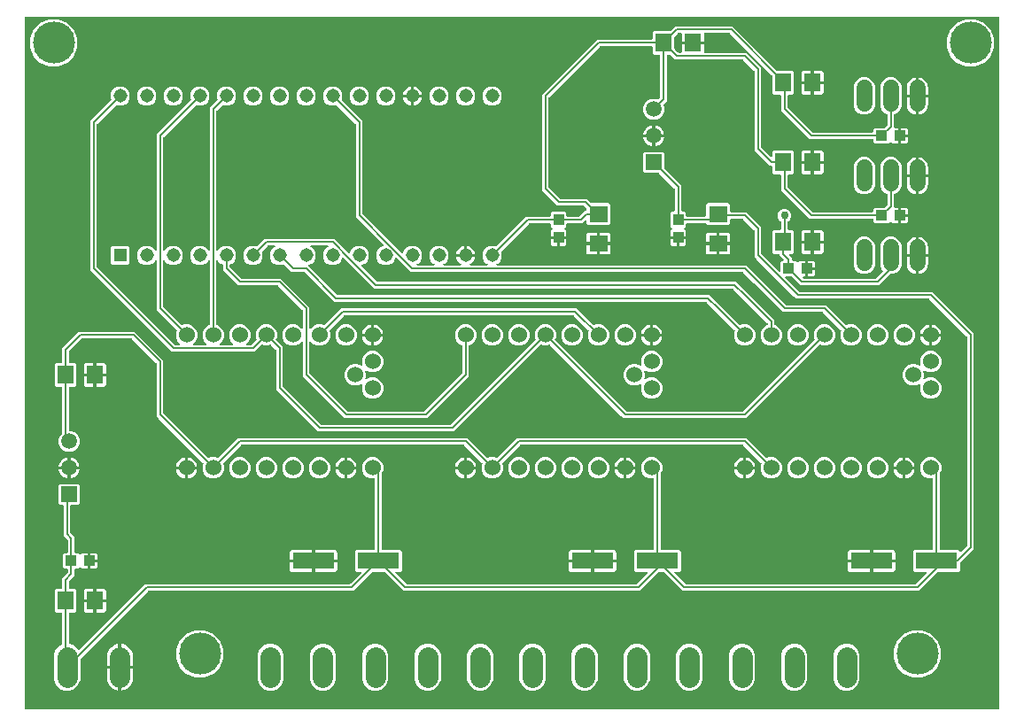
<source format=gbr>
G04 EAGLE Gerber RS-274X export*
G75*
%MOMM*%
%FSLAX34Y34*%
%LPD*%
%INTop Copper*%
%IPPOS*%
%AMOC8*
5,1,8,0,0,1.08239X$1,22.5*%
G01*
%ADD10R,1.308000X1.308000*%
%ADD11C,1.308000*%
%ADD12R,1.600000X1.800000*%
%ADD13R,1.800000X1.600000*%
%ADD14R,4.000000X1.600000*%
%ADD15C,1.524000*%
%ADD16C,1.524000*%
%ADD17R,1.508000X1.508000*%
%ADD18C,1.508000*%
%ADD19C,1.981200*%
%ADD20R,1.100000X1.000000*%
%ADD21R,1.000000X1.100000*%
%ADD22C,0.152400*%
%ADD23C,0.756400*%
%ADD24C,4.016000*%

G36*
X941398Y10164D02*
X941398Y10164D01*
X941417Y10162D01*
X941519Y10184D01*
X941621Y10200D01*
X941638Y10210D01*
X941658Y10214D01*
X941747Y10267D01*
X941838Y10316D01*
X941852Y10330D01*
X941869Y10340D01*
X941936Y10419D01*
X942008Y10494D01*
X942016Y10512D01*
X942029Y10527D01*
X942068Y10623D01*
X942111Y10717D01*
X942113Y10737D01*
X942121Y10755D01*
X942139Y10922D01*
X942139Y671578D01*
X942136Y671598D01*
X942138Y671617D01*
X942116Y671718D01*
X942100Y671821D01*
X942090Y671838D01*
X942086Y671858D01*
X942033Y671947D01*
X941984Y672038D01*
X941970Y672052D01*
X941960Y672069D01*
X941881Y672136D01*
X941806Y672208D01*
X941788Y672216D01*
X941773Y672229D01*
X941677Y672268D01*
X941583Y672311D01*
X941563Y672313D01*
X941545Y672321D01*
X941378Y672339D01*
X10922Y672339D01*
X10902Y672336D01*
X10883Y672338D01*
X10781Y672316D01*
X10679Y672300D01*
X10662Y672290D01*
X10642Y672286D01*
X10553Y672233D01*
X10462Y672184D01*
X10448Y672170D01*
X10431Y672160D01*
X10364Y672081D01*
X10292Y672006D01*
X10284Y671988D01*
X10271Y671973D01*
X10232Y671877D01*
X10189Y671783D01*
X10187Y671763D01*
X10179Y671745D01*
X10161Y671578D01*
X10161Y10922D01*
X10164Y10902D01*
X10162Y10883D01*
X10184Y10781D01*
X10200Y10679D01*
X10210Y10662D01*
X10214Y10642D01*
X10267Y10553D01*
X10316Y10462D01*
X10330Y10448D01*
X10340Y10431D01*
X10419Y10364D01*
X10494Y10292D01*
X10512Y10284D01*
X10527Y10271D01*
X10623Y10232D01*
X10717Y10189D01*
X10737Y10187D01*
X10755Y10179D01*
X10922Y10161D01*
X941378Y10161D01*
X941398Y10164D01*
G37*
%LPC*%
G36*
X48578Y28447D02*
X48578Y28447D01*
X44003Y30342D01*
X40502Y33843D01*
X38607Y38418D01*
X38607Y63182D01*
X40502Y67757D01*
X44003Y71258D01*
X45727Y71972D01*
X45827Y72034D01*
X45927Y72093D01*
X45931Y72098D01*
X45936Y72101D01*
X46011Y72192D01*
X46087Y72280D01*
X46089Y72286D01*
X46093Y72291D01*
X46135Y72399D01*
X46179Y72508D01*
X46180Y72516D01*
X46181Y72521D01*
X46182Y72539D01*
X46197Y72675D01*
X46197Y101998D01*
X46194Y102018D01*
X46196Y102037D01*
X46174Y102139D01*
X46158Y102241D01*
X46148Y102258D01*
X46144Y102278D01*
X46091Y102367D01*
X46042Y102458D01*
X46028Y102472D01*
X46018Y102489D01*
X45939Y102556D01*
X45864Y102628D01*
X45846Y102636D01*
X45831Y102649D01*
X45735Y102688D01*
X45641Y102731D01*
X45621Y102733D01*
X45603Y102741D01*
X45436Y102759D01*
X40448Y102759D01*
X38959Y104248D01*
X38959Y124352D01*
X40448Y125841D01*
X45436Y125841D01*
X45456Y125844D01*
X45475Y125842D01*
X45577Y125864D01*
X45679Y125880D01*
X45696Y125890D01*
X45716Y125894D01*
X45805Y125947D01*
X45896Y125996D01*
X45910Y126010D01*
X45927Y126020D01*
X45994Y126099D01*
X46066Y126174D01*
X46074Y126192D01*
X46087Y126207D01*
X46126Y126303D01*
X46169Y126397D01*
X46171Y126417D01*
X46179Y126435D01*
X46197Y126602D01*
X46197Y135568D01*
X51474Y140845D01*
X51527Y140919D01*
X51587Y140988D01*
X51599Y141019D01*
X51618Y141045D01*
X51645Y141132D01*
X51679Y141217D01*
X51683Y141258D01*
X51690Y141280D01*
X51689Y141312D01*
X51697Y141383D01*
X51697Y144098D01*
X51694Y144118D01*
X51696Y144137D01*
X51674Y144239D01*
X51658Y144341D01*
X51648Y144358D01*
X51644Y144378D01*
X51591Y144467D01*
X51542Y144558D01*
X51528Y144572D01*
X51518Y144589D01*
X51439Y144656D01*
X51364Y144728D01*
X51346Y144736D01*
X51331Y144749D01*
X51235Y144788D01*
X51141Y144831D01*
X51121Y144833D01*
X51103Y144841D01*
X50936Y144859D01*
X48448Y144859D01*
X46959Y146348D01*
X46959Y158452D01*
X48448Y159941D01*
X50936Y159941D01*
X50956Y159944D01*
X50975Y159942D01*
X51077Y159964D01*
X51179Y159980D01*
X51196Y159990D01*
X51216Y159994D01*
X51305Y160047D01*
X51396Y160096D01*
X51410Y160110D01*
X51427Y160120D01*
X51494Y160199D01*
X51566Y160274D01*
X51574Y160292D01*
X51587Y160307D01*
X51626Y160403D01*
X51669Y160497D01*
X51671Y160517D01*
X51679Y160535D01*
X51697Y160702D01*
X51697Y171917D01*
X51683Y172007D01*
X51675Y172098D01*
X51663Y172127D01*
X51658Y172159D01*
X51615Y172240D01*
X51579Y172324D01*
X51553Y172356D01*
X51542Y172377D01*
X51519Y172399D01*
X51474Y172455D01*
X47497Y176432D01*
X47497Y205058D01*
X47495Y205071D01*
X47496Y205080D01*
X47495Y205086D01*
X47496Y205097D01*
X47474Y205199D01*
X47458Y205301D01*
X47448Y205318D01*
X47444Y205338D01*
X47391Y205427D01*
X47342Y205518D01*
X47328Y205532D01*
X47318Y205549D01*
X47239Y205616D01*
X47164Y205688D01*
X47146Y205696D01*
X47131Y205709D01*
X47035Y205748D01*
X46941Y205791D01*
X46921Y205793D01*
X46903Y205801D01*
X46736Y205819D01*
X44108Y205819D01*
X42619Y207308D01*
X42619Y224492D01*
X44108Y225981D01*
X61292Y225981D01*
X62781Y224492D01*
X62781Y207308D01*
X61292Y205819D01*
X54864Y205819D01*
X54844Y205816D01*
X54825Y205818D01*
X54723Y205796D01*
X54621Y205780D01*
X54604Y205770D01*
X54584Y205766D01*
X54495Y205713D01*
X54404Y205664D01*
X54390Y205650D01*
X54373Y205640D01*
X54306Y205561D01*
X54234Y205486D01*
X54226Y205468D01*
X54213Y205453D01*
X54174Y205357D01*
X54131Y205263D01*
X54129Y205243D01*
X54121Y205225D01*
X54103Y205058D01*
X54103Y179483D01*
X54117Y179393D01*
X54125Y179302D01*
X54137Y179273D01*
X54142Y179241D01*
X54185Y179160D01*
X54221Y179076D01*
X54247Y179044D01*
X54258Y179023D01*
X54281Y179001D01*
X54326Y178945D01*
X58303Y174968D01*
X58303Y160702D01*
X58306Y160682D01*
X58304Y160663D01*
X58326Y160561D01*
X58342Y160459D01*
X58352Y160442D01*
X58356Y160422D01*
X58409Y160333D01*
X58458Y160242D01*
X58472Y160228D01*
X58482Y160211D01*
X58561Y160144D01*
X58636Y160072D01*
X58654Y160064D01*
X58669Y160051D01*
X58765Y160012D01*
X58859Y159969D01*
X58879Y159967D01*
X58897Y159959D01*
X59064Y159941D01*
X61552Y159941D01*
X63058Y158436D01*
X63153Y158367D01*
X63250Y158296D01*
X63254Y158294D01*
X63257Y158292D01*
X63370Y158257D01*
X63484Y158221D01*
X63488Y158221D01*
X63492Y158220D01*
X63611Y158223D01*
X63730Y158225D01*
X63734Y158226D01*
X63738Y158226D01*
X63850Y158267D01*
X63962Y158306D01*
X63965Y158309D01*
X63969Y158310D01*
X64063Y158385D01*
X64156Y158458D01*
X64159Y158462D01*
X64161Y158464D01*
X64169Y158476D01*
X64255Y158593D01*
X64467Y158960D01*
X64940Y159433D01*
X65519Y159768D01*
X66166Y159941D01*
X70477Y159941D01*
X70477Y153162D01*
X70480Y153142D01*
X70478Y153123D01*
X70500Y153021D01*
X70517Y152919D01*
X70526Y152902D01*
X70530Y152882D01*
X70583Y152793D01*
X70632Y152702D01*
X70646Y152688D01*
X70656Y152671D01*
X70735Y152604D01*
X70810Y152533D01*
X70828Y152524D01*
X70843Y152511D01*
X70939Y152472D01*
X71033Y152429D01*
X71053Y152427D01*
X71071Y152419D01*
X71238Y152401D01*
X72001Y152401D01*
X72001Y152399D01*
X71238Y152399D01*
X71218Y152396D01*
X71199Y152398D01*
X71097Y152376D01*
X70995Y152359D01*
X70978Y152350D01*
X70958Y152346D01*
X70869Y152293D01*
X70778Y152244D01*
X70764Y152230D01*
X70747Y152220D01*
X70680Y152141D01*
X70609Y152066D01*
X70600Y152048D01*
X70587Y152033D01*
X70548Y151937D01*
X70505Y151843D01*
X70503Y151823D01*
X70495Y151805D01*
X70477Y151638D01*
X70477Y144859D01*
X66166Y144859D01*
X65519Y145032D01*
X64940Y145367D01*
X64467Y145840D01*
X64255Y146207D01*
X64179Y146299D01*
X64106Y146392D01*
X64102Y146394D01*
X64099Y146397D01*
X63998Y146461D01*
X63899Y146525D01*
X63895Y146526D01*
X63891Y146528D01*
X63775Y146556D01*
X63660Y146585D01*
X63656Y146584D01*
X63652Y146585D01*
X63533Y146575D01*
X63415Y146566D01*
X63411Y146564D01*
X63407Y146564D01*
X63297Y146516D01*
X63189Y146469D01*
X63185Y146466D01*
X63182Y146465D01*
X63171Y146455D01*
X63058Y146364D01*
X61552Y144859D01*
X59064Y144859D01*
X59044Y144856D01*
X59025Y144858D01*
X58923Y144836D01*
X58821Y144820D01*
X58804Y144810D01*
X58784Y144806D01*
X58695Y144753D01*
X58604Y144704D01*
X58590Y144690D01*
X58573Y144680D01*
X58506Y144601D01*
X58434Y144526D01*
X58426Y144508D01*
X58413Y144493D01*
X58374Y144397D01*
X58331Y144303D01*
X58329Y144283D01*
X58321Y144265D01*
X58303Y144098D01*
X58303Y138332D01*
X53026Y133055D01*
X52973Y132981D01*
X52913Y132912D01*
X52901Y132881D01*
X52882Y132855D01*
X52855Y132768D01*
X52821Y132683D01*
X52817Y132642D01*
X52810Y132620D01*
X52811Y132588D01*
X52803Y132517D01*
X52803Y126602D01*
X52804Y126594D01*
X52804Y126593D01*
X52806Y126583D01*
X52806Y126582D01*
X52804Y126563D01*
X52826Y126461D01*
X52842Y126359D01*
X52852Y126342D01*
X52856Y126322D01*
X52909Y126233D01*
X52958Y126142D01*
X52972Y126128D01*
X52982Y126111D01*
X53061Y126044D01*
X53136Y125972D01*
X53154Y125964D01*
X53169Y125951D01*
X53265Y125912D01*
X53359Y125869D01*
X53379Y125867D01*
X53397Y125859D01*
X53564Y125841D01*
X58552Y125841D01*
X60041Y124352D01*
X60041Y104248D01*
X58552Y102759D01*
X53564Y102759D01*
X53544Y102756D01*
X53525Y102758D01*
X53423Y102736D01*
X53321Y102720D01*
X53304Y102710D01*
X53284Y102706D01*
X53195Y102653D01*
X53104Y102604D01*
X53090Y102590D01*
X53073Y102580D01*
X53006Y102501D01*
X52934Y102426D01*
X52926Y102408D01*
X52913Y102393D01*
X52874Y102297D01*
X52831Y102203D01*
X52829Y102183D01*
X52821Y102165D01*
X52803Y101998D01*
X52803Y73914D01*
X52806Y73894D01*
X52804Y73875D01*
X52826Y73773D01*
X52842Y73671D01*
X52852Y73654D01*
X52856Y73634D01*
X52909Y73545D01*
X52958Y73454D01*
X52972Y73440D01*
X52982Y73423D01*
X53061Y73356D01*
X53136Y73284D01*
X53154Y73276D01*
X53169Y73263D01*
X53265Y73224D01*
X53359Y73181D01*
X53379Y73179D01*
X53397Y73171D01*
X53517Y73158D01*
X58105Y71258D01*
X61609Y67753D01*
X61627Y67724D01*
X61643Y67680D01*
X61692Y67620D01*
X61733Y67554D01*
X61768Y67524D01*
X61797Y67488D01*
X61862Y67446D01*
X61922Y67397D01*
X61965Y67380D01*
X62004Y67355D01*
X62079Y67336D01*
X62152Y67309D01*
X62198Y67307D01*
X62242Y67295D01*
X62320Y67301D01*
X62398Y67298D01*
X62442Y67311D01*
X62488Y67315D01*
X62559Y67345D01*
X62634Y67367D01*
X62672Y67393D01*
X62714Y67411D01*
X62820Y67496D01*
X62836Y67507D01*
X62839Y67511D01*
X62845Y67516D01*
X123474Y128145D01*
X125632Y130303D01*
X321417Y130303D01*
X321507Y130317D01*
X321598Y130325D01*
X321627Y130337D01*
X321659Y130342D01*
X321740Y130385D01*
X321824Y130421D01*
X321856Y130447D01*
X321877Y130458D01*
X321899Y130481D01*
X321955Y130526D01*
X331989Y140560D01*
X332031Y140618D01*
X332080Y140670D01*
X332102Y140717D01*
X332133Y140759D01*
X332154Y140828D01*
X332184Y140893D01*
X332190Y140945D01*
X332205Y140995D01*
X332203Y141066D01*
X332211Y141137D01*
X332200Y141188D01*
X332199Y141240D01*
X332174Y141308D01*
X332159Y141378D01*
X332132Y141423D01*
X332114Y141471D01*
X332069Y141527D01*
X332032Y141589D01*
X331993Y141623D01*
X331960Y141663D01*
X331900Y141702D01*
X331846Y141749D01*
X331797Y141768D01*
X331753Y141796D01*
X331684Y141814D01*
X331617Y141841D01*
X331546Y141849D01*
X331515Y141857D01*
X331492Y141855D01*
X331451Y141859D01*
X327448Y141859D01*
X325959Y143348D01*
X325959Y161452D01*
X327448Y162941D01*
X344436Y162941D01*
X344456Y162944D01*
X344475Y162942D01*
X344577Y162964D01*
X344679Y162980D01*
X344696Y162990D01*
X344716Y162994D01*
X344805Y163047D01*
X344896Y163096D01*
X344910Y163110D01*
X344927Y163120D01*
X344994Y163199D01*
X345066Y163274D01*
X345074Y163292D01*
X345087Y163307D01*
X345126Y163403D01*
X345169Y163497D01*
X345171Y163517D01*
X345179Y163535D01*
X345197Y163702D01*
X345197Y230378D01*
X345194Y230398D01*
X345196Y230417D01*
X345174Y230519D01*
X345158Y230621D01*
X345148Y230638D01*
X345144Y230658D01*
X345091Y230747D01*
X345042Y230838D01*
X345028Y230852D01*
X345018Y230869D01*
X344939Y230936D01*
X344864Y231008D01*
X344846Y231016D01*
X344831Y231029D01*
X344735Y231068D01*
X344641Y231111D01*
X344621Y231113D01*
X344603Y231121D01*
X344436Y231139D01*
X340879Y231139D01*
X337144Y232686D01*
X334286Y235544D01*
X332739Y239279D01*
X332739Y243321D01*
X334286Y247056D01*
X337144Y249914D01*
X340879Y251461D01*
X344921Y251461D01*
X348656Y249914D01*
X351514Y247056D01*
X353061Y243321D01*
X353061Y239279D01*
X351861Y236382D01*
X351846Y236318D01*
X351821Y236257D01*
X351812Y236174D01*
X351805Y236142D01*
X351806Y236123D01*
X351803Y236090D01*
X351803Y163702D01*
X351806Y163682D01*
X351804Y163663D01*
X351826Y163561D01*
X351842Y163459D01*
X351852Y163442D01*
X351856Y163422D01*
X351909Y163333D01*
X351958Y163242D01*
X351972Y163228D01*
X351982Y163211D01*
X352061Y163144D01*
X352136Y163072D01*
X352154Y163064D01*
X352169Y163051D01*
X352265Y163012D01*
X352359Y162969D01*
X352379Y162967D01*
X352397Y162959D01*
X352564Y162941D01*
X369552Y162941D01*
X371041Y161452D01*
X371041Y143348D01*
X369552Y141859D01*
X365549Y141859D01*
X365479Y141848D01*
X365407Y141846D01*
X365358Y141828D01*
X365307Y141820D01*
X365243Y141786D01*
X365176Y141761D01*
X365135Y141729D01*
X365089Y141704D01*
X365040Y141652D01*
X364984Y141608D01*
X364956Y141564D01*
X364920Y141526D01*
X364890Y141461D01*
X364851Y141401D01*
X364838Y141350D01*
X364816Y141303D01*
X364808Y141232D01*
X364791Y141162D01*
X364795Y141110D01*
X364789Y141059D01*
X364804Y140988D01*
X364810Y140917D01*
X364830Y140869D01*
X364841Y140818D01*
X364878Y140757D01*
X364906Y140691D01*
X364951Y140635D01*
X364968Y140607D01*
X364969Y140605D01*
X364970Y140605D01*
X364986Y140591D01*
X365011Y140560D01*
X375045Y130526D01*
X375119Y130473D01*
X375188Y130413D01*
X375219Y130401D01*
X375245Y130382D01*
X375332Y130355D01*
X375417Y130321D01*
X375458Y130317D01*
X375480Y130310D01*
X375512Y130311D01*
X375583Y130303D01*
X595217Y130303D01*
X595307Y130317D01*
X595398Y130325D01*
X595427Y130337D01*
X595459Y130342D01*
X595540Y130385D01*
X595624Y130421D01*
X595656Y130447D01*
X595677Y130458D01*
X595699Y130481D01*
X595755Y130526D01*
X605789Y140560D01*
X605831Y140618D01*
X605880Y140670D01*
X605902Y140717D01*
X605933Y140759D01*
X605954Y140828D01*
X605984Y140893D01*
X605990Y140945D01*
X606005Y140995D01*
X606003Y141066D01*
X606011Y141137D01*
X606000Y141188D01*
X605999Y141240D01*
X605974Y141308D01*
X605959Y141378D01*
X605932Y141423D01*
X605914Y141471D01*
X605869Y141527D01*
X605832Y141589D01*
X605793Y141623D01*
X605760Y141663D01*
X605700Y141702D01*
X605646Y141749D01*
X605597Y141768D01*
X605553Y141796D01*
X605484Y141814D01*
X605417Y141841D01*
X605346Y141849D01*
X605315Y141857D01*
X605292Y141855D01*
X605251Y141859D01*
X594148Y141859D01*
X592659Y143348D01*
X592659Y161452D01*
X594148Y162941D01*
X611136Y162941D01*
X611156Y162944D01*
X611175Y162942D01*
X611277Y162964D01*
X611379Y162980D01*
X611396Y162990D01*
X611416Y162994D01*
X611505Y163047D01*
X611596Y163096D01*
X611610Y163110D01*
X611627Y163120D01*
X611694Y163199D01*
X611766Y163274D01*
X611774Y163292D01*
X611787Y163307D01*
X611826Y163403D01*
X611869Y163497D01*
X611871Y163517D01*
X611879Y163535D01*
X611897Y163702D01*
X611897Y230378D01*
X611894Y230398D01*
X611896Y230417D01*
X611874Y230519D01*
X611858Y230621D01*
X611848Y230638D01*
X611844Y230658D01*
X611791Y230747D01*
X611742Y230838D01*
X611728Y230852D01*
X611718Y230869D01*
X611639Y230936D01*
X611564Y231008D01*
X611546Y231016D01*
X611531Y231029D01*
X611435Y231068D01*
X611341Y231111D01*
X611321Y231113D01*
X611303Y231121D01*
X611136Y231139D01*
X607579Y231139D01*
X603844Y232686D01*
X600986Y235544D01*
X599439Y239279D01*
X599439Y243321D01*
X600986Y247056D01*
X603844Y249914D01*
X607579Y251461D01*
X611621Y251461D01*
X615356Y249914D01*
X618214Y247056D01*
X619761Y243321D01*
X619761Y239279D01*
X618561Y236382D01*
X618546Y236318D01*
X618521Y236257D01*
X618512Y236174D01*
X618505Y236142D01*
X618506Y236123D01*
X618503Y236090D01*
X618503Y163702D01*
X618506Y163682D01*
X618504Y163663D01*
X618526Y163561D01*
X618542Y163459D01*
X618552Y163442D01*
X618556Y163422D01*
X618609Y163333D01*
X618658Y163242D01*
X618672Y163228D01*
X618682Y163211D01*
X618761Y163144D01*
X618836Y163072D01*
X618854Y163064D01*
X618869Y163051D01*
X618965Y163012D01*
X619059Y162969D01*
X619079Y162967D01*
X619097Y162959D01*
X619264Y162941D01*
X636252Y162941D01*
X637741Y161452D01*
X637741Y143348D01*
X636252Y141859D01*
X632249Y141859D01*
X632179Y141848D01*
X632107Y141846D01*
X632058Y141828D01*
X632007Y141820D01*
X631943Y141786D01*
X631876Y141761D01*
X631835Y141729D01*
X631789Y141704D01*
X631740Y141652D01*
X631684Y141608D01*
X631656Y141564D01*
X631620Y141526D01*
X631590Y141461D01*
X631551Y141401D01*
X631538Y141350D01*
X631516Y141303D01*
X631508Y141232D01*
X631491Y141162D01*
X631495Y141110D01*
X631489Y141059D01*
X631504Y140988D01*
X631510Y140917D01*
X631530Y140869D01*
X631541Y140818D01*
X631578Y140757D01*
X631606Y140691D01*
X631651Y140635D01*
X631668Y140607D01*
X631669Y140605D01*
X631670Y140605D01*
X631686Y140591D01*
X631711Y140560D01*
X641745Y130526D01*
X641819Y130473D01*
X641888Y130413D01*
X641919Y130401D01*
X641945Y130382D01*
X642032Y130355D01*
X642117Y130321D01*
X642158Y130317D01*
X642180Y130310D01*
X642212Y130311D01*
X642283Y130303D01*
X861917Y130303D01*
X862007Y130317D01*
X862098Y130325D01*
X862127Y130337D01*
X862159Y130342D01*
X862240Y130385D01*
X862324Y130421D01*
X862356Y130447D01*
X862377Y130458D01*
X862399Y130481D01*
X862455Y130526D01*
X872489Y140560D01*
X872531Y140618D01*
X872580Y140670D01*
X872602Y140717D01*
X872633Y140759D01*
X872654Y140828D01*
X872684Y140893D01*
X872690Y140945D01*
X872705Y140995D01*
X872703Y141066D01*
X872711Y141137D01*
X872700Y141188D01*
X872699Y141240D01*
X872674Y141308D01*
X872659Y141378D01*
X872632Y141423D01*
X872614Y141471D01*
X872569Y141527D01*
X872532Y141589D01*
X872493Y141623D01*
X872460Y141663D01*
X872400Y141702D01*
X872346Y141749D01*
X872297Y141768D01*
X872253Y141796D01*
X872184Y141814D01*
X872117Y141841D01*
X872046Y141849D01*
X872015Y141857D01*
X871992Y141855D01*
X871951Y141859D01*
X860848Y141859D01*
X859359Y143348D01*
X859359Y161452D01*
X860848Y162941D01*
X877836Y162941D01*
X877856Y162944D01*
X877875Y162942D01*
X877977Y162964D01*
X878079Y162980D01*
X878096Y162990D01*
X878116Y162994D01*
X878205Y163047D01*
X878296Y163096D01*
X878310Y163110D01*
X878327Y163120D01*
X878394Y163199D01*
X878466Y163274D01*
X878474Y163292D01*
X878487Y163307D01*
X878526Y163403D01*
X878569Y163497D01*
X878571Y163517D01*
X878579Y163535D01*
X878597Y163702D01*
X878597Y230378D01*
X878594Y230398D01*
X878596Y230417D01*
X878574Y230519D01*
X878558Y230621D01*
X878548Y230638D01*
X878544Y230658D01*
X878491Y230747D01*
X878442Y230838D01*
X878428Y230852D01*
X878418Y230869D01*
X878339Y230936D01*
X878264Y231008D01*
X878246Y231016D01*
X878231Y231029D01*
X878135Y231068D01*
X878041Y231111D01*
X878021Y231113D01*
X878003Y231121D01*
X877836Y231139D01*
X874279Y231139D01*
X870544Y232686D01*
X867686Y235544D01*
X866139Y239279D01*
X866139Y243321D01*
X867686Y247056D01*
X870544Y249914D01*
X874279Y251461D01*
X878321Y251461D01*
X882056Y249914D01*
X884914Y247056D01*
X886461Y243321D01*
X886461Y239279D01*
X885261Y236382D01*
X885246Y236318D01*
X885221Y236257D01*
X885212Y236174D01*
X885205Y236142D01*
X885206Y236123D01*
X885203Y236090D01*
X885203Y163702D01*
X885206Y163682D01*
X885204Y163663D01*
X885226Y163561D01*
X885242Y163459D01*
X885252Y163442D01*
X885256Y163422D01*
X885309Y163333D01*
X885358Y163242D01*
X885372Y163228D01*
X885382Y163211D01*
X885461Y163144D01*
X885536Y163072D01*
X885554Y163064D01*
X885569Y163051D01*
X885665Y163012D01*
X885759Y162969D01*
X885779Y162967D01*
X885797Y162959D01*
X885964Y162941D01*
X902952Y162941D01*
X904479Y161414D01*
X904480Y161407D01*
X904490Y161389D01*
X904494Y161370D01*
X904521Y161325D01*
X904539Y161276D01*
X904571Y161235D01*
X904596Y161189D01*
X904610Y161175D01*
X904620Y161159D01*
X904659Y161125D01*
X904692Y161084D01*
X904736Y161056D01*
X904774Y161020D01*
X904792Y161011D01*
X904807Y160999D01*
X904855Y160979D01*
X904899Y160951D01*
X904950Y160938D01*
X904997Y160916D01*
X905017Y160914D01*
X905035Y160907D01*
X905105Y160899D01*
X905138Y160891D01*
X905162Y160893D01*
X905202Y160888D01*
X905221Y160891D01*
X905241Y160889D01*
X905312Y160904D01*
X905383Y160910D01*
X905413Y160923D01*
X905445Y160928D01*
X905462Y160937D01*
X905482Y160941D01*
X905543Y160978D01*
X905609Y161006D01*
X905642Y161032D01*
X905662Y161043D01*
X905676Y161057D01*
X905693Y161068D01*
X905708Y161085D01*
X905740Y161111D01*
X910874Y166245D01*
X910927Y166319D01*
X910987Y166388D01*
X910999Y166419D01*
X911018Y166445D01*
X911045Y166532D01*
X911079Y166617D01*
X911083Y166658D01*
X911090Y166680D01*
X911089Y166712D01*
X911097Y166783D01*
X911097Y366617D01*
X911083Y366707D01*
X911075Y366798D01*
X911063Y366827D01*
X911058Y366859D01*
X911015Y366940D01*
X910979Y367024D01*
X910953Y367056D01*
X910942Y367077D01*
X910919Y367099D01*
X910874Y367155D01*
X875155Y402874D01*
X875081Y402927D01*
X875012Y402987D01*
X874981Y402999D01*
X874955Y403018D01*
X874868Y403045D01*
X874783Y403079D01*
X874742Y403083D01*
X874720Y403090D01*
X874688Y403089D01*
X874617Y403097D01*
X747932Y403097D01*
X745774Y405255D01*
X710055Y440974D01*
X707897Y443132D01*
X707897Y468217D01*
X707883Y468307D01*
X707875Y468398D01*
X707863Y468427D01*
X707858Y468459D01*
X707815Y468540D01*
X707779Y468624D01*
X707753Y468656D01*
X707742Y468677D01*
X707719Y468699D01*
X707674Y468755D01*
X697355Y479074D01*
X697281Y479127D01*
X697212Y479187D01*
X697181Y479199D01*
X697155Y479218D01*
X697068Y479245D01*
X696983Y479279D01*
X696942Y479283D01*
X696920Y479290D01*
X696888Y479289D01*
X696817Y479297D01*
X685402Y479297D01*
X685382Y479294D01*
X685363Y479296D01*
X685261Y479274D01*
X685159Y479258D01*
X685142Y479248D01*
X685122Y479244D01*
X685033Y479191D01*
X684942Y479142D01*
X684928Y479128D01*
X684911Y479118D01*
X684844Y479039D01*
X684772Y478964D01*
X684764Y478946D01*
X684751Y478931D01*
X684712Y478835D01*
X684669Y478741D01*
X684667Y478721D01*
X684659Y478703D01*
X684641Y478536D01*
X684641Y474848D01*
X683152Y473359D01*
X663048Y473359D01*
X661533Y474874D01*
X661459Y474927D01*
X661389Y474987D01*
X661359Y474999D01*
X661333Y475018D01*
X661246Y475045D01*
X661161Y475079D01*
X661120Y475083D01*
X661098Y475090D01*
X661066Y475089D01*
X660994Y475097D01*
X643302Y475097D01*
X643282Y475094D01*
X643263Y475096D01*
X643161Y475074D01*
X643059Y475058D01*
X643042Y475048D01*
X643022Y475044D01*
X642933Y474991D01*
X642842Y474942D01*
X642828Y474928D01*
X642811Y474918D01*
X642744Y474839D01*
X642672Y474764D01*
X642664Y474746D01*
X642651Y474731D01*
X642612Y474635D01*
X642569Y474541D01*
X642567Y474521D01*
X642559Y474503D01*
X642541Y474336D01*
X642541Y471848D01*
X641036Y470342D01*
X640967Y470247D01*
X640896Y470150D01*
X640894Y470146D01*
X640892Y470143D01*
X640857Y470030D01*
X640821Y469916D01*
X640821Y469912D01*
X640820Y469908D01*
X640823Y469789D01*
X640825Y469670D01*
X640826Y469666D01*
X640826Y469662D01*
X640867Y469550D01*
X640906Y469438D01*
X640909Y469435D01*
X640910Y469431D01*
X640985Y469337D01*
X641058Y469244D01*
X641062Y469241D01*
X641064Y469239D01*
X641076Y469231D01*
X641193Y469145D01*
X641560Y468933D01*
X642033Y468460D01*
X642368Y467881D01*
X642541Y467234D01*
X642541Y462923D01*
X635762Y462923D01*
X635742Y462920D01*
X635723Y462922D01*
X635621Y462900D01*
X635519Y462883D01*
X635502Y462874D01*
X635482Y462870D01*
X635393Y462817D01*
X635302Y462768D01*
X635288Y462754D01*
X635271Y462744D01*
X635204Y462665D01*
X635133Y462590D01*
X635124Y462572D01*
X635111Y462557D01*
X635072Y462461D01*
X635029Y462367D01*
X635027Y462347D01*
X635019Y462329D01*
X635001Y462162D01*
X635001Y461399D01*
X634999Y461399D01*
X634999Y462162D01*
X634996Y462182D01*
X634998Y462201D01*
X634976Y462303D01*
X634959Y462405D01*
X634950Y462422D01*
X634946Y462442D01*
X634893Y462531D01*
X634844Y462622D01*
X634830Y462636D01*
X634820Y462653D01*
X634741Y462720D01*
X634666Y462791D01*
X634648Y462800D01*
X634633Y462813D01*
X634537Y462852D01*
X634443Y462895D01*
X634423Y462897D01*
X634405Y462905D01*
X634238Y462923D01*
X627459Y462923D01*
X627459Y467234D01*
X627632Y467881D01*
X627967Y468460D01*
X628440Y468933D01*
X628807Y469145D01*
X628900Y469221D01*
X628992Y469294D01*
X628994Y469298D01*
X628997Y469301D01*
X629060Y469401D01*
X629125Y469501D01*
X629126Y469505D01*
X629128Y469509D01*
X629156Y469625D01*
X629185Y469740D01*
X629184Y469744D01*
X629185Y469748D01*
X629175Y469867D01*
X629166Y469985D01*
X629164Y469989D01*
X629164Y469993D01*
X629116Y470102D01*
X629069Y470211D01*
X629066Y470215D01*
X629065Y470218D01*
X629055Y470229D01*
X628964Y470342D01*
X627459Y471848D01*
X627459Y484952D01*
X628948Y486441D01*
X630936Y486441D01*
X630956Y486444D01*
X630975Y486442D01*
X631077Y486464D01*
X631179Y486480D01*
X631196Y486490D01*
X631216Y486494D01*
X631305Y486547D01*
X631396Y486596D01*
X631410Y486610D01*
X631427Y486620D01*
X631494Y486699D01*
X631566Y486774D01*
X631574Y486792D01*
X631587Y486807D01*
X631626Y486903D01*
X631669Y486997D01*
X631671Y487017D01*
X631679Y487035D01*
X631697Y487202D01*
X631697Y508217D01*
X631683Y508307D01*
X631675Y508398D01*
X631663Y508427D01*
X631658Y508459D01*
X631615Y508540D01*
X631579Y508624D01*
X631553Y508656D01*
X631542Y508677D01*
X631519Y508699D01*
X631474Y508755D01*
X617133Y523096D01*
X617059Y523149D01*
X616990Y523209D01*
X616959Y523221D01*
X616933Y523240D01*
X616846Y523267D01*
X616761Y523301D01*
X616720Y523305D01*
X616698Y523312D01*
X616666Y523311D01*
X616595Y523319D01*
X602908Y523319D01*
X601419Y524808D01*
X601419Y541992D01*
X602908Y543481D01*
X620092Y543481D01*
X621581Y541992D01*
X621581Y528305D01*
X621595Y528215D01*
X621603Y528124D01*
X621615Y528095D01*
X621620Y528063D01*
X621663Y527982D01*
X621699Y527898D01*
X621725Y527866D01*
X621736Y527845D01*
X621759Y527823D01*
X621804Y527767D01*
X638303Y511268D01*
X638303Y487202D01*
X638306Y487182D01*
X638304Y487163D01*
X638326Y487061D01*
X638342Y486959D01*
X638352Y486942D01*
X638356Y486922D01*
X638409Y486833D01*
X638458Y486742D01*
X638472Y486728D01*
X638482Y486711D01*
X638561Y486644D01*
X638636Y486572D01*
X638654Y486564D01*
X638669Y486551D01*
X638765Y486512D01*
X638859Y486469D01*
X638879Y486467D01*
X638897Y486459D01*
X639064Y486441D01*
X641052Y486441D01*
X642541Y484952D01*
X642541Y482464D01*
X642544Y482444D01*
X642542Y482425D01*
X642564Y482323D01*
X642580Y482221D01*
X642590Y482204D01*
X642594Y482184D01*
X642647Y482095D01*
X642696Y482004D01*
X642710Y481990D01*
X642720Y481973D01*
X642799Y481906D01*
X642874Y481834D01*
X642892Y481826D01*
X642907Y481813D01*
X643003Y481774D01*
X643097Y481731D01*
X643117Y481729D01*
X643135Y481721D01*
X643302Y481703D01*
X660798Y481703D01*
X660818Y481706D01*
X660837Y481704D01*
X660939Y481726D01*
X661041Y481742D01*
X661058Y481752D01*
X661078Y481756D01*
X661167Y481809D01*
X661258Y481858D01*
X661272Y481872D01*
X661289Y481882D01*
X661356Y481961D01*
X661428Y482036D01*
X661436Y482054D01*
X661449Y482069D01*
X661488Y482165D01*
X661531Y482259D01*
X661533Y482279D01*
X661541Y482297D01*
X661559Y482464D01*
X661559Y492952D01*
X663048Y494441D01*
X683152Y494441D01*
X684641Y492952D01*
X684641Y486664D01*
X684644Y486644D01*
X684642Y486625D01*
X684664Y486523D01*
X684680Y486421D01*
X684690Y486404D01*
X684694Y486384D01*
X684747Y486295D01*
X684796Y486204D01*
X684810Y486190D01*
X684820Y486173D01*
X684899Y486106D01*
X684974Y486034D01*
X684992Y486026D01*
X685007Y486013D01*
X685103Y485974D01*
X685197Y485931D01*
X685217Y485929D01*
X685235Y485921D01*
X685402Y485903D01*
X699868Y485903D01*
X702026Y483745D01*
X714503Y471268D01*
X714503Y446183D01*
X714517Y446093D01*
X714525Y446002D01*
X714537Y445973D01*
X714542Y445941D01*
X714585Y445860D01*
X714621Y445776D01*
X714647Y445744D01*
X714658Y445723D01*
X714681Y445701D01*
X714726Y445645D01*
X731460Y428911D01*
X731518Y428869D01*
X731570Y428820D01*
X731617Y428798D01*
X731659Y428767D01*
X731728Y428746D01*
X731793Y428716D01*
X731845Y428710D01*
X731895Y428695D01*
X731966Y428697D01*
X732037Y428689D01*
X732088Y428700D01*
X732140Y428701D01*
X732208Y428726D01*
X732278Y428741D01*
X732322Y428768D01*
X732371Y428786D01*
X732427Y428831D01*
X732489Y428868D01*
X732523Y428907D01*
X732563Y428940D01*
X732602Y429000D01*
X732649Y429054D01*
X732668Y429103D01*
X732696Y429147D01*
X732714Y429216D01*
X732741Y429283D01*
X732749Y429354D01*
X732757Y429385D01*
X732755Y429408D01*
X732759Y429449D01*
X732759Y437852D01*
X734248Y439341D01*
X735251Y439341D01*
X735321Y439352D01*
X735393Y439354D01*
X735442Y439372D01*
X735493Y439380D01*
X735557Y439414D01*
X735624Y439439D01*
X735665Y439471D01*
X735711Y439496D01*
X735760Y439548D01*
X735816Y439592D01*
X735844Y439636D01*
X735880Y439674D01*
X735910Y439739D01*
X735949Y439799D01*
X735962Y439850D01*
X735984Y439897D01*
X735992Y439968D01*
X736009Y440038D01*
X736005Y440090D01*
X736011Y440141D01*
X735996Y440212D01*
X735990Y440283D01*
X735970Y440331D01*
X735959Y440382D01*
X735922Y440443D01*
X735894Y440509D01*
X735849Y440565D01*
X735832Y440593D01*
X735815Y440608D01*
X735789Y440640D01*
X731997Y444432D01*
X731997Y444898D01*
X731994Y444918D01*
X731996Y444937D01*
X731974Y445039D01*
X731958Y445141D01*
X731948Y445158D01*
X731944Y445178D01*
X731891Y445267D01*
X731842Y445358D01*
X731828Y445372D01*
X731818Y445389D01*
X731739Y445456D01*
X731664Y445528D01*
X731646Y445536D01*
X731631Y445549D01*
X731535Y445588D01*
X731441Y445631D01*
X731421Y445633D01*
X731403Y445641D01*
X731236Y445659D01*
X726248Y445659D01*
X724759Y447148D01*
X724759Y467252D01*
X726248Y468741D01*
X732536Y468741D01*
X732556Y468744D01*
X732575Y468742D01*
X732677Y468764D01*
X732779Y468780D01*
X732796Y468790D01*
X732816Y468794D01*
X732905Y468847D01*
X732996Y468896D01*
X733010Y468910D01*
X733027Y468920D01*
X733094Y468999D01*
X733166Y469074D01*
X733174Y469092D01*
X733187Y469107D01*
X733226Y469203D01*
X733269Y469297D01*
X733271Y469317D01*
X733279Y469335D01*
X733297Y469502D01*
X733297Y476646D01*
X733283Y476736D01*
X733275Y476827D01*
X733263Y476856D01*
X733258Y476888D01*
X733215Y476969D01*
X733179Y477053D01*
X733153Y477085D01*
X733142Y477106D01*
X733119Y477128D01*
X733074Y477184D01*
X731240Y479018D01*
X730277Y481342D01*
X730277Y483858D01*
X731240Y486182D01*
X733018Y487960D01*
X735342Y488923D01*
X737858Y488923D01*
X740182Y487960D01*
X741960Y486182D01*
X742923Y483858D01*
X742923Y481342D01*
X741960Y479018D01*
X740126Y477184D01*
X740073Y477110D01*
X740013Y477041D01*
X740001Y477010D01*
X739982Y476984D01*
X739955Y476897D01*
X739921Y476812D01*
X739917Y476771D01*
X739910Y476749D01*
X739911Y476717D01*
X739903Y476646D01*
X739903Y469502D01*
X739906Y469482D01*
X739904Y469463D01*
X739926Y469361D01*
X739942Y469259D01*
X739952Y469242D01*
X739956Y469222D01*
X740009Y469133D01*
X740058Y469042D01*
X740072Y469028D01*
X740082Y469011D01*
X740161Y468944D01*
X740236Y468872D01*
X740254Y468864D01*
X740269Y468851D01*
X740365Y468812D01*
X740459Y468769D01*
X740479Y468767D01*
X740497Y468759D01*
X740664Y468741D01*
X744352Y468741D01*
X745841Y467252D01*
X745841Y447148D01*
X744352Y445659D01*
X741949Y445659D01*
X741879Y445648D01*
X741807Y445646D01*
X741758Y445628D01*
X741707Y445620D01*
X741643Y445586D01*
X741576Y445561D01*
X741535Y445529D01*
X741489Y445504D01*
X741440Y445453D01*
X741384Y445408D01*
X741356Y445364D01*
X741320Y445326D01*
X741290Y445261D01*
X741251Y445201D01*
X741238Y445150D01*
X741216Y445103D01*
X741208Y445032D01*
X741191Y444962D01*
X741195Y444910D01*
X741189Y444859D01*
X741204Y444788D01*
X741210Y444717D01*
X741230Y444669D01*
X741241Y444618D01*
X741278Y444557D01*
X741306Y444491D01*
X741351Y444435D01*
X741368Y444407D01*
X741385Y444392D01*
X741411Y444360D01*
X741945Y443826D01*
X744103Y441668D01*
X744103Y440102D01*
X744106Y440082D01*
X744104Y440063D01*
X744126Y439961D01*
X744142Y439859D01*
X744152Y439842D01*
X744156Y439822D01*
X744209Y439733D01*
X744258Y439642D01*
X744272Y439628D01*
X744282Y439611D01*
X744361Y439544D01*
X744436Y439472D01*
X744454Y439464D01*
X744469Y439451D01*
X744565Y439412D01*
X744659Y439369D01*
X744679Y439367D01*
X744697Y439359D01*
X744864Y439341D01*
X747352Y439341D01*
X748858Y437836D01*
X748953Y437767D01*
X749050Y437696D01*
X749054Y437694D01*
X749057Y437692D01*
X749170Y437657D01*
X749284Y437621D01*
X749288Y437621D01*
X749292Y437620D01*
X749411Y437623D01*
X749530Y437625D01*
X749534Y437626D01*
X749538Y437626D01*
X749650Y437667D01*
X749762Y437706D01*
X749765Y437709D01*
X749769Y437710D01*
X749863Y437785D01*
X749956Y437858D01*
X749959Y437862D01*
X749961Y437864D01*
X749969Y437876D01*
X750055Y437993D01*
X750267Y438360D01*
X750740Y438833D01*
X751319Y439168D01*
X751966Y439341D01*
X756277Y439341D01*
X756277Y432562D01*
X756280Y432542D01*
X756278Y432523D01*
X756300Y432421D01*
X756317Y432319D01*
X756326Y432302D01*
X756330Y432282D01*
X756383Y432193D01*
X756432Y432102D01*
X756446Y432088D01*
X756456Y432071D01*
X756535Y432004D01*
X756610Y431933D01*
X756628Y431924D01*
X756643Y431911D01*
X756739Y431872D01*
X756833Y431829D01*
X756853Y431827D01*
X756871Y431819D01*
X757038Y431801D01*
X757801Y431801D01*
X757801Y431799D01*
X757038Y431799D01*
X757018Y431796D01*
X756999Y431798D01*
X756897Y431776D01*
X756795Y431759D01*
X756778Y431750D01*
X756758Y431746D01*
X756669Y431693D01*
X756578Y431644D01*
X756564Y431630D01*
X756547Y431620D01*
X756480Y431541D01*
X756409Y431466D01*
X756400Y431448D01*
X756387Y431433D01*
X756348Y431337D01*
X756305Y431243D01*
X756303Y431223D01*
X756295Y431205D01*
X756277Y431038D01*
X756277Y424259D01*
X754849Y424259D01*
X754779Y424248D01*
X754707Y424246D01*
X754658Y424228D01*
X754607Y424220D01*
X754543Y424186D01*
X754476Y424161D01*
X754435Y424129D01*
X754389Y424104D01*
X754340Y424053D01*
X754284Y424008D01*
X754256Y423964D01*
X754220Y423926D01*
X754190Y423861D01*
X754151Y423801D01*
X754138Y423750D01*
X754116Y423703D01*
X754108Y423632D01*
X754091Y423562D01*
X754095Y423510D01*
X754089Y423459D01*
X754104Y423388D01*
X754110Y423317D01*
X754130Y423269D01*
X754141Y423218D01*
X754178Y423157D01*
X754206Y423091D01*
X754251Y423035D01*
X754268Y423007D01*
X754285Y422992D01*
X754311Y422960D01*
X754645Y422626D01*
X754719Y422573D01*
X754788Y422513D01*
X754819Y422501D01*
X754845Y422482D01*
X754932Y422455D01*
X755017Y422421D01*
X755058Y422417D01*
X755080Y422410D01*
X755112Y422411D01*
X755183Y422403D01*
X823817Y422403D01*
X823907Y422417D01*
X823998Y422425D01*
X824027Y422437D01*
X824059Y422442D01*
X824140Y422485D01*
X824224Y422521D01*
X824256Y422547D01*
X824277Y422558D01*
X824299Y422581D01*
X824355Y422626D01*
X830682Y428952D01*
X830693Y428969D01*
X830709Y428981D01*
X830765Y429068D01*
X830825Y429152D01*
X830831Y429171D01*
X830842Y429188D01*
X830867Y429288D01*
X830898Y429387D01*
X830897Y429407D01*
X830902Y429426D01*
X830894Y429529D01*
X830891Y429633D01*
X830884Y429652D01*
X830883Y429672D01*
X830842Y429767D01*
X830807Y429864D01*
X830794Y429880D01*
X830786Y429898D01*
X830682Y430029D01*
X829586Y431124D01*
X828039Y434859D01*
X828039Y454141D01*
X829586Y457876D01*
X832444Y460734D01*
X836179Y462281D01*
X840221Y462281D01*
X843956Y460734D01*
X846814Y457876D01*
X848361Y454141D01*
X848361Y434859D01*
X846814Y431124D01*
X843956Y428266D01*
X840221Y426719D01*
X838105Y426719D01*
X838015Y426705D01*
X837924Y426697D01*
X837895Y426685D01*
X837863Y426680D01*
X837782Y426637D01*
X837698Y426601D01*
X837666Y426575D01*
X837645Y426564D01*
X837623Y426541D01*
X837567Y426496D01*
X826868Y415797D01*
X752132Y415797D01*
X743893Y424036D01*
X743819Y424089D01*
X743750Y424149D01*
X743719Y424161D01*
X743693Y424180D01*
X743606Y424207D01*
X743521Y424241D01*
X743480Y424245D01*
X743458Y424252D01*
X743426Y424251D01*
X743355Y424259D01*
X737949Y424259D01*
X737879Y424248D01*
X737807Y424246D01*
X737758Y424228D01*
X737707Y424220D01*
X737643Y424186D01*
X737576Y424161D01*
X737535Y424129D01*
X737489Y424104D01*
X737440Y424053D01*
X737384Y424008D01*
X737356Y423964D01*
X737320Y423926D01*
X737290Y423861D01*
X737251Y423801D01*
X737238Y423750D01*
X737216Y423703D01*
X737208Y423632D01*
X737191Y423562D01*
X737195Y423510D01*
X737189Y423459D01*
X737204Y423388D01*
X737210Y423317D01*
X737230Y423269D01*
X737241Y423218D01*
X737278Y423157D01*
X737306Y423091D01*
X737351Y423035D01*
X737368Y423007D01*
X737385Y422992D01*
X737411Y422960D01*
X750445Y409926D01*
X750519Y409873D01*
X750588Y409813D01*
X750619Y409801D01*
X750645Y409782D01*
X750732Y409755D01*
X750817Y409721D01*
X750858Y409717D01*
X750880Y409710D01*
X750912Y409711D01*
X750983Y409703D01*
X877668Y409703D01*
X879826Y407545D01*
X915545Y371826D01*
X917703Y369668D01*
X917703Y163732D01*
X904664Y150693D01*
X904611Y150619D01*
X904551Y150550D01*
X904539Y150519D01*
X904520Y150493D01*
X904493Y150406D01*
X904459Y150321D01*
X904455Y150280D01*
X904448Y150258D01*
X904449Y150226D01*
X904441Y150155D01*
X904441Y143348D01*
X902952Y141859D01*
X883445Y141859D01*
X883355Y141845D01*
X883264Y141837D01*
X883235Y141825D01*
X883203Y141820D01*
X883122Y141777D01*
X883038Y141741D01*
X883006Y141715D01*
X882985Y141704D01*
X882983Y141702D01*
X882963Y141681D01*
X882907Y141636D01*
X864968Y123697D01*
X639232Y123697D01*
X621293Y141636D01*
X621219Y141689D01*
X621150Y141749D01*
X621119Y141761D01*
X621093Y141780D01*
X621006Y141807D01*
X620921Y141841D01*
X620880Y141845D01*
X620858Y141852D01*
X620826Y141851D01*
X620755Y141859D01*
X616745Y141859D01*
X616655Y141845D01*
X616564Y141837D01*
X616535Y141825D01*
X616503Y141820D01*
X616422Y141777D01*
X616338Y141741D01*
X616306Y141715D01*
X616285Y141704D01*
X616283Y141702D01*
X616263Y141681D01*
X616207Y141636D01*
X598268Y123697D01*
X372532Y123697D01*
X354593Y141636D01*
X354519Y141689D01*
X354450Y141749D01*
X354419Y141761D01*
X354393Y141780D01*
X354306Y141807D01*
X354221Y141841D01*
X354180Y141845D01*
X354158Y141852D01*
X354126Y141851D01*
X354055Y141859D01*
X342945Y141859D01*
X342855Y141845D01*
X342764Y141837D01*
X342735Y141825D01*
X342703Y141820D01*
X342622Y141777D01*
X342538Y141741D01*
X342506Y141715D01*
X342485Y141704D01*
X342483Y141702D01*
X342463Y141681D01*
X342407Y141636D01*
X324468Y123697D01*
X128683Y123697D01*
X128593Y123683D01*
X128502Y123675D01*
X128473Y123663D01*
X128441Y123658D01*
X128360Y123615D01*
X128276Y123579D01*
X128244Y123553D01*
X128223Y123542D01*
X128201Y123519D01*
X128145Y123474D01*
X63724Y59053D01*
X63671Y58979D01*
X63611Y58910D01*
X63599Y58879D01*
X63580Y58853D01*
X63553Y58766D01*
X63519Y58681D01*
X63515Y58640D01*
X63508Y58618D01*
X63509Y58586D01*
X63501Y58515D01*
X63501Y38418D01*
X61606Y33843D01*
X58105Y30342D01*
X53530Y28447D01*
X48578Y28447D01*
G37*
%LPD*%
%LPC*%
G36*
X290732Y276097D02*
X290732Y276097D01*
X250697Y316132D01*
X250697Y353917D01*
X250683Y354007D01*
X250675Y354098D01*
X250663Y354127D01*
X250658Y354159D01*
X250615Y354240D01*
X250579Y354324D01*
X250553Y354356D01*
X250542Y354377D01*
X250519Y354399D01*
X250474Y354455D01*
X246134Y358796D01*
X246040Y358863D01*
X245945Y358934D01*
X245939Y358936D01*
X245934Y358939D01*
X245823Y358973D01*
X245711Y359010D01*
X245705Y359010D01*
X245699Y359012D01*
X245582Y359008D01*
X245465Y359007D01*
X245458Y359005D01*
X245453Y359005D01*
X245435Y358999D01*
X245304Y358961D01*
X243321Y358139D01*
X239279Y358139D01*
X237296Y358961D01*
X237182Y358987D01*
X237069Y359016D01*
X237063Y359015D01*
X237057Y359017D01*
X236940Y359006D01*
X236824Y358997D01*
X236818Y358994D01*
X236812Y358994D01*
X236704Y358946D01*
X236597Y358900D01*
X236592Y358896D01*
X236587Y358894D01*
X236573Y358881D01*
X236466Y358796D01*
X229968Y352297D01*
X151032Y352297D01*
X72897Y430432D01*
X72897Y572868D01*
X75055Y575026D01*
X92922Y592893D01*
X92990Y592987D01*
X93060Y593082D01*
X93062Y593088D01*
X93066Y593093D01*
X93100Y593204D01*
X93136Y593315D01*
X93136Y593322D01*
X93138Y593328D01*
X93135Y593445D01*
X93134Y593561D01*
X93132Y593569D01*
X93132Y593574D01*
X93125Y593591D01*
X93087Y593723D01*
X92519Y595094D01*
X92519Y598706D01*
X93902Y602044D01*
X96456Y604598D01*
X99794Y605981D01*
X103406Y605981D01*
X106744Y604598D01*
X109298Y602044D01*
X110681Y598706D01*
X110681Y595094D01*
X109298Y591756D01*
X106744Y589202D01*
X103406Y587819D01*
X99794Y587819D01*
X98423Y588387D01*
X98309Y588414D01*
X98195Y588442D01*
X98189Y588442D01*
X98183Y588443D01*
X98066Y588432D01*
X97950Y588423D01*
X97945Y588421D01*
X97938Y588420D01*
X97831Y588372D01*
X97724Y588327D01*
X97718Y588322D01*
X97713Y588320D01*
X97700Y588308D01*
X97593Y588222D01*
X79726Y570355D01*
X79673Y570281D01*
X79613Y570212D01*
X79601Y570181D01*
X79582Y570155D01*
X79555Y570068D01*
X79521Y569983D01*
X79517Y569942D01*
X79510Y569920D01*
X79511Y569888D01*
X79503Y569817D01*
X79503Y433483D01*
X79517Y433393D01*
X79525Y433302D01*
X79537Y433273D01*
X79542Y433241D01*
X79585Y433160D01*
X79621Y433076D01*
X79647Y433044D01*
X79658Y433023D01*
X79681Y433001D01*
X79726Y432945D01*
X153545Y359126D01*
X153619Y359073D01*
X153688Y359013D01*
X153719Y359001D01*
X153745Y358982D01*
X153832Y358955D01*
X153917Y358921D01*
X153958Y358917D01*
X153980Y358910D01*
X154012Y358911D01*
X154083Y358903D01*
X158290Y358903D01*
X158361Y358914D01*
X158432Y358916D01*
X158481Y358934D01*
X158533Y358942D01*
X158596Y358976D01*
X158663Y359001D01*
X158704Y359033D01*
X158750Y359058D01*
X158799Y359110D01*
X158855Y359154D01*
X158884Y359198D01*
X158920Y359236D01*
X158950Y359301D01*
X158988Y359361D01*
X159001Y359412D01*
X159023Y359459D01*
X159031Y359530D01*
X159049Y359600D01*
X159044Y359652D01*
X159050Y359703D01*
X159035Y359774D01*
X159029Y359845D01*
X159009Y359893D01*
X158998Y359944D01*
X158961Y360005D01*
X158933Y360071D01*
X158888Y360127D01*
X158872Y360155D01*
X158854Y360170D01*
X158828Y360202D01*
X156486Y362544D01*
X154939Y366279D01*
X154939Y370321D01*
X155761Y372304D01*
X155787Y372418D01*
X155816Y372531D01*
X155815Y372537D01*
X155817Y372544D01*
X155806Y372660D01*
X155797Y372776D01*
X155794Y372782D01*
X155794Y372788D01*
X155746Y372896D01*
X155700Y373003D01*
X155696Y373009D01*
X155694Y373013D01*
X155681Y373027D01*
X155596Y373134D01*
X136397Y392332D01*
X136397Y439631D01*
X136382Y439727D01*
X136372Y439824D01*
X136362Y439848D01*
X136358Y439874D01*
X136312Y439959D01*
X136272Y440049D01*
X136255Y440068D01*
X136242Y440091D01*
X136172Y440158D01*
X136106Y440230D01*
X136083Y440242D01*
X136064Y440260D01*
X135976Y440301D01*
X135890Y440348D01*
X135865Y440353D01*
X135841Y440364D01*
X135744Y440375D01*
X135648Y440392D01*
X135622Y440388D01*
X135597Y440391D01*
X135502Y440370D01*
X135405Y440356D01*
X135382Y440344D01*
X135356Y440339D01*
X135273Y440289D01*
X135186Y440245D01*
X135167Y440226D01*
X135145Y440213D01*
X135082Y440139D01*
X135014Y440069D01*
X134998Y440041D01*
X134985Y440026D01*
X134973Y439995D01*
X134933Y439922D01*
X134698Y439356D01*
X132144Y436802D01*
X128806Y435419D01*
X125194Y435419D01*
X121856Y436802D01*
X119302Y439356D01*
X117919Y442694D01*
X117919Y446306D01*
X119302Y449644D01*
X121856Y452198D01*
X125194Y453581D01*
X128806Y453581D01*
X132144Y452198D01*
X134698Y449644D01*
X134933Y449078D01*
X134984Y448995D01*
X135030Y448909D01*
X135049Y448891D01*
X135062Y448869D01*
X135137Y448807D01*
X135208Y448740D01*
X135232Y448729D01*
X135252Y448712D01*
X135343Y448677D01*
X135431Y448636D01*
X135457Y448633D01*
X135481Y448624D01*
X135579Y448620D01*
X135675Y448609D01*
X135701Y448614D01*
X135727Y448613D01*
X135821Y448640D01*
X135916Y448661D01*
X135938Y448675D01*
X135963Y448682D01*
X136043Y448737D01*
X136127Y448787D01*
X136144Y448807D01*
X136165Y448822D01*
X136223Y448900D01*
X136287Y448974D01*
X136297Y448998D01*
X136312Y449019D01*
X136342Y449112D01*
X136379Y449202D01*
X136382Y449235D01*
X136388Y449253D01*
X136388Y449286D01*
X136397Y449369D01*
X136397Y560168D01*
X169122Y592893D01*
X169190Y592988D01*
X169260Y593082D01*
X169262Y593088D01*
X169266Y593093D01*
X169300Y593204D01*
X169336Y593316D01*
X169336Y593322D01*
X169338Y593328D01*
X169335Y593445D01*
X169334Y593561D01*
X169332Y593569D01*
X169332Y593574D01*
X169325Y593591D01*
X169287Y593723D01*
X168719Y595094D01*
X168719Y598706D01*
X170102Y602044D01*
X172656Y604598D01*
X175994Y605981D01*
X179606Y605981D01*
X182944Y604598D01*
X185498Y602044D01*
X186881Y598706D01*
X186881Y595094D01*
X185498Y591756D01*
X182944Y589202D01*
X179606Y587819D01*
X175994Y587819D01*
X174623Y588387D01*
X174509Y588414D01*
X174395Y588442D01*
X174389Y588442D01*
X174383Y588443D01*
X174267Y588432D01*
X174150Y588423D01*
X174145Y588421D01*
X174138Y588420D01*
X174031Y588372D01*
X173924Y588327D01*
X173918Y588322D01*
X173914Y588320D01*
X173900Y588308D01*
X173793Y588222D01*
X143226Y557655D01*
X143173Y557581D01*
X143113Y557512D01*
X143101Y557481D01*
X143082Y557455D01*
X143055Y557368D01*
X143021Y557283D01*
X143017Y557242D01*
X143010Y557220D01*
X143011Y557188D01*
X143003Y557117D01*
X143003Y449369D01*
X143004Y449363D01*
X143004Y449362D01*
X143018Y449273D01*
X143028Y449176D01*
X143038Y449152D01*
X143042Y449126D01*
X143088Y449041D01*
X143128Y448951D01*
X143145Y448932D01*
X143158Y448909D01*
X143228Y448842D01*
X143294Y448770D01*
X143317Y448758D01*
X143336Y448740D01*
X143424Y448699D01*
X143510Y448652D01*
X143535Y448647D01*
X143559Y448636D01*
X143656Y448625D01*
X143752Y448608D01*
X143778Y448612D01*
X143803Y448609D01*
X143898Y448630D01*
X143995Y448644D01*
X144018Y448656D01*
X144044Y448661D01*
X144127Y448711D01*
X144214Y448755D01*
X144233Y448774D01*
X144255Y448787D01*
X144318Y448861D01*
X144386Y448931D01*
X144402Y448959D01*
X144415Y448974D01*
X144427Y449005D01*
X144467Y449078D01*
X144702Y449644D01*
X147256Y452198D01*
X150594Y453581D01*
X154206Y453581D01*
X157544Y452198D01*
X160098Y449644D01*
X161481Y446306D01*
X161481Y442694D01*
X160098Y439356D01*
X157544Y436802D01*
X154206Y435419D01*
X150594Y435419D01*
X147256Y436802D01*
X144702Y439356D01*
X144467Y439922D01*
X144416Y440005D01*
X144370Y440091D01*
X144351Y440109D01*
X144338Y440131D01*
X144263Y440193D01*
X144192Y440260D01*
X144168Y440271D01*
X144148Y440288D01*
X144057Y440323D01*
X143969Y440364D01*
X143943Y440367D01*
X143919Y440376D01*
X143821Y440380D01*
X143725Y440391D01*
X143699Y440386D01*
X143673Y440387D01*
X143579Y440360D01*
X143484Y440339D01*
X143462Y440325D01*
X143437Y440318D01*
X143357Y440263D01*
X143273Y440213D01*
X143256Y440193D01*
X143235Y440178D01*
X143177Y440100D01*
X143113Y440026D01*
X143103Y440002D01*
X143088Y439981D01*
X143058Y439888D01*
X143021Y439798D01*
X143018Y439765D01*
X143012Y439747D01*
X143012Y439714D01*
X143003Y439631D01*
X143003Y395383D01*
X143017Y395293D01*
X143025Y395202D01*
X143037Y395173D01*
X143042Y395141D01*
X143085Y395060D01*
X143121Y394976D01*
X143147Y394944D01*
X143158Y394923D01*
X143181Y394901D01*
X143226Y394845D01*
X160266Y377804D01*
X160360Y377737D01*
X160455Y377666D01*
X160461Y377664D01*
X160466Y377661D01*
X160577Y377627D01*
X160689Y377590D01*
X160695Y377590D01*
X160701Y377588D01*
X160818Y377592D01*
X160935Y377593D01*
X160942Y377595D01*
X160947Y377595D01*
X160964Y377601D01*
X161096Y377639D01*
X163079Y378461D01*
X167121Y378461D01*
X170856Y376914D01*
X173714Y374056D01*
X175261Y370321D01*
X175261Y366279D01*
X173714Y362544D01*
X171372Y360202D01*
X171330Y360144D01*
X171280Y360092D01*
X171259Y360045D01*
X171228Y360003D01*
X171207Y359934D01*
X171177Y359869D01*
X171171Y359817D01*
X171156Y359767D01*
X171158Y359696D01*
X171150Y359625D01*
X171161Y359574D01*
X171162Y359522D01*
X171187Y359454D01*
X171202Y359384D01*
X171229Y359339D01*
X171247Y359291D01*
X171291Y359235D01*
X171328Y359173D01*
X171368Y359139D01*
X171400Y359099D01*
X171461Y359060D01*
X171515Y359013D01*
X171563Y358994D01*
X171607Y358966D01*
X171677Y358948D01*
X171743Y358921D01*
X171815Y358913D01*
X171846Y358905D01*
X171869Y358907D01*
X171910Y358903D01*
X183690Y358903D01*
X183761Y358914D01*
X183832Y358916D01*
X183881Y358934D01*
X183933Y358942D01*
X183996Y358976D01*
X184063Y359001D01*
X184104Y359033D01*
X184150Y359058D01*
X184199Y359110D01*
X184255Y359154D01*
X184284Y359198D01*
X184320Y359236D01*
X184350Y359301D01*
X184388Y359361D01*
X184401Y359412D01*
X184423Y359459D01*
X184431Y359530D01*
X184449Y359600D01*
X184444Y359652D01*
X184450Y359703D01*
X184435Y359774D01*
X184429Y359845D01*
X184409Y359893D01*
X184398Y359944D01*
X184361Y360005D01*
X184333Y360071D01*
X184288Y360127D01*
X184272Y360155D01*
X184254Y360170D01*
X184228Y360202D01*
X181886Y362544D01*
X180339Y366279D01*
X180339Y370321D01*
X181886Y374056D01*
X184744Y376914D01*
X186727Y377735D01*
X186827Y377797D01*
X186927Y377857D01*
X186931Y377861D01*
X186936Y377865D01*
X187011Y377955D01*
X187087Y378044D01*
X187089Y378049D01*
X187093Y378054D01*
X187135Y378163D01*
X187179Y378272D01*
X187180Y378279D01*
X187181Y378284D01*
X187182Y378302D01*
X187197Y378438D01*
X187197Y439631D01*
X187182Y439727D01*
X187172Y439824D01*
X187162Y439848D01*
X187158Y439874D01*
X187112Y439959D01*
X187072Y440049D01*
X187055Y440068D01*
X187042Y440091D01*
X186972Y440158D01*
X186906Y440230D01*
X186883Y440242D01*
X186864Y440260D01*
X186776Y440301D01*
X186690Y440348D01*
X186665Y440353D01*
X186641Y440364D01*
X186544Y440375D01*
X186448Y440392D01*
X186422Y440388D01*
X186397Y440391D01*
X186302Y440370D01*
X186205Y440356D01*
X186182Y440344D01*
X186156Y440339D01*
X186073Y440289D01*
X185986Y440245D01*
X185967Y440226D01*
X185945Y440213D01*
X185882Y440139D01*
X185814Y440069D01*
X185798Y440041D01*
X185785Y440026D01*
X185773Y439995D01*
X185733Y439922D01*
X185498Y439356D01*
X182944Y436802D01*
X179606Y435419D01*
X175994Y435419D01*
X172656Y436802D01*
X170102Y439356D01*
X168719Y442694D01*
X168719Y446306D01*
X170102Y449644D01*
X172656Y452198D01*
X175994Y453581D01*
X179606Y453581D01*
X182944Y452198D01*
X185498Y449644D01*
X185733Y449078D01*
X185784Y448995D01*
X185830Y448909D01*
X185849Y448891D01*
X185862Y448869D01*
X185937Y448807D01*
X186008Y448740D01*
X186032Y448729D01*
X186052Y448712D01*
X186143Y448677D01*
X186231Y448636D01*
X186257Y448633D01*
X186281Y448624D01*
X186379Y448620D01*
X186475Y448609D01*
X186501Y448614D01*
X186527Y448613D01*
X186621Y448640D01*
X186716Y448661D01*
X186738Y448675D01*
X186763Y448682D01*
X186843Y448737D01*
X186927Y448787D01*
X186944Y448807D01*
X186965Y448822D01*
X187023Y448900D01*
X187087Y448974D01*
X187097Y448998D01*
X187112Y449019D01*
X187142Y449112D01*
X187179Y449202D01*
X187182Y449235D01*
X187188Y449253D01*
X187188Y449286D01*
X187197Y449369D01*
X187197Y585568D01*
X194522Y592893D01*
X194590Y592988D01*
X194660Y593082D01*
X194662Y593088D01*
X194666Y593093D01*
X194700Y593204D01*
X194736Y593316D01*
X194736Y593322D01*
X194738Y593328D01*
X194735Y593445D01*
X194734Y593561D01*
X194732Y593569D01*
X194732Y593574D01*
X194725Y593591D01*
X194687Y593723D01*
X194119Y595094D01*
X194119Y598706D01*
X195502Y602044D01*
X198056Y604598D01*
X201394Y605981D01*
X205006Y605981D01*
X208344Y604598D01*
X210898Y602044D01*
X212281Y598706D01*
X212281Y595094D01*
X210898Y591756D01*
X208344Y589202D01*
X205006Y587819D01*
X201394Y587819D01*
X200023Y588387D01*
X199909Y588414D01*
X199795Y588442D01*
X199789Y588442D01*
X199783Y588443D01*
X199667Y588432D01*
X199550Y588423D01*
X199545Y588421D01*
X199538Y588420D01*
X199431Y588372D01*
X199324Y588327D01*
X199318Y588322D01*
X199314Y588320D01*
X199300Y588308D01*
X199193Y588222D01*
X194026Y583055D01*
X193973Y582981D01*
X193913Y582912D01*
X193901Y582881D01*
X193882Y582855D01*
X193855Y582768D01*
X193821Y582683D01*
X193817Y582642D01*
X193810Y582620D01*
X193811Y582588D01*
X193803Y582517D01*
X193803Y449369D01*
X193804Y449363D01*
X193804Y449362D01*
X193818Y449273D01*
X193828Y449176D01*
X193838Y449152D01*
X193842Y449126D01*
X193888Y449041D01*
X193928Y448951D01*
X193945Y448932D01*
X193958Y448909D01*
X194028Y448842D01*
X194094Y448770D01*
X194117Y448758D01*
X194136Y448740D01*
X194224Y448699D01*
X194310Y448652D01*
X194335Y448647D01*
X194359Y448636D01*
X194456Y448625D01*
X194552Y448608D01*
X194578Y448612D01*
X194603Y448609D01*
X194698Y448630D01*
X194795Y448644D01*
X194818Y448656D01*
X194844Y448661D01*
X194927Y448711D01*
X195014Y448755D01*
X195033Y448774D01*
X195055Y448787D01*
X195118Y448861D01*
X195186Y448931D01*
X195202Y448959D01*
X195215Y448974D01*
X195227Y449005D01*
X195267Y449078D01*
X195502Y449644D01*
X198056Y452198D01*
X201394Y453581D01*
X205006Y453581D01*
X208344Y452198D01*
X210898Y449644D01*
X212281Y446306D01*
X212281Y442694D01*
X210898Y439356D01*
X208344Y436802D01*
X206973Y436234D01*
X206873Y436172D01*
X206773Y436112D01*
X206769Y436108D01*
X206764Y436104D01*
X206689Y436014D01*
X206613Y435925D01*
X206611Y435920D01*
X206607Y435915D01*
X206565Y435806D01*
X206521Y435697D01*
X206520Y435690D01*
X206519Y435685D01*
X206518Y435667D01*
X206503Y435530D01*
X206503Y433483D01*
X206517Y433393D01*
X206525Y433302D01*
X206537Y433273D01*
X206542Y433241D01*
X206585Y433160D01*
X206621Y433076D01*
X206647Y433044D01*
X206658Y433023D01*
X206681Y433001D01*
X206726Y432945D01*
X217045Y422626D01*
X217119Y422573D01*
X217188Y422513D01*
X217219Y422501D01*
X217245Y422482D01*
X217332Y422455D01*
X217417Y422421D01*
X217458Y422417D01*
X217480Y422410D01*
X217512Y422411D01*
X217583Y422403D01*
X255368Y422403D01*
X282703Y395068D01*
X282703Y375110D01*
X282714Y375039D01*
X282716Y374968D01*
X282734Y374919D01*
X282742Y374867D01*
X282776Y374804D01*
X282801Y374737D01*
X282833Y374696D01*
X282858Y374650D01*
X282910Y374601D01*
X282954Y374545D01*
X282998Y374516D01*
X283036Y374480D01*
X283101Y374450D01*
X283161Y374412D01*
X283212Y374399D01*
X283259Y374377D01*
X283330Y374369D01*
X283400Y374351D01*
X283452Y374356D01*
X283503Y374350D01*
X283574Y374365D01*
X283645Y374371D01*
X283693Y374391D01*
X283744Y374402D01*
X283805Y374439D01*
X283871Y374467D01*
X283927Y374512D01*
X283955Y374528D01*
X283970Y374546D01*
X284002Y374572D01*
X286344Y376914D01*
X290079Y378461D01*
X294121Y378461D01*
X296104Y377639D01*
X296218Y377613D01*
X296331Y377584D01*
X296337Y377585D01*
X296343Y377583D01*
X296460Y377594D01*
X296576Y377603D01*
X296582Y377606D01*
X296588Y377606D01*
X296696Y377654D01*
X296803Y377700D01*
X296808Y377704D01*
X296813Y377706D01*
X296827Y377719D01*
X296934Y377804D01*
X312830Y393701D01*
X538070Y393701D01*
X540228Y391543D01*
X553966Y377804D01*
X554060Y377737D01*
X554155Y377666D01*
X554161Y377664D01*
X554166Y377661D01*
X554277Y377627D01*
X554389Y377590D01*
X554395Y377590D01*
X554401Y377588D01*
X554518Y377592D01*
X554635Y377593D01*
X554642Y377595D01*
X554647Y377595D01*
X554664Y377601D01*
X554796Y377639D01*
X556779Y378461D01*
X560821Y378461D01*
X564556Y376914D01*
X567414Y374056D01*
X568961Y370321D01*
X568961Y366279D01*
X567414Y362544D01*
X564556Y359686D01*
X560821Y358139D01*
X556779Y358139D01*
X553044Y359686D01*
X550186Y362544D01*
X548639Y366279D01*
X548639Y370321D01*
X549461Y372304D01*
X549487Y372418D01*
X549516Y372531D01*
X549515Y372537D01*
X549517Y372544D01*
X549506Y372660D01*
X549497Y372776D01*
X549494Y372782D01*
X549494Y372788D01*
X549446Y372896D01*
X549400Y373003D01*
X549396Y373009D01*
X549394Y373013D01*
X549381Y373027D01*
X549296Y373134D01*
X535557Y386872D01*
X535483Y386925D01*
X535414Y386985D01*
X535383Y386997D01*
X535357Y387016D01*
X535270Y387043D01*
X535185Y387077D01*
X535144Y387081D01*
X535122Y387088D01*
X535090Y387087D01*
X535019Y387095D01*
X315881Y387095D01*
X315791Y387081D01*
X315700Y387073D01*
X315671Y387061D01*
X315639Y387056D01*
X315558Y387013D01*
X315474Y386977D01*
X315442Y386951D01*
X315421Y386940D01*
X315399Y386917D01*
X315343Y386872D01*
X301604Y373134D01*
X301537Y373040D01*
X301466Y372945D01*
X301464Y372939D01*
X301461Y372934D01*
X301427Y372823D01*
X301390Y372711D01*
X301390Y372705D01*
X301388Y372699D01*
X301392Y372582D01*
X301393Y372465D01*
X301395Y372458D01*
X301395Y372453D01*
X301401Y372435D01*
X301439Y372304D01*
X302261Y370321D01*
X302261Y366279D01*
X300714Y362544D01*
X297856Y359686D01*
X294121Y358139D01*
X290079Y358139D01*
X286344Y359686D01*
X284002Y362028D01*
X283944Y362070D01*
X283892Y362120D01*
X283845Y362141D01*
X283803Y362172D01*
X283734Y362193D01*
X283669Y362223D01*
X283617Y362229D01*
X283567Y362244D01*
X283496Y362242D01*
X283425Y362250D01*
X283374Y362239D01*
X283322Y362238D01*
X283254Y362213D01*
X283184Y362198D01*
X283139Y362171D01*
X283091Y362153D01*
X283035Y362109D01*
X282973Y362072D01*
X282939Y362032D01*
X282899Y362000D01*
X282860Y361939D01*
X282813Y361885D01*
X282794Y361837D01*
X282766Y361793D01*
X282748Y361723D01*
X282721Y361657D01*
X282713Y361585D01*
X282705Y361554D01*
X282707Y361531D01*
X282703Y361490D01*
X282703Y331883D01*
X282717Y331793D01*
X282725Y331702D01*
X282737Y331673D01*
X282742Y331641D01*
X282785Y331560D01*
X282821Y331476D01*
X282847Y331444D01*
X282858Y331423D01*
X282881Y331401D01*
X282926Y331345D01*
X318645Y295626D01*
X318719Y295573D01*
X318788Y295513D01*
X318819Y295501D01*
X318845Y295482D01*
X318932Y295455D01*
X319017Y295421D01*
X319058Y295417D01*
X319080Y295410D01*
X319112Y295411D01*
X319183Y295403D01*
X392017Y295403D01*
X392107Y295417D01*
X392198Y295425D01*
X392227Y295437D01*
X392259Y295442D01*
X392340Y295485D01*
X392424Y295521D01*
X392456Y295547D01*
X392477Y295558D01*
X392499Y295581D01*
X392555Y295626D01*
X428274Y331345D01*
X428327Y331419D01*
X428387Y331488D01*
X428399Y331519D01*
X428418Y331545D01*
X428445Y331632D01*
X428479Y331717D01*
X428483Y331758D01*
X428490Y331780D01*
X428489Y331812D01*
X428497Y331883D01*
X428497Y358161D01*
X428478Y358276D01*
X428461Y358392D01*
X428459Y358398D01*
X428458Y358404D01*
X428403Y358507D01*
X428350Y358612D01*
X428345Y358616D01*
X428342Y358622D01*
X428258Y358701D01*
X428174Y358784D01*
X428168Y358788D01*
X428164Y358791D01*
X428147Y358799D01*
X428027Y358865D01*
X426044Y359686D01*
X423186Y362544D01*
X421639Y366279D01*
X421639Y370321D01*
X423186Y374056D01*
X426044Y376914D01*
X429779Y378461D01*
X433821Y378461D01*
X437556Y376914D01*
X440414Y374056D01*
X441961Y370321D01*
X441961Y366279D01*
X440414Y362544D01*
X437556Y359686D01*
X435573Y358865D01*
X435473Y358803D01*
X435373Y358743D01*
X435369Y358738D01*
X435364Y358735D01*
X435289Y358646D01*
X435213Y358556D01*
X435211Y358550D01*
X435207Y358546D01*
X435165Y358438D01*
X435121Y358328D01*
X435120Y358321D01*
X435119Y358316D01*
X435118Y358298D01*
X435103Y358161D01*
X435103Y328832D01*
X395068Y288797D01*
X316132Y288797D01*
X276097Y328832D01*
X276097Y361490D01*
X276086Y361561D01*
X276084Y361632D01*
X276066Y361681D01*
X276058Y361733D01*
X276024Y361796D01*
X275999Y361863D01*
X275967Y361904D01*
X275942Y361950D01*
X275890Y361999D01*
X275846Y362055D01*
X275802Y362084D01*
X275764Y362120D01*
X275699Y362150D01*
X275639Y362188D01*
X275588Y362201D01*
X275541Y362223D01*
X275470Y362231D01*
X275400Y362249D01*
X275348Y362244D01*
X275297Y362250D01*
X275226Y362235D01*
X275155Y362229D01*
X275107Y362209D01*
X275056Y362198D01*
X274995Y362161D01*
X274929Y362133D01*
X274873Y362088D01*
X274845Y362072D01*
X274830Y362054D01*
X274798Y362028D01*
X272456Y359686D01*
X268721Y358139D01*
X264679Y358139D01*
X260944Y359686D01*
X258086Y362544D01*
X256539Y366279D01*
X256539Y370321D01*
X258086Y374056D01*
X260944Y376914D01*
X264679Y378461D01*
X268721Y378461D01*
X272456Y376914D01*
X274798Y374572D01*
X274856Y374530D01*
X274908Y374480D01*
X274955Y374459D01*
X274997Y374428D01*
X275066Y374407D01*
X275131Y374377D01*
X275183Y374371D01*
X275233Y374356D01*
X275304Y374358D01*
X275375Y374350D01*
X275426Y374361D01*
X275478Y374362D01*
X275546Y374387D01*
X275616Y374402D01*
X275661Y374429D01*
X275709Y374447D01*
X275765Y374491D01*
X275827Y374528D01*
X275861Y374568D01*
X275901Y374600D01*
X275940Y374661D01*
X275987Y374715D01*
X276006Y374763D01*
X276034Y374807D01*
X276052Y374877D01*
X276079Y374943D01*
X276087Y375015D01*
X276095Y375046D01*
X276093Y375069D01*
X276097Y375110D01*
X276097Y392017D01*
X276083Y392107D01*
X276075Y392198D01*
X276063Y392227D01*
X276058Y392259D01*
X276015Y392340D01*
X275979Y392424D01*
X275953Y392456D01*
X275942Y392477D01*
X275919Y392499D01*
X275874Y392555D01*
X252855Y415574D01*
X252781Y415627D01*
X252712Y415687D01*
X252681Y415699D01*
X252655Y415718D01*
X252568Y415745D01*
X252483Y415779D01*
X252442Y415783D01*
X252420Y415790D01*
X252388Y415789D01*
X252317Y415797D01*
X214532Y415797D01*
X199897Y430432D01*
X199897Y435530D01*
X199878Y435645D01*
X199861Y435761D01*
X199859Y435767D01*
X199858Y435773D01*
X199803Y435876D01*
X199750Y435981D01*
X199745Y435985D01*
X199742Y435991D01*
X199658Y436070D01*
X199574Y436153D01*
X199568Y436157D01*
X199564Y436160D01*
X199547Y436168D01*
X199427Y436234D01*
X198056Y436802D01*
X195502Y439356D01*
X195267Y439922D01*
X195216Y440005D01*
X195170Y440091D01*
X195151Y440109D01*
X195138Y440131D01*
X195063Y440193D01*
X194992Y440260D01*
X194968Y440271D01*
X194948Y440288D01*
X194857Y440323D01*
X194769Y440364D01*
X194743Y440367D01*
X194719Y440376D01*
X194621Y440380D01*
X194525Y440391D01*
X194499Y440386D01*
X194473Y440387D01*
X194379Y440360D01*
X194284Y440339D01*
X194262Y440325D01*
X194237Y440318D01*
X194157Y440263D01*
X194073Y440213D01*
X194056Y440193D01*
X194035Y440178D01*
X193977Y440100D01*
X193913Y440026D01*
X193903Y440002D01*
X193888Y439981D01*
X193858Y439888D01*
X193821Y439798D01*
X193818Y439765D01*
X193812Y439747D01*
X193812Y439714D01*
X193803Y439631D01*
X193803Y378438D01*
X193822Y378324D01*
X193839Y378208D01*
X193841Y378202D01*
X193842Y378196D01*
X193897Y378093D01*
X193950Y377988D01*
X193955Y377984D01*
X193958Y377978D01*
X194042Y377899D01*
X194126Y377816D01*
X194132Y377812D01*
X194136Y377809D01*
X194153Y377801D01*
X194273Y377735D01*
X196256Y376914D01*
X199114Y374056D01*
X200661Y370321D01*
X200661Y366279D01*
X199114Y362544D01*
X196772Y360202D01*
X196730Y360144D01*
X196680Y360092D01*
X196659Y360045D01*
X196628Y360003D01*
X196607Y359934D01*
X196577Y359869D01*
X196571Y359817D01*
X196556Y359767D01*
X196558Y359696D01*
X196550Y359625D01*
X196561Y359574D01*
X196562Y359522D01*
X196587Y359454D01*
X196602Y359384D01*
X196629Y359339D01*
X196647Y359291D01*
X196691Y359235D01*
X196728Y359173D01*
X196768Y359139D01*
X196800Y359099D01*
X196861Y359060D01*
X196915Y359013D01*
X196963Y358994D01*
X197007Y358966D01*
X197077Y358948D01*
X197143Y358921D01*
X197215Y358913D01*
X197246Y358905D01*
X197269Y358907D01*
X197310Y358903D01*
X209090Y358903D01*
X209161Y358914D01*
X209232Y358916D01*
X209281Y358934D01*
X209333Y358942D01*
X209396Y358976D01*
X209463Y359001D01*
X209504Y359033D01*
X209550Y359058D01*
X209599Y359110D01*
X209655Y359154D01*
X209684Y359198D01*
X209720Y359236D01*
X209750Y359301D01*
X209788Y359361D01*
X209801Y359412D01*
X209823Y359459D01*
X209831Y359530D01*
X209849Y359600D01*
X209844Y359652D01*
X209850Y359703D01*
X209835Y359774D01*
X209829Y359845D01*
X209809Y359893D01*
X209798Y359944D01*
X209761Y360005D01*
X209733Y360071D01*
X209688Y360127D01*
X209672Y360155D01*
X209654Y360170D01*
X209628Y360202D01*
X207286Y362544D01*
X205739Y366279D01*
X205739Y370321D01*
X207286Y374056D01*
X210144Y376914D01*
X213879Y378461D01*
X217921Y378461D01*
X221656Y376914D01*
X224514Y374056D01*
X226061Y370321D01*
X226061Y366279D01*
X224514Y362544D01*
X222172Y360202D01*
X222130Y360144D01*
X222080Y360092D01*
X222059Y360045D01*
X222028Y360003D01*
X222007Y359934D01*
X221977Y359869D01*
X221971Y359817D01*
X221956Y359767D01*
X221958Y359696D01*
X221950Y359625D01*
X221961Y359574D01*
X221962Y359522D01*
X221987Y359454D01*
X222002Y359384D01*
X222029Y359339D01*
X222047Y359291D01*
X222091Y359235D01*
X222128Y359173D01*
X222168Y359139D01*
X222200Y359099D01*
X222261Y359060D01*
X222315Y359013D01*
X222363Y358994D01*
X222407Y358966D01*
X222477Y358948D01*
X222543Y358921D01*
X222615Y358913D01*
X222646Y358905D01*
X222669Y358907D01*
X222710Y358903D01*
X226917Y358903D01*
X227007Y358917D01*
X227098Y358925D01*
X227127Y358937D01*
X227159Y358942D01*
X227240Y358985D01*
X227324Y359021D01*
X227356Y359047D01*
X227377Y359058D01*
X227399Y359081D01*
X227455Y359126D01*
X231796Y363466D01*
X231863Y363560D01*
X231934Y363655D01*
X231936Y363661D01*
X231939Y363666D01*
X231973Y363777D01*
X232010Y363889D01*
X232010Y363895D01*
X232012Y363901D01*
X232008Y364018D01*
X232007Y364135D01*
X232005Y364142D01*
X232005Y364147D01*
X231999Y364165D01*
X231961Y364296D01*
X231139Y366279D01*
X231139Y370321D01*
X232686Y374056D01*
X235544Y376914D01*
X239279Y378461D01*
X243321Y378461D01*
X247056Y376914D01*
X249914Y374056D01*
X251461Y370321D01*
X251461Y366279D01*
X250639Y364296D01*
X250613Y364182D01*
X250584Y364069D01*
X250585Y364063D01*
X250583Y364057D01*
X250594Y363940D01*
X250603Y363824D01*
X250606Y363818D01*
X250606Y363812D01*
X250654Y363704D01*
X250700Y363597D01*
X250704Y363592D01*
X250706Y363587D01*
X250719Y363573D01*
X250804Y363466D01*
X257303Y356968D01*
X257303Y319183D01*
X257317Y319093D01*
X257325Y319002D01*
X257337Y318973D01*
X257342Y318941D01*
X257385Y318860D01*
X257421Y318776D01*
X257447Y318744D01*
X257458Y318723D01*
X257481Y318701D01*
X257526Y318645D01*
X293245Y282926D01*
X293319Y282873D01*
X293388Y282813D01*
X293419Y282801D01*
X293445Y282782D01*
X293532Y282755D01*
X293617Y282721D01*
X293658Y282717D01*
X293680Y282710D01*
X293712Y282711D01*
X293783Y282703D01*
X417417Y282703D01*
X417507Y282717D01*
X417598Y282725D01*
X417627Y282737D01*
X417659Y282742D01*
X417740Y282785D01*
X417824Y282821D01*
X417856Y282847D01*
X417877Y282858D01*
X417899Y282881D01*
X417955Y282926D01*
X498496Y363466D01*
X498563Y363560D01*
X498634Y363655D01*
X498636Y363661D01*
X498639Y363666D01*
X498673Y363777D01*
X498710Y363889D01*
X498710Y363895D01*
X498712Y363901D01*
X498708Y364018D01*
X498707Y364135D01*
X498705Y364142D01*
X498705Y364147D01*
X498699Y364165D01*
X498661Y364296D01*
X497839Y366279D01*
X497839Y370321D01*
X499386Y374056D01*
X502244Y376914D01*
X505979Y378461D01*
X510021Y378461D01*
X513756Y376914D01*
X516614Y374056D01*
X518161Y370321D01*
X518161Y366279D01*
X517339Y364296D01*
X517313Y364182D01*
X517284Y364069D01*
X517285Y364063D01*
X517283Y364056D01*
X517294Y363940D01*
X517303Y363824D01*
X517306Y363818D01*
X517306Y363812D01*
X517354Y363704D01*
X517400Y363597D01*
X517404Y363591D01*
X517406Y363587D01*
X517419Y363573D01*
X517504Y363466D01*
X585345Y295626D01*
X585419Y295573D01*
X585488Y295513D01*
X585519Y295501D01*
X585545Y295482D01*
X585632Y295455D01*
X585717Y295421D01*
X585758Y295417D01*
X585780Y295410D01*
X585812Y295411D01*
X585883Y295403D01*
X696817Y295403D01*
X696907Y295417D01*
X696998Y295425D01*
X697027Y295437D01*
X697059Y295442D01*
X697140Y295485D01*
X697224Y295521D01*
X697256Y295547D01*
X697277Y295558D01*
X697299Y295581D01*
X697355Y295626D01*
X765196Y363466D01*
X765263Y363560D01*
X765334Y363655D01*
X765336Y363661D01*
X765339Y363666D01*
X765373Y363777D01*
X765410Y363889D01*
X765410Y363895D01*
X765412Y363901D01*
X765408Y364018D01*
X765407Y364135D01*
X765405Y364142D01*
X765405Y364147D01*
X765399Y364164D01*
X765361Y364296D01*
X764539Y366279D01*
X764539Y370321D01*
X766086Y374056D01*
X768944Y376914D01*
X772679Y378461D01*
X776721Y378461D01*
X780456Y376914D01*
X783314Y374056D01*
X784861Y370321D01*
X784861Y366279D01*
X783314Y362544D01*
X780456Y359686D01*
X776721Y358139D01*
X772679Y358139D01*
X770696Y358961D01*
X770582Y358987D01*
X770469Y359016D01*
X770463Y359015D01*
X770456Y359017D01*
X770340Y359006D01*
X770224Y358997D01*
X770218Y358994D01*
X770212Y358994D01*
X770104Y358946D01*
X769997Y358900D01*
X769991Y358896D01*
X769987Y358894D01*
X769973Y358881D01*
X769866Y358796D01*
X699868Y288797D01*
X582832Y288797D01*
X580674Y290955D01*
X512834Y358796D01*
X512740Y358863D01*
X512645Y358934D01*
X512639Y358936D01*
X512634Y358939D01*
X512523Y358973D01*
X512411Y359010D01*
X512405Y359010D01*
X512399Y359012D01*
X512282Y359008D01*
X512165Y359007D01*
X512158Y359005D01*
X512153Y359005D01*
X512136Y358999D01*
X512004Y358961D01*
X510021Y358139D01*
X505979Y358139D01*
X503996Y358961D01*
X503882Y358987D01*
X503769Y359016D01*
X503763Y359015D01*
X503756Y359017D01*
X503640Y359006D01*
X503524Y358997D01*
X503518Y358994D01*
X503512Y358994D01*
X503404Y358946D01*
X503297Y358900D01*
X503291Y358896D01*
X503287Y358894D01*
X503273Y358881D01*
X503166Y358796D01*
X420468Y276097D01*
X290732Y276097D01*
G37*
%LPD*%
%LPC*%
G36*
X798079Y358139D02*
X798079Y358139D01*
X794344Y359686D01*
X791486Y362544D01*
X789939Y366279D01*
X789939Y370321D01*
X790761Y372304D01*
X790787Y372418D01*
X790816Y372531D01*
X790815Y372537D01*
X790817Y372544D01*
X790806Y372660D01*
X790797Y372776D01*
X790794Y372782D01*
X790794Y372788D01*
X790746Y372896D01*
X790700Y373003D01*
X790696Y373009D01*
X790694Y373013D01*
X790681Y373027D01*
X790596Y373134D01*
X773555Y390174D01*
X773481Y390227D01*
X773412Y390287D01*
X773381Y390299D01*
X773355Y390318D01*
X773268Y390345D01*
X773183Y390379D01*
X773142Y390383D01*
X773120Y390390D01*
X773088Y390389D01*
X773017Y390397D01*
X735232Y390397D01*
X707674Y417955D01*
X697355Y428274D01*
X697281Y428327D01*
X697212Y428387D01*
X697181Y428399D01*
X697155Y428418D01*
X697068Y428445D01*
X696983Y428479D01*
X696942Y428483D01*
X696920Y428490D01*
X696888Y428489D01*
X696817Y428497D01*
X379491Y428497D01*
X377333Y430655D01*
X368611Y439377D01*
X368603Y439428D01*
X368595Y439519D01*
X368583Y439548D01*
X368578Y439580D01*
X368535Y439661D01*
X368499Y439745D01*
X368473Y439777D01*
X368462Y439798D01*
X368439Y439820D01*
X368394Y439876D01*
X365749Y442522D01*
X365711Y442548D01*
X365680Y442582D01*
X365612Y442620D01*
X365549Y442665D01*
X365505Y442679D01*
X365465Y442701D01*
X365388Y442715D01*
X365314Y442737D01*
X365268Y442736D01*
X365223Y442744D01*
X365146Y442733D01*
X365068Y442731D01*
X365025Y442715D01*
X364979Y442709D01*
X364910Y442673D01*
X364837Y442647D01*
X364801Y442618D01*
X364760Y442597D01*
X364706Y442542D01*
X364645Y442493D01*
X364620Y442454D01*
X364588Y442422D01*
X364522Y442302D01*
X364512Y442286D01*
X364511Y442281D01*
X364507Y442275D01*
X363298Y439356D01*
X360744Y436802D01*
X357406Y435419D01*
X353794Y435419D01*
X350456Y436802D01*
X347902Y439356D01*
X346519Y442694D01*
X346519Y446306D01*
X347902Y449644D01*
X350456Y452198D01*
X353275Y453366D01*
X353314Y453390D01*
X353357Y453406D01*
X353418Y453454D01*
X353484Y453495D01*
X353513Y453531D01*
X353549Y453559D01*
X353591Y453625D01*
X353641Y453685D01*
X353657Y453728D01*
X353682Y453766D01*
X353701Y453842D01*
X353729Y453915D01*
X353731Y453960D01*
X353742Y454005D01*
X353736Y454082D01*
X353739Y454160D01*
X353727Y454204D01*
X353723Y454250D01*
X353693Y454322D01*
X353671Y454396D01*
X353645Y454434D01*
X353627Y454476D01*
X353541Y454583D01*
X353531Y454599D01*
X353526Y454602D01*
X353522Y454607D01*
X326897Y481232D01*
X326897Y569817D01*
X326883Y569907D01*
X326875Y569998D01*
X326863Y570027D01*
X326858Y570059D01*
X326815Y570140D01*
X326779Y570224D01*
X326753Y570256D01*
X326742Y570277D01*
X326719Y570299D01*
X326674Y570355D01*
X308807Y588222D01*
X308713Y588290D01*
X308618Y588360D01*
X308612Y588362D01*
X308607Y588366D01*
X308496Y588400D01*
X308385Y588436D01*
X308378Y588436D01*
X308372Y588438D01*
X308255Y588435D01*
X308139Y588434D01*
X308131Y588432D01*
X308126Y588432D01*
X308109Y588425D01*
X307977Y588387D01*
X306606Y587819D01*
X302994Y587819D01*
X299656Y589202D01*
X297102Y591756D01*
X295719Y595094D01*
X295719Y598706D01*
X297102Y602044D01*
X299656Y604598D01*
X302994Y605981D01*
X306606Y605981D01*
X309944Y604598D01*
X312498Y602044D01*
X313881Y598706D01*
X313881Y595094D01*
X313313Y593723D01*
X313286Y593609D01*
X313258Y593495D01*
X313258Y593489D01*
X313257Y593483D01*
X313268Y593366D01*
X313277Y593250D01*
X313279Y593245D01*
X313280Y593238D01*
X313328Y593131D01*
X313373Y593024D01*
X313378Y593018D01*
X313380Y593013D01*
X313392Y593000D01*
X313478Y592893D01*
X331345Y575026D01*
X333503Y572868D01*
X333503Y484283D01*
X333517Y484193D01*
X333525Y484102D01*
X333537Y484073D01*
X333542Y484041D01*
X333585Y483960D01*
X333621Y483876D01*
X333647Y483844D01*
X333658Y483823D01*
X333681Y483801D01*
X333726Y483745D01*
X360365Y457106D01*
X360439Y457053D01*
X360508Y456993D01*
X360539Y456981D01*
X360565Y456962D01*
X360652Y456935D01*
X360693Y456919D01*
X370934Y446678D01*
X370971Y446651D01*
X371002Y446617D01*
X371070Y446580D01*
X371134Y446534D01*
X371177Y446521D01*
X371218Y446499D01*
X371294Y446485D01*
X371369Y446462D01*
X371415Y446463D01*
X371460Y446455D01*
X371537Y446466D01*
X371615Y446468D01*
X371658Y446484D01*
X371703Y446491D01*
X371772Y446526D01*
X371846Y446553D01*
X371881Y446582D01*
X371922Y446602D01*
X371977Y446658D01*
X372038Y446707D01*
X372062Y446745D01*
X372095Y446778D01*
X372161Y446898D01*
X372171Y446913D01*
X372172Y446918D01*
X372176Y446925D01*
X373302Y449644D01*
X375856Y452198D01*
X379194Y453581D01*
X382806Y453581D01*
X386144Y452198D01*
X388698Y449644D01*
X390081Y446306D01*
X390081Y442694D01*
X388698Y439356D01*
X386144Y436802D01*
X385578Y436567D01*
X385495Y436516D01*
X385409Y436470D01*
X385391Y436451D01*
X385369Y436438D01*
X385307Y436363D01*
X385240Y436292D01*
X385229Y436268D01*
X385212Y436248D01*
X385177Y436157D01*
X385136Y436069D01*
X385133Y436043D01*
X385124Y436019D01*
X385120Y435921D01*
X385109Y435825D01*
X385114Y435799D01*
X385113Y435773D01*
X385140Y435679D01*
X385161Y435584D01*
X385175Y435562D01*
X385182Y435537D01*
X385237Y435457D01*
X385287Y435373D01*
X385307Y435356D01*
X385322Y435335D01*
X385400Y435277D01*
X385474Y435213D01*
X385498Y435203D01*
X385519Y435188D01*
X385612Y435158D01*
X385702Y435121D01*
X385735Y435118D01*
X385753Y435112D01*
X385786Y435112D01*
X385869Y435103D01*
X401531Y435103D01*
X401627Y435118D01*
X401724Y435128D01*
X401748Y435138D01*
X401774Y435142D01*
X401859Y435188D01*
X401949Y435228D01*
X401968Y435245D01*
X401991Y435258D01*
X402058Y435328D01*
X402130Y435394D01*
X402142Y435417D01*
X402160Y435436D01*
X402201Y435524D01*
X402248Y435610D01*
X402253Y435635D01*
X402264Y435659D01*
X402275Y435756D01*
X402292Y435852D01*
X402288Y435878D01*
X402291Y435903D01*
X402270Y435998D01*
X402256Y436095D01*
X402244Y436118D01*
X402239Y436144D01*
X402189Y436227D01*
X402145Y436314D01*
X402126Y436333D01*
X402113Y436355D01*
X402039Y436418D01*
X401969Y436486D01*
X401941Y436502D01*
X401926Y436515D01*
X401895Y436527D01*
X401822Y436567D01*
X401256Y436802D01*
X398702Y439356D01*
X397319Y442694D01*
X397319Y446306D01*
X398702Y449644D01*
X401256Y452198D01*
X404594Y453581D01*
X408206Y453581D01*
X411544Y452198D01*
X414098Y449644D01*
X415481Y446306D01*
X415481Y442694D01*
X414098Y439356D01*
X411544Y436802D01*
X410978Y436567D01*
X410895Y436516D01*
X410809Y436470D01*
X410791Y436451D01*
X410769Y436438D01*
X410707Y436363D01*
X410640Y436292D01*
X410629Y436268D01*
X410612Y436248D01*
X410577Y436157D01*
X410536Y436069D01*
X410533Y436043D01*
X410524Y436019D01*
X410520Y435921D01*
X410509Y435825D01*
X410514Y435799D01*
X410513Y435773D01*
X410540Y435679D01*
X410561Y435584D01*
X410575Y435562D01*
X410582Y435537D01*
X410637Y435457D01*
X410687Y435373D01*
X410707Y435356D01*
X410722Y435335D01*
X410800Y435277D01*
X410874Y435213D01*
X410898Y435203D01*
X410919Y435188D01*
X411012Y435158D01*
X411102Y435121D01*
X411135Y435118D01*
X411153Y435112D01*
X411186Y435112D01*
X411269Y435103D01*
X427010Y435103D01*
X427032Y435106D01*
X427055Y435104D01*
X427153Y435126D01*
X427252Y435142D01*
X427273Y435153D01*
X427295Y435158D01*
X427381Y435211D01*
X427470Y435258D01*
X427486Y435274D01*
X427505Y435286D01*
X427570Y435363D01*
X427639Y435436D01*
X427649Y435457D01*
X427664Y435474D01*
X427700Y435568D01*
X427743Y435659D01*
X427745Y435682D01*
X427754Y435703D01*
X427759Y435804D01*
X427770Y435903D01*
X427765Y435926D01*
X427766Y435949D01*
X427739Y436046D01*
X427718Y436144D01*
X427706Y436164D01*
X427700Y436186D01*
X427643Y436269D01*
X427591Y436355D01*
X427574Y436370D01*
X427561Y436389D01*
X427433Y436497D01*
X426011Y437447D01*
X424747Y438711D01*
X423753Y440199D01*
X423068Y441851D01*
X422844Y442977D01*
X431038Y442977D01*
X431058Y442980D01*
X431077Y442978D01*
X431179Y443000D01*
X431281Y443017D01*
X431298Y443026D01*
X431318Y443030D01*
X431407Y443083D01*
X431498Y443132D01*
X431512Y443146D01*
X431529Y443156D01*
X431596Y443235D01*
X431667Y443310D01*
X431676Y443328D01*
X431689Y443343D01*
X431727Y443439D01*
X431771Y443533D01*
X431773Y443553D01*
X431781Y443571D01*
X431799Y443738D01*
X431799Y444501D01*
X431801Y444501D01*
X431801Y443738D01*
X431804Y443718D01*
X431802Y443699D01*
X431824Y443597D01*
X431841Y443495D01*
X431850Y443478D01*
X431854Y443458D01*
X431907Y443369D01*
X431956Y443278D01*
X431970Y443264D01*
X431980Y443247D01*
X432059Y443180D01*
X432134Y443109D01*
X432152Y443100D01*
X432167Y443087D01*
X432263Y443048D01*
X432357Y443005D01*
X432377Y443003D01*
X432395Y442995D01*
X432562Y442977D01*
X440756Y442977D01*
X440532Y441851D01*
X439847Y440199D01*
X438853Y438711D01*
X437589Y437447D01*
X436167Y436497D01*
X436151Y436481D01*
X436130Y436470D01*
X436061Y436398D01*
X435988Y436329D01*
X435977Y436309D01*
X435961Y436292D01*
X435919Y436201D01*
X435871Y436113D01*
X435867Y436090D01*
X435857Y436069D01*
X435846Y435969D01*
X435829Y435870D01*
X435833Y435847D01*
X435830Y435825D01*
X435851Y435726D01*
X435867Y435627D01*
X435877Y435607D01*
X435882Y435584D01*
X435934Y435498D01*
X435980Y435409D01*
X435997Y435393D01*
X436009Y435373D01*
X436085Y435308D01*
X436157Y435238D01*
X436178Y435228D01*
X436195Y435213D01*
X436289Y435176D01*
X436379Y435133D01*
X436402Y435130D01*
X436424Y435121D01*
X436590Y435103D01*
X452331Y435103D01*
X452427Y435118D01*
X452524Y435128D01*
X452548Y435138D01*
X452574Y435142D01*
X452659Y435188D01*
X452749Y435228D01*
X452768Y435245D01*
X452791Y435258D01*
X452858Y435328D01*
X452930Y435394D01*
X452942Y435417D01*
X452960Y435436D01*
X453001Y435524D01*
X453048Y435610D01*
X453053Y435635D01*
X453064Y435659D01*
X453075Y435756D01*
X453092Y435852D01*
X453088Y435878D01*
X453091Y435903D01*
X453070Y435998D01*
X453056Y436095D01*
X453044Y436118D01*
X453039Y436144D01*
X452989Y436227D01*
X452945Y436314D01*
X452926Y436333D01*
X452913Y436355D01*
X452839Y436418D01*
X452769Y436486D01*
X452741Y436502D01*
X452726Y436515D01*
X452695Y436527D01*
X452622Y436567D01*
X452056Y436802D01*
X449502Y439356D01*
X448119Y442694D01*
X448119Y446306D01*
X449502Y449644D01*
X452056Y452198D01*
X455394Y453581D01*
X459006Y453581D01*
X460377Y453013D01*
X460491Y452986D01*
X460605Y452958D01*
X460611Y452958D01*
X460617Y452957D01*
X460733Y452968D01*
X460850Y452977D01*
X460855Y452979D01*
X460862Y452980D01*
X460969Y453028D01*
X461076Y453073D01*
X461082Y453078D01*
X461086Y453080D01*
X461100Y453092D01*
X461207Y453178D01*
X489732Y481703D01*
X512398Y481703D01*
X512418Y481706D01*
X512437Y481704D01*
X512539Y481726D01*
X512641Y481742D01*
X512658Y481752D01*
X512678Y481756D01*
X512767Y481809D01*
X512858Y481858D01*
X512872Y481872D01*
X512889Y481882D01*
X512956Y481961D01*
X513028Y482036D01*
X513036Y482054D01*
X513049Y482069D01*
X513088Y482165D01*
X513131Y482259D01*
X513133Y482279D01*
X513141Y482297D01*
X513159Y482464D01*
X513159Y484952D01*
X514648Y486441D01*
X526752Y486441D01*
X528241Y484952D01*
X528241Y482464D01*
X528244Y482444D01*
X528242Y482425D01*
X528264Y482323D01*
X528280Y482221D01*
X528290Y482204D01*
X528294Y482184D01*
X528347Y482095D01*
X528396Y482004D01*
X528410Y481990D01*
X528420Y481973D01*
X528499Y481906D01*
X528574Y481834D01*
X528592Y481826D01*
X528607Y481813D01*
X528703Y481774D01*
X528797Y481731D01*
X528817Y481729D01*
X528835Y481721D01*
X529002Y481703D01*
X540217Y481703D01*
X540307Y481717D01*
X540398Y481725D01*
X540427Y481737D01*
X540459Y481742D01*
X540540Y481785D01*
X540624Y481821D01*
X540656Y481847D01*
X540677Y481858D01*
X540699Y481881D01*
X540755Y481926D01*
X546032Y487203D01*
X546498Y487203D01*
X546518Y487206D01*
X546537Y487204D01*
X546639Y487226D01*
X546741Y487242D01*
X546758Y487252D01*
X546778Y487256D01*
X546867Y487309D01*
X546958Y487358D01*
X546972Y487372D01*
X546989Y487382D01*
X547056Y487461D01*
X547128Y487536D01*
X547136Y487554D01*
X547149Y487569D01*
X547188Y487665D01*
X547231Y487759D01*
X547233Y487779D01*
X547241Y487797D01*
X547259Y487964D01*
X547259Y489155D01*
X547245Y489245D01*
X547237Y489336D01*
X547225Y489365D01*
X547220Y489397D01*
X547177Y489478D01*
X547141Y489562D01*
X547115Y489594D01*
X547104Y489615D01*
X547081Y489637D01*
X547036Y489693D01*
X544955Y491774D01*
X544881Y491827D01*
X544812Y491887D01*
X544781Y491899D01*
X544755Y491918D01*
X544668Y491945D01*
X544583Y491979D01*
X544542Y491983D01*
X544520Y491990D01*
X544488Y491989D01*
X544417Y491997D01*
X519332Y491997D01*
X504697Y506632D01*
X504697Y598268D01*
X557432Y651003D01*
X609698Y651003D01*
X609718Y651006D01*
X609737Y651004D01*
X609839Y651026D01*
X609941Y651042D01*
X609958Y651052D01*
X609978Y651056D01*
X610067Y651109D01*
X610158Y651158D01*
X610172Y651172D01*
X610189Y651182D01*
X610256Y651261D01*
X610328Y651336D01*
X610336Y651354D01*
X610349Y651369D01*
X610388Y651465D01*
X610431Y651559D01*
X610433Y651579D01*
X610441Y651597D01*
X610459Y651764D01*
X610459Y657752D01*
X611948Y659241D01*
X627555Y659241D01*
X627645Y659255D01*
X627736Y659263D01*
X627765Y659275D01*
X627797Y659280D01*
X627878Y659323D01*
X627962Y659359D01*
X627994Y659385D01*
X628015Y659396D01*
X628037Y659419D01*
X628093Y659464D01*
X630174Y661545D01*
X632332Y663703D01*
X687168Y663703D01*
X729507Y621364D01*
X729581Y621311D01*
X729650Y621251D01*
X729681Y621239D01*
X729707Y621220D01*
X729794Y621193D01*
X729879Y621159D01*
X729920Y621155D01*
X729942Y621148D01*
X729974Y621149D01*
X730045Y621141D01*
X744352Y621141D01*
X745841Y619652D01*
X745841Y599548D01*
X744352Y598059D01*
X740664Y598059D01*
X740644Y598056D01*
X740625Y598058D01*
X740523Y598036D01*
X740421Y598020D01*
X740404Y598010D01*
X740384Y598006D01*
X740295Y597953D01*
X740204Y597904D01*
X740190Y597890D01*
X740173Y597880D01*
X740106Y597801D01*
X740034Y597726D01*
X740026Y597708D01*
X740013Y597693D01*
X739974Y597597D01*
X739931Y597503D01*
X739929Y597483D01*
X739921Y597465D01*
X739903Y597298D01*
X739903Y585883D01*
X739917Y585793D01*
X739925Y585702D01*
X739937Y585673D01*
X739942Y585641D01*
X739985Y585560D01*
X740021Y585476D01*
X740047Y585444D01*
X740058Y585423D01*
X740081Y585401D01*
X740126Y585345D01*
X763145Y562326D01*
X763219Y562273D01*
X763288Y562213D01*
X763319Y562201D01*
X763345Y562182D01*
X763432Y562155D01*
X763517Y562121D01*
X763558Y562117D01*
X763580Y562110D01*
X763612Y562111D01*
X763683Y562103D01*
X820898Y562103D01*
X820918Y562106D01*
X820937Y562104D01*
X821039Y562126D01*
X821141Y562142D01*
X821158Y562152D01*
X821178Y562156D01*
X821267Y562209D01*
X821358Y562258D01*
X821372Y562272D01*
X821389Y562282D01*
X821456Y562361D01*
X821528Y562436D01*
X821536Y562454D01*
X821549Y562469D01*
X821588Y562565D01*
X821631Y562659D01*
X821633Y562679D01*
X821641Y562697D01*
X821659Y562864D01*
X821659Y564852D01*
X823148Y566341D01*
X832255Y566341D01*
X832345Y566355D01*
X832436Y566363D01*
X832465Y566375D01*
X832497Y566380D01*
X832578Y566423D01*
X832662Y566459D01*
X832694Y566485D01*
X832715Y566496D01*
X832737Y566519D01*
X832793Y566564D01*
X834674Y568445D01*
X834727Y568519D01*
X834787Y568588D01*
X834799Y568619D01*
X834818Y568645D01*
X834845Y568732D01*
X834879Y568817D01*
X834883Y568858D01*
X834890Y568880D01*
X834889Y568912D01*
X834897Y568983D01*
X834897Y579141D01*
X834878Y579256D01*
X834861Y579372D01*
X834859Y579378D01*
X834858Y579384D01*
X834803Y579487D01*
X834750Y579592D01*
X834745Y579596D01*
X834742Y579602D01*
X834658Y579681D01*
X834574Y579764D01*
X834568Y579768D01*
X834564Y579771D01*
X834547Y579779D01*
X834427Y579845D01*
X832444Y580666D01*
X829586Y583524D01*
X828039Y587259D01*
X828039Y606541D01*
X829586Y610276D01*
X832444Y613134D01*
X836179Y614681D01*
X840221Y614681D01*
X843956Y613134D01*
X846814Y610276D01*
X848361Y606541D01*
X848361Y587259D01*
X846814Y583524D01*
X843956Y580666D01*
X841973Y579845D01*
X841873Y579783D01*
X841773Y579723D01*
X841769Y579718D01*
X841764Y579715D01*
X841689Y579626D01*
X841613Y579536D01*
X841611Y579530D01*
X841607Y579526D01*
X841565Y579418D01*
X841521Y579308D01*
X841520Y579301D01*
X841519Y579296D01*
X841518Y579278D01*
X841503Y579141D01*
X841503Y567102D01*
X841506Y567082D01*
X841504Y567063D01*
X841526Y566961D01*
X841542Y566859D01*
X841552Y566842D01*
X841556Y566822D01*
X841609Y566733D01*
X841658Y566642D01*
X841672Y566628D01*
X841682Y566611D01*
X841761Y566544D01*
X841836Y566472D01*
X841854Y566464D01*
X841869Y566451D01*
X841965Y566412D01*
X842059Y566369D01*
X842079Y566367D01*
X842097Y566359D01*
X842264Y566341D01*
X845177Y566341D01*
X845177Y559562D01*
X845180Y559542D01*
X845178Y559523D01*
X845200Y559421D01*
X845217Y559319D01*
X845226Y559302D01*
X845230Y559282D01*
X845283Y559193D01*
X845332Y559102D01*
X845346Y559088D01*
X845356Y559071D01*
X845435Y559004D01*
X845510Y558933D01*
X845528Y558924D01*
X845543Y558911D01*
X845639Y558872D01*
X845733Y558829D01*
X845753Y558827D01*
X845771Y558819D01*
X845938Y558801D01*
X846701Y558801D01*
X846701Y558799D01*
X845938Y558799D01*
X845918Y558796D01*
X845899Y558798D01*
X845797Y558776D01*
X845695Y558759D01*
X845678Y558750D01*
X845658Y558746D01*
X845569Y558693D01*
X845478Y558644D01*
X845464Y558630D01*
X845447Y558620D01*
X845380Y558541D01*
X845309Y558466D01*
X845300Y558448D01*
X845287Y558433D01*
X845248Y558337D01*
X845205Y558243D01*
X845203Y558223D01*
X845195Y558205D01*
X845177Y558038D01*
X845177Y551259D01*
X840866Y551259D01*
X840219Y551432D01*
X839640Y551767D01*
X839167Y552240D01*
X838955Y552607D01*
X838879Y552699D01*
X838806Y552792D01*
X838802Y552794D01*
X838799Y552797D01*
X838698Y552861D01*
X838599Y552925D01*
X838595Y552926D01*
X838591Y552928D01*
X838475Y552956D01*
X838360Y552985D01*
X838356Y552984D01*
X838352Y552985D01*
X838233Y552975D01*
X838115Y552966D01*
X838111Y552964D01*
X838107Y552964D01*
X837997Y552916D01*
X837889Y552869D01*
X837885Y552866D01*
X837882Y552865D01*
X837871Y552855D01*
X837758Y552764D01*
X836252Y551259D01*
X823148Y551259D01*
X821659Y552748D01*
X821659Y554736D01*
X821656Y554756D01*
X821658Y554775D01*
X821636Y554877D01*
X821620Y554979D01*
X821610Y554996D01*
X821606Y555016D01*
X821553Y555105D01*
X821504Y555196D01*
X821490Y555210D01*
X821480Y555227D01*
X821401Y555294D01*
X821326Y555366D01*
X821308Y555374D01*
X821293Y555387D01*
X821197Y555426D01*
X821103Y555469D01*
X821083Y555471D01*
X821065Y555479D01*
X820898Y555497D01*
X760632Y555497D01*
X733297Y582832D01*
X733297Y597298D01*
X733294Y597318D01*
X733296Y597337D01*
X733274Y597439D01*
X733258Y597541D01*
X733248Y597558D01*
X733244Y597578D01*
X733191Y597667D01*
X733142Y597758D01*
X733128Y597772D01*
X733118Y597789D01*
X733039Y597856D01*
X732964Y597928D01*
X732946Y597936D01*
X732931Y597949D01*
X732835Y597988D01*
X732741Y598031D01*
X732721Y598033D01*
X732703Y598041D01*
X732536Y598059D01*
X726248Y598059D01*
X724759Y599548D01*
X724759Y616455D01*
X724745Y616545D01*
X724737Y616636D01*
X724725Y616665D01*
X724720Y616697D01*
X724677Y616778D01*
X724641Y616862D01*
X724615Y616894D01*
X724604Y616915D01*
X724581Y616937D01*
X724536Y616993D01*
X684655Y656874D01*
X684581Y656927D01*
X684512Y656987D01*
X684481Y656999D01*
X684455Y657018D01*
X684368Y657045D01*
X684283Y657079D01*
X684242Y657083D01*
X684220Y657090D01*
X684188Y657089D01*
X684117Y657097D01*
X660302Y657097D01*
X660282Y657094D01*
X660263Y657096D01*
X660161Y657074D01*
X660059Y657058D01*
X660042Y657048D01*
X660022Y657044D01*
X659933Y656991D01*
X659842Y656942D01*
X659828Y656928D01*
X659811Y656918D01*
X659744Y656839D01*
X659672Y656764D01*
X659664Y656746D01*
X659651Y656731D01*
X659612Y656635D01*
X659569Y656541D01*
X659567Y656521D01*
X659559Y656503D01*
X659541Y656336D01*
X659541Y649223D01*
X649762Y649223D01*
X649742Y649220D01*
X649723Y649222D01*
X649621Y649200D01*
X649519Y649183D01*
X649502Y649174D01*
X649482Y649170D01*
X649393Y649117D01*
X649302Y649068D01*
X649288Y649054D01*
X649271Y649044D01*
X649204Y648965D01*
X649133Y648890D01*
X649124Y648872D01*
X649111Y648857D01*
X649072Y648761D01*
X649029Y648667D01*
X649027Y648647D01*
X649019Y648629D01*
X649001Y648462D01*
X649001Y646938D01*
X649004Y646918D01*
X649002Y646899D01*
X649024Y646797D01*
X649041Y646695D01*
X649050Y646678D01*
X649054Y646658D01*
X649107Y646569D01*
X649156Y646478D01*
X649170Y646464D01*
X649180Y646447D01*
X649259Y646380D01*
X649334Y646309D01*
X649352Y646300D01*
X649367Y646287D01*
X649463Y646248D01*
X649557Y646205D01*
X649577Y646203D01*
X649595Y646195D01*
X649762Y646177D01*
X659541Y646177D01*
X659541Y639064D01*
X659544Y639044D01*
X659542Y639025D01*
X659564Y638923D01*
X659580Y638821D01*
X659590Y638804D01*
X659594Y638784D01*
X659647Y638695D01*
X659696Y638604D01*
X659710Y638590D01*
X659720Y638573D01*
X659799Y638506D01*
X659874Y638434D01*
X659892Y638426D01*
X659907Y638413D01*
X660003Y638374D01*
X660097Y638331D01*
X660117Y638329D01*
X660135Y638321D01*
X660302Y638303D01*
X699868Y638303D01*
X702026Y636145D01*
X712345Y625826D01*
X714503Y623668D01*
X714503Y547783D01*
X714517Y547693D01*
X714525Y547602D01*
X714537Y547573D01*
X714542Y547541D01*
X714585Y547460D01*
X714621Y547376D01*
X714647Y547344D01*
X714658Y547323D01*
X714681Y547301D01*
X714726Y547245D01*
X723460Y538511D01*
X723518Y538469D01*
X723570Y538420D01*
X723617Y538398D01*
X723659Y538367D01*
X723728Y538346D01*
X723793Y538316D01*
X723845Y538310D01*
X723895Y538295D01*
X723966Y538297D01*
X724037Y538289D01*
X724088Y538300D01*
X724140Y538301D01*
X724208Y538326D01*
X724278Y538341D01*
X724323Y538368D01*
X724371Y538386D01*
X724427Y538431D01*
X724489Y538468D01*
X724523Y538507D01*
X724563Y538540D01*
X724602Y538600D01*
X724649Y538654D01*
X724668Y538703D01*
X724696Y538747D01*
X724714Y538816D01*
X724741Y538883D01*
X724749Y538954D01*
X724757Y538985D01*
X724755Y539008D01*
X724759Y539049D01*
X724759Y543452D01*
X726248Y544941D01*
X744352Y544941D01*
X745841Y543452D01*
X745841Y523348D01*
X744352Y521859D01*
X740664Y521859D01*
X740644Y521856D01*
X740625Y521858D01*
X740523Y521836D01*
X740421Y521820D01*
X740404Y521810D01*
X740384Y521806D01*
X740295Y521753D01*
X740204Y521704D01*
X740190Y521690D01*
X740173Y521680D01*
X740106Y521601D01*
X740034Y521526D01*
X740026Y521508D01*
X740013Y521493D01*
X739974Y521397D01*
X739931Y521303D01*
X739929Y521283D01*
X739921Y521265D01*
X739903Y521098D01*
X739903Y509683D01*
X739917Y509593D01*
X739925Y509502D01*
X739937Y509473D01*
X739942Y509441D01*
X739985Y509360D01*
X740021Y509276D01*
X740047Y509244D01*
X740058Y509223D01*
X740081Y509201D01*
X740126Y509145D01*
X763145Y486126D01*
X763219Y486073D01*
X763288Y486013D01*
X763319Y486001D01*
X763345Y485982D01*
X763432Y485955D01*
X763517Y485921D01*
X763558Y485917D01*
X763580Y485910D01*
X763612Y485911D01*
X763683Y485903D01*
X820898Y485903D01*
X820918Y485906D01*
X820937Y485904D01*
X821039Y485926D01*
X821141Y485942D01*
X821158Y485952D01*
X821178Y485956D01*
X821267Y486009D01*
X821358Y486058D01*
X821372Y486072D01*
X821389Y486082D01*
X821456Y486161D01*
X821528Y486236D01*
X821536Y486254D01*
X821549Y486269D01*
X821588Y486365D01*
X821631Y486459D01*
X821633Y486479D01*
X821641Y486497D01*
X821659Y486664D01*
X821659Y488652D01*
X823148Y490141D01*
X832255Y490141D01*
X832345Y490155D01*
X832436Y490163D01*
X832465Y490175D01*
X832497Y490180D01*
X832578Y490223D01*
X832662Y490259D01*
X832694Y490285D01*
X832715Y490296D01*
X832737Y490319D01*
X832793Y490364D01*
X834674Y492245D01*
X834727Y492319D01*
X834787Y492388D01*
X834799Y492419D01*
X834818Y492445D01*
X834845Y492532D01*
X834856Y492559D01*
X834869Y492588D01*
X834870Y492594D01*
X834879Y492617D01*
X834883Y492658D01*
X834890Y492680D01*
X834889Y492712D01*
X834897Y492783D01*
X834897Y502941D01*
X834878Y503056D01*
X834861Y503172D01*
X834859Y503178D01*
X834858Y503184D01*
X834803Y503287D01*
X834750Y503392D01*
X834745Y503396D01*
X834742Y503402D01*
X834658Y503481D01*
X834574Y503564D01*
X834568Y503568D01*
X834564Y503571D01*
X834547Y503579D01*
X834427Y503645D01*
X832444Y504466D01*
X829586Y507324D01*
X828039Y511059D01*
X828039Y530341D01*
X829586Y534076D01*
X832444Y536934D01*
X836179Y538481D01*
X840221Y538481D01*
X843956Y536934D01*
X846814Y534076D01*
X848361Y530341D01*
X848361Y511059D01*
X846814Y507324D01*
X843956Y504466D01*
X841973Y503645D01*
X841873Y503583D01*
X841773Y503523D01*
X841769Y503518D01*
X841764Y503515D01*
X841689Y503426D01*
X841613Y503336D01*
X841611Y503330D01*
X841607Y503326D01*
X841565Y503218D01*
X841521Y503108D01*
X841520Y503101D01*
X841519Y503096D01*
X841518Y503078D01*
X841503Y502941D01*
X841503Y490902D01*
X841506Y490882D01*
X841504Y490863D01*
X841526Y490761D01*
X841542Y490659D01*
X841552Y490642D01*
X841556Y490622D01*
X841609Y490533D01*
X841658Y490442D01*
X841672Y490428D01*
X841682Y490411D01*
X841761Y490344D01*
X841836Y490272D01*
X841854Y490264D01*
X841869Y490251D01*
X841965Y490212D01*
X842059Y490169D01*
X842079Y490167D01*
X842097Y490159D01*
X842264Y490141D01*
X845177Y490141D01*
X845177Y483362D01*
X845180Y483342D01*
X845178Y483323D01*
X845200Y483221D01*
X845217Y483119D01*
X845226Y483102D01*
X845230Y483082D01*
X845283Y482993D01*
X845332Y482902D01*
X845346Y482888D01*
X845356Y482871D01*
X845435Y482804D01*
X845510Y482733D01*
X845528Y482724D01*
X845543Y482711D01*
X845639Y482672D01*
X845733Y482629D01*
X845753Y482627D01*
X845771Y482619D01*
X845938Y482601D01*
X846701Y482601D01*
X846701Y482599D01*
X845938Y482599D01*
X845918Y482596D01*
X845899Y482598D01*
X845797Y482576D01*
X845695Y482559D01*
X845678Y482550D01*
X845658Y482546D01*
X845569Y482493D01*
X845478Y482444D01*
X845464Y482430D01*
X845447Y482420D01*
X845380Y482341D01*
X845309Y482266D01*
X845300Y482248D01*
X845287Y482233D01*
X845248Y482137D01*
X845205Y482043D01*
X845203Y482023D01*
X845195Y482005D01*
X845177Y481838D01*
X845177Y475059D01*
X840866Y475059D01*
X840219Y475232D01*
X839640Y475567D01*
X839167Y476040D01*
X838955Y476407D01*
X838879Y476499D01*
X838806Y476592D01*
X838802Y476594D01*
X838799Y476597D01*
X838698Y476661D01*
X838599Y476725D01*
X838595Y476726D01*
X838591Y476728D01*
X838475Y476756D01*
X838360Y476785D01*
X838356Y476784D01*
X838352Y476785D01*
X838233Y476775D01*
X838115Y476766D01*
X838111Y476764D01*
X838107Y476764D01*
X837997Y476716D01*
X837889Y476669D01*
X837885Y476666D01*
X837882Y476665D01*
X837871Y476655D01*
X837758Y476564D01*
X836252Y475059D01*
X823148Y475059D01*
X821659Y476548D01*
X821659Y478536D01*
X821656Y478556D01*
X821658Y478575D01*
X821636Y478677D01*
X821620Y478779D01*
X821610Y478796D01*
X821606Y478816D01*
X821553Y478905D01*
X821504Y478996D01*
X821490Y479010D01*
X821480Y479027D01*
X821401Y479094D01*
X821326Y479166D01*
X821308Y479174D01*
X821293Y479187D01*
X821197Y479226D01*
X821103Y479269D01*
X821083Y479271D01*
X821065Y479279D01*
X820898Y479297D01*
X760632Y479297D01*
X733297Y506632D01*
X733297Y521098D01*
X733294Y521118D01*
X733296Y521137D01*
X733274Y521239D01*
X733258Y521341D01*
X733248Y521358D01*
X733244Y521378D01*
X733191Y521467D01*
X733142Y521558D01*
X733128Y521572D01*
X733118Y521589D01*
X733039Y521656D01*
X732964Y521728D01*
X732946Y521736D01*
X732931Y521749D01*
X732835Y521788D01*
X732741Y521831D01*
X732721Y521833D01*
X732703Y521841D01*
X732536Y521859D01*
X726248Y521859D01*
X724759Y523348D01*
X724759Y529336D01*
X724756Y529355D01*
X724758Y529373D01*
X724758Y529374D01*
X724758Y529375D01*
X724736Y529477D01*
X724720Y529579D01*
X724710Y529596D01*
X724706Y529616D01*
X724653Y529705D01*
X724604Y529796D01*
X724590Y529810D01*
X724580Y529827D01*
X724501Y529894D01*
X724426Y529966D01*
X724408Y529974D01*
X724393Y529987D01*
X724297Y530026D01*
X724203Y530069D01*
X724183Y530071D01*
X724165Y530079D01*
X723998Y530097D01*
X722532Y530097D01*
X707897Y544732D01*
X707897Y620617D01*
X707883Y620707D01*
X707875Y620798D01*
X707863Y620827D01*
X707858Y620859D01*
X707815Y620940D01*
X707779Y621024D01*
X707753Y621056D01*
X707742Y621077D01*
X707719Y621099D01*
X707674Y621155D01*
X697355Y631474D01*
X697281Y631527D01*
X697212Y631587D01*
X697181Y631599D01*
X697155Y631618D01*
X697068Y631645D01*
X696983Y631679D01*
X696942Y631683D01*
X696920Y631690D01*
X696888Y631689D01*
X696817Y631697D01*
X632332Y631697D01*
X628093Y635936D01*
X628019Y635989D01*
X627950Y636049D01*
X627919Y636061D01*
X627893Y636080D01*
X627806Y636107D01*
X627721Y636141D01*
X627680Y636145D01*
X627658Y636152D01*
X627626Y636151D01*
X627555Y636159D01*
X625064Y636159D01*
X625044Y636156D01*
X625025Y636158D01*
X624923Y636136D01*
X624821Y636120D01*
X624804Y636110D01*
X624784Y636106D01*
X624695Y636053D01*
X624604Y636004D01*
X624590Y635990D01*
X624573Y635980D01*
X624506Y635901D01*
X624434Y635826D01*
X624426Y635808D01*
X624413Y635793D01*
X624374Y635697D01*
X624331Y635603D01*
X624329Y635583D01*
X624321Y635565D01*
X624303Y635398D01*
X624303Y592332D01*
X620943Y588972D01*
X620876Y588878D01*
X620805Y588784D01*
X620803Y588778D01*
X620800Y588773D01*
X620766Y588662D01*
X620729Y588550D01*
X620729Y588544D01*
X620727Y588538D01*
X620730Y588420D01*
X620731Y588304D01*
X620734Y588297D01*
X620734Y588292D01*
X620740Y588274D01*
X620778Y588143D01*
X621581Y586205D01*
X621581Y582195D01*
X620046Y578490D01*
X617210Y575654D01*
X613505Y574119D01*
X609495Y574119D01*
X605790Y575654D01*
X602954Y578490D01*
X601419Y582195D01*
X601419Y586205D01*
X602954Y589910D01*
X605790Y592746D01*
X609495Y594281D01*
X613505Y594281D01*
X615443Y593478D01*
X615556Y593452D01*
X615670Y593423D01*
X615676Y593423D01*
X615682Y593422D01*
X615799Y593433D01*
X615915Y593442D01*
X615921Y593444D01*
X615927Y593445D01*
X616035Y593493D01*
X616141Y593538D01*
X616147Y593543D01*
X616152Y593545D01*
X616166Y593558D01*
X616272Y593643D01*
X617474Y594845D01*
X617527Y594919D01*
X617587Y594988D01*
X617599Y595019D01*
X617618Y595045D01*
X617645Y595132D01*
X617679Y595217D01*
X617683Y595258D01*
X617690Y595280D01*
X617689Y595312D01*
X617697Y595383D01*
X617697Y635398D01*
X617694Y635418D01*
X617696Y635437D01*
X617674Y635539D01*
X617658Y635641D01*
X617648Y635658D01*
X617644Y635678D01*
X617591Y635767D01*
X617542Y635858D01*
X617528Y635872D01*
X617518Y635889D01*
X617439Y635956D01*
X617364Y636028D01*
X617346Y636036D01*
X617331Y636049D01*
X617235Y636088D01*
X617141Y636131D01*
X617121Y636133D01*
X617103Y636141D01*
X616936Y636159D01*
X611948Y636159D01*
X610459Y637648D01*
X610459Y643636D01*
X610456Y643656D01*
X610458Y643675D01*
X610436Y643777D01*
X610420Y643879D01*
X610410Y643896D01*
X610406Y643916D01*
X610353Y644005D01*
X610304Y644096D01*
X610290Y644110D01*
X610280Y644127D01*
X610201Y644194D01*
X610126Y644266D01*
X610108Y644274D01*
X610093Y644287D01*
X609997Y644326D01*
X609903Y644369D01*
X609883Y644371D01*
X609865Y644379D01*
X609698Y644397D01*
X560483Y644397D01*
X560393Y644383D01*
X560302Y644375D01*
X560273Y644363D01*
X560241Y644358D01*
X560160Y644315D01*
X560076Y644279D01*
X560044Y644253D01*
X560023Y644242D01*
X560001Y644219D01*
X559945Y644174D01*
X511526Y595755D01*
X511473Y595681D01*
X511413Y595612D01*
X511401Y595581D01*
X511382Y595555D01*
X511355Y595468D01*
X511321Y595383D01*
X511317Y595342D01*
X511310Y595320D01*
X511311Y595288D01*
X511303Y595217D01*
X511303Y509683D01*
X511317Y509593D01*
X511325Y509502D01*
X511337Y509473D01*
X511342Y509441D01*
X511385Y509360D01*
X511421Y509276D01*
X511447Y509244D01*
X511458Y509223D01*
X511481Y509201D01*
X511526Y509145D01*
X521845Y498826D01*
X521919Y498773D01*
X521988Y498713D01*
X522019Y498701D01*
X522045Y498682D01*
X522132Y498655D01*
X522217Y498621D01*
X522258Y498617D01*
X522280Y498610D01*
X522312Y498611D01*
X522383Y498603D01*
X547468Y498603D01*
X551407Y494664D01*
X551481Y494611D01*
X551550Y494551D01*
X551581Y494539D01*
X551607Y494520D01*
X551694Y494493D01*
X551779Y494459D01*
X551820Y494455D01*
X551842Y494448D01*
X551874Y494449D01*
X551945Y494441D01*
X568852Y494441D01*
X570341Y492952D01*
X570341Y474848D01*
X568852Y473359D01*
X548748Y473359D01*
X547259Y474848D01*
X547259Y477251D01*
X547248Y477321D01*
X547246Y477393D01*
X547228Y477442D01*
X547220Y477493D01*
X547186Y477557D01*
X547161Y477624D01*
X547129Y477665D01*
X547104Y477711D01*
X547052Y477760D01*
X547008Y477816D01*
X546964Y477844D01*
X546926Y477880D01*
X546861Y477910D01*
X546801Y477949D01*
X546750Y477962D01*
X546703Y477984D01*
X546632Y477992D01*
X546562Y478009D01*
X546510Y478005D01*
X546459Y478011D01*
X546388Y477996D01*
X546317Y477990D01*
X546269Y477970D01*
X546218Y477959D01*
X546157Y477922D01*
X546091Y477894D01*
X546035Y477849D01*
X546007Y477832D01*
X545992Y477815D01*
X545960Y477789D01*
X543268Y475097D01*
X529002Y475097D01*
X528982Y475094D01*
X528963Y475096D01*
X528861Y475074D01*
X528759Y475058D01*
X528742Y475048D01*
X528722Y475044D01*
X528633Y474991D01*
X528542Y474942D01*
X528528Y474928D01*
X528511Y474918D01*
X528444Y474839D01*
X528372Y474764D01*
X528364Y474746D01*
X528351Y474731D01*
X528312Y474635D01*
X528269Y474541D01*
X528267Y474521D01*
X528259Y474503D01*
X528241Y474336D01*
X528241Y471848D01*
X526736Y470342D01*
X526667Y470247D01*
X526596Y470150D01*
X526594Y470146D01*
X526592Y470143D01*
X526557Y470030D01*
X526521Y469916D01*
X526521Y469912D01*
X526520Y469908D01*
X526523Y469789D01*
X526525Y469670D01*
X526526Y469666D01*
X526526Y469662D01*
X526567Y469550D01*
X526606Y469438D01*
X526609Y469435D01*
X526610Y469431D01*
X526685Y469337D01*
X526758Y469244D01*
X526762Y469241D01*
X526764Y469239D01*
X526776Y469231D01*
X526893Y469145D01*
X527260Y468933D01*
X527733Y468460D01*
X528068Y467881D01*
X528241Y467234D01*
X528241Y462923D01*
X521462Y462923D01*
X521442Y462920D01*
X521423Y462922D01*
X521321Y462900D01*
X521219Y462883D01*
X521202Y462874D01*
X521182Y462870D01*
X521093Y462817D01*
X521002Y462768D01*
X520988Y462754D01*
X520971Y462744D01*
X520904Y462665D01*
X520833Y462590D01*
X520824Y462572D01*
X520811Y462557D01*
X520772Y462461D01*
X520729Y462367D01*
X520727Y462347D01*
X520719Y462329D01*
X520701Y462162D01*
X520701Y461399D01*
X520699Y461399D01*
X520699Y462162D01*
X520696Y462182D01*
X520698Y462201D01*
X520676Y462303D01*
X520659Y462405D01*
X520650Y462422D01*
X520646Y462442D01*
X520593Y462531D01*
X520544Y462622D01*
X520530Y462636D01*
X520520Y462653D01*
X520441Y462720D01*
X520366Y462791D01*
X520348Y462800D01*
X520333Y462813D01*
X520237Y462852D01*
X520143Y462895D01*
X520123Y462897D01*
X520105Y462905D01*
X519938Y462923D01*
X513159Y462923D01*
X513159Y467234D01*
X513332Y467881D01*
X513667Y468460D01*
X514140Y468933D01*
X514507Y469145D01*
X514600Y469221D01*
X514692Y469294D01*
X514694Y469298D01*
X514697Y469301D01*
X514760Y469401D01*
X514825Y469501D01*
X514826Y469505D01*
X514828Y469509D01*
X514856Y469625D01*
X514885Y469740D01*
X514884Y469744D01*
X514885Y469748D01*
X514875Y469867D01*
X514866Y469985D01*
X514864Y469989D01*
X514864Y469993D01*
X514816Y470102D01*
X514769Y470211D01*
X514766Y470215D01*
X514765Y470218D01*
X514755Y470229D01*
X514664Y470342D01*
X513159Y471848D01*
X513159Y474336D01*
X513156Y474356D01*
X513158Y474375D01*
X513136Y474477D01*
X513120Y474579D01*
X513110Y474596D01*
X513106Y474616D01*
X513053Y474705D01*
X513004Y474796D01*
X512990Y474810D01*
X512980Y474827D01*
X512901Y474894D01*
X512826Y474966D01*
X512808Y474974D01*
X512793Y474987D01*
X512697Y475026D01*
X512603Y475069D01*
X512583Y475071D01*
X512565Y475079D01*
X512398Y475097D01*
X492783Y475097D01*
X492693Y475083D01*
X492602Y475075D01*
X492573Y475063D01*
X492541Y475058D01*
X492460Y475015D01*
X492376Y474979D01*
X492344Y474953D01*
X492323Y474942D01*
X492301Y474919D01*
X492245Y474874D01*
X465878Y448507D01*
X465810Y448412D01*
X465740Y448318D01*
X465738Y448312D01*
X465734Y448307D01*
X465700Y448196D01*
X465664Y448084D01*
X465664Y448078D01*
X465662Y448072D01*
X465665Y447955D01*
X465666Y447839D01*
X465668Y447831D01*
X465668Y447826D01*
X465675Y447809D01*
X465713Y447677D01*
X466281Y446306D01*
X466281Y442694D01*
X464898Y439356D01*
X462344Y436802D01*
X461778Y436567D01*
X461695Y436516D01*
X461609Y436470D01*
X461591Y436451D01*
X461569Y436438D01*
X461507Y436363D01*
X461440Y436292D01*
X461429Y436268D01*
X461412Y436248D01*
X461377Y436157D01*
X461336Y436069D01*
X461333Y436043D01*
X461324Y436019D01*
X461320Y435921D01*
X461309Y435825D01*
X461314Y435799D01*
X461313Y435773D01*
X461340Y435679D01*
X461361Y435584D01*
X461375Y435562D01*
X461382Y435537D01*
X461437Y435457D01*
X461487Y435373D01*
X461507Y435356D01*
X461522Y435335D01*
X461600Y435277D01*
X461674Y435213D01*
X461698Y435203D01*
X461719Y435188D01*
X461812Y435158D01*
X461902Y435121D01*
X461935Y435118D01*
X461953Y435112D01*
X461986Y435112D01*
X462069Y435103D01*
X699868Y435103D01*
X702026Y432945D01*
X712345Y422626D01*
X737745Y397226D01*
X737819Y397173D01*
X737888Y397113D01*
X737919Y397101D01*
X737945Y397082D01*
X738032Y397055D01*
X738117Y397021D01*
X738158Y397017D01*
X738180Y397010D01*
X738212Y397011D01*
X738283Y397003D01*
X776068Y397003D01*
X778226Y394845D01*
X795266Y377804D01*
X795360Y377737D01*
X795455Y377666D01*
X795461Y377664D01*
X795466Y377661D01*
X795577Y377627D01*
X795689Y377590D01*
X795695Y377590D01*
X795701Y377588D01*
X795818Y377592D01*
X795935Y377593D01*
X795942Y377595D01*
X795947Y377595D01*
X795964Y377601D01*
X796096Y377639D01*
X798079Y378461D01*
X802121Y378461D01*
X805856Y376914D01*
X808714Y374056D01*
X810261Y370321D01*
X810261Y366279D01*
X808714Y362544D01*
X805856Y359686D01*
X802121Y358139D01*
X798079Y358139D01*
G37*
%LPD*%
%LPC*%
G36*
X696479Y358139D02*
X696479Y358139D01*
X692744Y359686D01*
X689886Y362544D01*
X688339Y366279D01*
X688339Y370321D01*
X689161Y372304D01*
X689187Y372418D01*
X689216Y372531D01*
X689215Y372537D01*
X689217Y372544D01*
X689206Y372660D01*
X689197Y372776D01*
X689194Y372782D01*
X689194Y372788D01*
X689146Y372896D01*
X689100Y373003D01*
X689096Y373009D01*
X689094Y373013D01*
X689081Y373027D01*
X688996Y373134D01*
X671955Y390174D01*
X662557Y399572D01*
X662483Y399625D01*
X662414Y399685D01*
X662383Y399697D01*
X662357Y399716D01*
X662270Y399743D01*
X662185Y399777D01*
X662144Y399781D01*
X662122Y399788D01*
X662090Y399787D01*
X662019Y399795D01*
X306734Y399795D01*
X278255Y428274D01*
X278181Y428327D01*
X278112Y428387D01*
X278081Y428399D01*
X278055Y428418D01*
X277968Y428445D01*
X277883Y428479D01*
X277842Y428483D01*
X277820Y428490D01*
X277788Y428489D01*
X277717Y428497D01*
X265332Y428497D01*
X258007Y435822D01*
X257912Y435890D01*
X257818Y435960D01*
X257812Y435962D01*
X257807Y435966D01*
X257696Y436000D01*
X257584Y436036D01*
X257578Y436036D01*
X257572Y436038D01*
X257455Y436035D01*
X257339Y436034D01*
X257331Y436032D01*
X257326Y436032D01*
X257309Y436025D01*
X257177Y435987D01*
X255806Y435419D01*
X252194Y435419D01*
X248856Y436802D01*
X246302Y439356D01*
X244919Y442694D01*
X244919Y446306D01*
X246302Y449644D01*
X248856Y452198D01*
X249422Y452433D01*
X249505Y452484D01*
X249591Y452530D01*
X249609Y452549D01*
X249631Y452562D01*
X249693Y452637D01*
X249760Y452708D01*
X249771Y452732D01*
X249788Y452752D01*
X249823Y452843D01*
X249864Y452931D01*
X249867Y452957D01*
X249876Y452981D01*
X249880Y453079D01*
X249891Y453175D01*
X249886Y453201D01*
X249887Y453227D01*
X249860Y453321D01*
X249839Y453416D01*
X249825Y453438D01*
X249818Y453463D01*
X249763Y453543D01*
X249713Y453627D01*
X249693Y453644D01*
X249678Y453665D01*
X249600Y453723D01*
X249526Y453787D01*
X249502Y453797D01*
X249481Y453812D01*
X249388Y453842D01*
X249298Y453879D01*
X249265Y453882D01*
X249247Y453888D01*
X249214Y453888D01*
X249131Y453897D01*
X242983Y453897D01*
X242893Y453883D01*
X242802Y453875D01*
X242773Y453863D01*
X242741Y453858D01*
X242660Y453815D01*
X242576Y453779D01*
X242544Y453753D01*
X242523Y453742D01*
X242501Y453719D01*
X242445Y453674D01*
X237278Y448507D01*
X237210Y448413D01*
X237140Y448318D01*
X237138Y448312D01*
X237134Y448307D01*
X237100Y448196D01*
X237064Y448085D01*
X237064Y448078D01*
X237062Y448072D01*
X237065Y447955D01*
X237066Y447839D01*
X237068Y447831D01*
X237068Y447826D01*
X237075Y447809D01*
X237113Y447677D01*
X237681Y446306D01*
X237681Y442694D01*
X236298Y439356D01*
X233744Y436802D01*
X230406Y435419D01*
X226794Y435419D01*
X223456Y436802D01*
X220902Y439356D01*
X219519Y442694D01*
X219519Y446306D01*
X220902Y449644D01*
X223456Y452198D01*
X226794Y453581D01*
X230406Y453581D01*
X231777Y453013D01*
X231891Y452986D01*
X232005Y452958D01*
X232011Y452958D01*
X232017Y452957D01*
X232134Y452968D01*
X232250Y452977D01*
X232255Y452979D01*
X232262Y452980D01*
X232369Y453028D01*
X232476Y453073D01*
X232482Y453078D01*
X232487Y453080D01*
X232500Y453092D01*
X232607Y453178D01*
X239932Y460503D01*
X306309Y460503D01*
X320134Y446678D01*
X320171Y446651D01*
X320202Y446617D01*
X320271Y446580D01*
X320334Y446534D01*
X320377Y446521D01*
X320418Y446499D01*
X320494Y446485D01*
X320569Y446462D01*
X320615Y446463D01*
X320660Y446455D01*
X320737Y446466D01*
X320815Y446468D01*
X320858Y446484D01*
X320903Y446491D01*
X320972Y446526D01*
X321046Y446553D01*
X321081Y446582D01*
X321122Y446602D01*
X321177Y446658D01*
X321238Y446707D01*
X321262Y446745D01*
X321295Y446778D01*
X321361Y446898D01*
X321371Y446913D01*
X321372Y446918D01*
X321376Y446925D01*
X322502Y449644D01*
X325056Y452198D01*
X328394Y453581D01*
X332006Y453581D01*
X335344Y452198D01*
X337898Y449644D01*
X339281Y446306D01*
X339281Y442694D01*
X337898Y439356D01*
X335344Y436802D01*
X332525Y435634D01*
X332486Y435610D01*
X332443Y435594D01*
X332395Y435556D01*
X332374Y435545D01*
X332364Y435535D01*
X332316Y435505D01*
X332287Y435469D01*
X332251Y435441D01*
X332209Y435375D01*
X332159Y435315D01*
X332143Y435272D01*
X332118Y435234D01*
X332099Y435158D01*
X332071Y435085D01*
X332069Y435040D01*
X332058Y434995D01*
X332064Y434918D01*
X332061Y434840D01*
X332073Y434796D01*
X332077Y434750D01*
X332107Y434678D01*
X332129Y434604D01*
X332155Y434566D01*
X332173Y434524D01*
X332259Y434417D01*
X332269Y434401D01*
X332273Y434398D01*
X332278Y434393D01*
X347347Y419324D01*
X347421Y419271D01*
X347490Y419211D01*
X347521Y419199D01*
X347547Y419180D01*
X347634Y419153D01*
X347719Y419119D01*
X347760Y419115D01*
X347782Y419108D01*
X347814Y419109D01*
X347885Y419101D01*
X690470Y419101D01*
X727203Y382368D01*
X727203Y378439D01*
X727222Y378324D01*
X727239Y378208D01*
X727241Y378202D01*
X727242Y378196D01*
X727297Y378093D01*
X727350Y377988D01*
X727355Y377984D01*
X727358Y377978D01*
X727442Y377899D01*
X727526Y377816D01*
X727532Y377812D01*
X727536Y377809D01*
X727553Y377801D01*
X727673Y377735D01*
X729656Y376914D01*
X732514Y374056D01*
X734061Y370321D01*
X734061Y366279D01*
X732514Y362544D01*
X729656Y359686D01*
X725921Y358139D01*
X721879Y358139D01*
X718144Y359686D01*
X715286Y362544D01*
X713739Y366279D01*
X713739Y370321D01*
X715286Y374056D01*
X718144Y376914D01*
X720127Y377735D01*
X720227Y377797D01*
X720327Y377857D01*
X720331Y377862D01*
X720336Y377865D01*
X720411Y377954D01*
X720487Y378044D01*
X720489Y378049D01*
X720493Y378054D01*
X720535Y378162D01*
X720579Y378272D01*
X720580Y378279D01*
X720581Y378284D01*
X720582Y378302D01*
X720597Y378439D01*
X720597Y379317D01*
X720583Y379406D01*
X720575Y379498D01*
X720563Y379527D01*
X720558Y379559D01*
X720515Y379640D01*
X720479Y379724D01*
X720453Y379756D01*
X720442Y379777D01*
X720419Y379799D01*
X720374Y379855D01*
X687957Y412272D01*
X687883Y412325D01*
X687814Y412385D01*
X687783Y412397D01*
X687757Y412416D01*
X687670Y412443D01*
X687585Y412477D01*
X687544Y412481D01*
X687522Y412488D01*
X687490Y412487D01*
X687419Y412495D01*
X344834Y412495D01*
X325435Y431894D01*
X325361Y431947D01*
X325292Y432007D01*
X325261Y432019D01*
X325235Y432038D01*
X325148Y432065D01*
X325107Y432081D01*
X317811Y439377D01*
X317803Y439428D01*
X317795Y439519D01*
X317783Y439548D01*
X317778Y439580D01*
X317735Y439661D01*
X317699Y439745D01*
X317673Y439777D01*
X317662Y439798D01*
X317639Y439820D01*
X317594Y439876D01*
X314949Y442522D01*
X314911Y442548D01*
X314880Y442582D01*
X314812Y442620D01*
X314749Y442665D01*
X314705Y442679D01*
X314665Y442701D01*
X314588Y442715D01*
X314514Y442737D01*
X314468Y442736D01*
X314423Y442744D01*
X314346Y442733D01*
X314268Y442731D01*
X314225Y442715D01*
X314179Y442709D01*
X314110Y442673D01*
X314037Y442647D01*
X314001Y442618D01*
X313960Y442597D01*
X313906Y442542D01*
X313845Y442493D01*
X313820Y442454D01*
X313788Y442422D01*
X313722Y442302D01*
X313712Y442286D01*
X313711Y442281D01*
X313707Y442275D01*
X312498Y439356D01*
X309944Y436802D01*
X306606Y435419D01*
X302994Y435419D01*
X299656Y436802D01*
X297102Y439356D01*
X295719Y442694D01*
X295719Y446306D01*
X297102Y449644D01*
X299656Y452198D01*
X300222Y452433D01*
X300305Y452484D01*
X300391Y452530D01*
X300409Y452549D01*
X300431Y452562D01*
X300493Y452637D01*
X300560Y452708D01*
X300571Y452732D01*
X300588Y452752D01*
X300623Y452843D01*
X300664Y452931D01*
X300667Y452957D01*
X300676Y452981D01*
X300680Y453079D01*
X300691Y453175D01*
X300686Y453201D01*
X300687Y453227D01*
X300660Y453321D01*
X300639Y453416D01*
X300625Y453438D01*
X300618Y453463D01*
X300563Y453543D01*
X300513Y453627D01*
X300493Y453644D01*
X300478Y453665D01*
X300400Y453723D01*
X300326Y453787D01*
X300302Y453797D01*
X300281Y453812D01*
X300188Y453842D01*
X300098Y453879D01*
X300065Y453882D01*
X300047Y453888D01*
X300014Y453888D01*
X299931Y453897D01*
X284269Y453897D01*
X284173Y453882D01*
X284076Y453872D01*
X284052Y453862D01*
X284026Y453858D01*
X283941Y453812D01*
X283851Y453772D01*
X283832Y453755D01*
X283809Y453742D01*
X283742Y453672D01*
X283670Y453606D01*
X283658Y453583D01*
X283640Y453564D01*
X283599Y453476D01*
X283552Y453390D01*
X283547Y453365D01*
X283536Y453341D01*
X283525Y453244D01*
X283508Y453148D01*
X283512Y453122D01*
X283509Y453097D01*
X283530Y453002D01*
X283544Y452905D01*
X283556Y452882D01*
X283561Y452856D01*
X283611Y452773D01*
X283655Y452686D01*
X283674Y452667D01*
X283687Y452645D01*
X283761Y452582D01*
X283831Y452514D01*
X283859Y452498D01*
X283874Y452485D01*
X283905Y452473D01*
X283978Y452433D01*
X284544Y452198D01*
X287098Y449644D01*
X288481Y446306D01*
X288481Y442694D01*
X287098Y439356D01*
X284544Y436802D01*
X281725Y435634D01*
X281686Y435610D01*
X281643Y435594D01*
X281595Y435556D01*
X281574Y435545D01*
X281564Y435535D01*
X281516Y435505D01*
X281487Y435469D01*
X281451Y435441D01*
X281409Y435375D01*
X281359Y435315D01*
X281343Y435272D01*
X281318Y435234D01*
X281299Y435158D01*
X281271Y435085D01*
X281269Y435040D01*
X281258Y434995D01*
X281264Y434918D01*
X281261Y434840D01*
X281273Y434796D01*
X281277Y434750D01*
X281307Y434678D01*
X281329Y434604D01*
X281355Y434566D01*
X281373Y434524D01*
X281459Y434417D01*
X281469Y434401D01*
X281473Y434398D01*
X281478Y434393D01*
X309247Y406624D01*
X309321Y406571D01*
X309390Y406511D01*
X309421Y406499D01*
X309447Y406480D01*
X309534Y406453D01*
X309619Y406419D01*
X309660Y406415D01*
X309682Y406408D01*
X309714Y406409D01*
X309785Y406401D01*
X665070Y406401D01*
X676626Y394845D01*
X693666Y377804D01*
X693760Y377737D01*
X693855Y377666D01*
X693861Y377664D01*
X693866Y377661D01*
X693977Y377627D01*
X694089Y377590D01*
X694095Y377590D01*
X694101Y377588D01*
X694218Y377592D01*
X694335Y377593D01*
X694342Y377595D01*
X694347Y377595D01*
X694364Y377601D01*
X694496Y377639D01*
X696479Y378461D01*
X700521Y378461D01*
X704256Y376914D01*
X707114Y374056D01*
X708661Y370321D01*
X708661Y366279D01*
X707114Y362544D01*
X704256Y359686D01*
X700521Y358139D01*
X696479Y358139D01*
G37*
%LPD*%
%LPC*%
G36*
X188479Y231139D02*
X188479Y231139D01*
X184744Y232686D01*
X181886Y235544D01*
X180339Y239279D01*
X180339Y243321D01*
X181161Y245304D01*
X181187Y245418D01*
X181216Y245531D01*
X181215Y245537D01*
X181217Y245544D01*
X181206Y245660D01*
X181197Y245776D01*
X181194Y245782D01*
X181194Y245788D01*
X181146Y245896D01*
X181100Y246003D01*
X181096Y246009D01*
X181094Y246013D01*
X181081Y246027D01*
X180996Y246134D01*
X138555Y288574D01*
X136397Y290732D01*
X136397Y341217D01*
X136383Y341307D01*
X136375Y341398D01*
X136363Y341427D01*
X136358Y341459D01*
X136315Y341540D01*
X136279Y341624D01*
X136253Y341656D01*
X136242Y341677D01*
X136219Y341699D01*
X136174Y341755D01*
X113155Y364774D01*
X113081Y364827D01*
X113012Y364887D01*
X112981Y364899D01*
X112955Y364918D01*
X112868Y364945D01*
X112783Y364979D01*
X112742Y364983D01*
X112720Y364990D01*
X112688Y364989D01*
X112617Y364997D01*
X65183Y364997D01*
X65093Y364983D01*
X65002Y364975D01*
X64973Y364963D01*
X64941Y364958D01*
X64860Y364915D01*
X64776Y364879D01*
X64744Y364853D01*
X64723Y364842D01*
X64701Y364819D01*
X64645Y364774D01*
X53026Y353155D01*
X52973Y353081D01*
X52913Y353012D01*
X52901Y352981D01*
X52882Y352955D01*
X52855Y352868D01*
X52821Y352783D01*
X52817Y352742D01*
X52810Y352720D01*
X52811Y352688D01*
X52803Y352617D01*
X52803Y342502D01*
X52806Y342482D01*
X52804Y342463D01*
X52826Y342361D01*
X52842Y342259D01*
X52852Y342242D01*
X52856Y342222D01*
X52909Y342133D01*
X52958Y342042D01*
X52972Y342028D01*
X52982Y342011D01*
X53061Y341944D01*
X53136Y341872D01*
X53154Y341864D01*
X53169Y341851D01*
X53265Y341812D01*
X53359Y341769D01*
X53379Y341767D01*
X53397Y341759D01*
X53564Y341741D01*
X58552Y341741D01*
X60041Y340252D01*
X60041Y320148D01*
X58552Y318659D01*
X53564Y318659D01*
X53544Y318656D01*
X53525Y318658D01*
X53423Y318636D01*
X53321Y318620D01*
X53304Y318610D01*
X53284Y318606D01*
X53195Y318553D01*
X53104Y318504D01*
X53090Y318490D01*
X53073Y318480D01*
X53006Y318401D01*
X52934Y318326D01*
X52926Y318308D01*
X52913Y318293D01*
X52874Y318197D01*
X52831Y318103D01*
X52829Y318083D01*
X52821Y318065D01*
X52803Y317898D01*
X52803Y277542D01*
X52806Y277522D01*
X52804Y277503D01*
X52826Y277401D01*
X52842Y277299D01*
X52852Y277282D01*
X52856Y277262D01*
X52909Y277173D01*
X52958Y277082D01*
X52972Y277068D01*
X52982Y277051D01*
X53061Y276984D01*
X53136Y276912D01*
X53154Y276904D01*
X53169Y276891D01*
X53265Y276852D01*
X53359Y276809D01*
X53379Y276807D01*
X53397Y276799D01*
X53564Y276781D01*
X54705Y276781D01*
X58410Y275246D01*
X61246Y272410D01*
X62781Y268705D01*
X62781Y264695D01*
X61246Y260990D01*
X58410Y258154D01*
X54705Y256619D01*
X50695Y256619D01*
X46990Y258154D01*
X44154Y260990D01*
X42619Y264695D01*
X42619Y268705D01*
X44154Y272410D01*
X45974Y274231D01*
X46027Y274305D01*
X46087Y274374D01*
X46099Y274404D01*
X46118Y274430D01*
X46145Y274517D01*
X46179Y274602D01*
X46183Y274643D01*
X46190Y274665D01*
X46189Y274698D01*
X46197Y274769D01*
X46197Y317898D01*
X46194Y317918D01*
X46196Y317937D01*
X46174Y318039D01*
X46158Y318141D01*
X46148Y318158D01*
X46144Y318178D01*
X46091Y318267D01*
X46042Y318358D01*
X46028Y318372D01*
X46018Y318389D01*
X45939Y318456D01*
X45864Y318528D01*
X45846Y318536D01*
X45831Y318549D01*
X45735Y318588D01*
X45641Y318631D01*
X45621Y318633D01*
X45603Y318641D01*
X45436Y318659D01*
X40448Y318659D01*
X38959Y320148D01*
X38959Y340252D01*
X40448Y341741D01*
X45436Y341741D01*
X45456Y341744D01*
X45475Y341742D01*
X45577Y341764D01*
X45679Y341780D01*
X45696Y341790D01*
X45716Y341794D01*
X45805Y341847D01*
X45896Y341896D01*
X45910Y341910D01*
X45927Y341920D01*
X45994Y341999D01*
X46066Y342074D01*
X46074Y342092D01*
X46087Y342107D01*
X46126Y342203D01*
X46169Y342297D01*
X46171Y342317D01*
X46179Y342335D01*
X46197Y342502D01*
X46197Y355668D01*
X59974Y369445D01*
X62132Y371603D01*
X115668Y371603D01*
X143003Y344268D01*
X143003Y293783D01*
X143017Y293693D01*
X143025Y293602D01*
X143037Y293573D01*
X143042Y293541D01*
X143085Y293460D01*
X143121Y293376D01*
X143147Y293344D01*
X143158Y293323D01*
X143181Y293301D01*
X143226Y293245D01*
X185666Y250804D01*
X185760Y250737D01*
X185855Y250666D01*
X185861Y250664D01*
X185866Y250661D01*
X185977Y250627D01*
X186089Y250590D01*
X186095Y250590D01*
X186101Y250588D01*
X186218Y250592D01*
X186335Y250593D01*
X186342Y250595D01*
X186347Y250595D01*
X186365Y250601D01*
X186496Y250639D01*
X188479Y251461D01*
X192521Y251461D01*
X194504Y250639D01*
X194618Y250613D01*
X194731Y250584D01*
X194737Y250585D01*
X194744Y250583D01*
X194860Y250594D01*
X194976Y250603D01*
X194982Y250606D01*
X194988Y250606D01*
X195096Y250654D01*
X195203Y250700D01*
X195209Y250704D01*
X195213Y250706D01*
X195227Y250719D01*
X195334Y250804D01*
X212374Y267845D01*
X214532Y270003D01*
X433168Y270003D01*
X435326Y267845D01*
X452366Y250804D01*
X452460Y250737D01*
X452555Y250666D01*
X452561Y250664D01*
X452566Y250661D01*
X452677Y250627D01*
X452789Y250590D01*
X452795Y250590D01*
X452801Y250588D01*
X452918Y250592D01*
X453035Y250593D01*
X453042Y250595D01*
X453047Y250595D01*
X453064Y250601D01*
X453196Y250639D01*
X455179Y251461D01*
X459221Y251461D01*
X461204Y250639D01*
X461318Y250613D01*
X461431Y250584D01*
X461437Y250585D01*
X461444Y250583D01*
X461560Y250594D01*
X461676Y250603D01*
X461682Y250606D01*
X461688Y250606D01*
X461796Y250654D01*
X461903Y250700D01*
X461909Y250704D01*
X461913Y250706D01*
X461927Y250719D01*
X462034Y250804D01*
X479074Y267845D01*
X481232Y270003D01*
X699868Y270003D01*
X702026Y267845D01*
X719066Y250804D01*
X719160Y250737D01*
X719255Y250666D01*
X719261Y250664D01*
X719266Y250661D01*
X719377Y250627D01*
X719489Y250590D01*
X719495Y250590D01*
X719501Y250588D01*
X719618Y250592D01*
X719735Y250593D01*
X719742Y250595D01*
X719747Y250595D01*
X719764Y250601D01*
X719896Y250639D01*
X721879Y251461D01*
X725921Y251461D01*
X729656Y249914D01*
X732514Y247056D01*
X734061Y243321D01*
X734061Y239279D01*
X732514Y235544D01*
X729656Y232686D01*
X725921Y231139D01*
X721879Y231139D01*
X718144Y232686D01*
X715286Y235544D01*
X713739Y239279D01*
X713739Y243321D01*
X714561Y245304D01*
X714587Y245418D01*
X714616Y245531D01*
X714615Y245537D01*
X714617Y245544D01*
X714606Y245660D01*
X714597Y245776D01*
X714594Y245782D01*
X714594Y245788D01*
X714546Y245896D01*
X714500Y246003D01*
X714496Y246009D01*
X714494Y246013D01*
X714481Y246027D01*
X714396Y246134D01*
X697355Y263174D01*
X697281Y263227D01*
X697212Y263287D01*
X697181Y263299D01*
X697155Y263318D01*
X697068Y263345D01*
X696983Y263379D01*
X696942Y263383D01*
X696920Y263390D01*
X696888Y263389D01*
X696817Y263397D01*
X484283Y263397D01*
X484193Y263383D01*
X484102Y263375D01*
X484073Y263363D01*
X484041Y263358D01*
X483960Y263315D01*
X483876Y263279D01*
X483844Y263253D01*
X483823Y263242D01*
X483801Y263219D01*
X483745Y263174D01*
X466704Y246134D01*
X466636Y246039D01*
X466566Y245945D01*
X466564Y245939D01*
X466561Y245934D01*
X466527Y245823D01*
X466490Y245711D01*
X466490Y245705D01*
X466488Y245699D01*
X466492Y245582D01*
X466493Y245465D01*
X466495Y245458D01*
X466495Y245453D01*
X466501Y245436D01*
X466539Y245304D01*
X467361Y243321D01*
X467361Y239279D01*
X465814Y235544D01*
X462956Y232686D01*
X459221Y231139D01*
X455179Y231139D01*
X451444Y232686D01*
X448586Y235544D01*
X447039Y239279D01*
X447039Y243321D01*
X447861Y245304D01*
X447887Y245418D01*
X447916Y245531D01*
X447915Y245537D01*
X447917Y245544D01*
X447906Y245660D01*
X447897Y245776D01*
X447894Y245782D01*
X447894Y245788D01*
X447846Y245896D01*
X447800Y246003D01*
X447796Y246009D01*
X447794Y246013D01*
X447781Y246027D01*
X447696Y246134D01*
X430655Y263174D01*
X430581Y263227D01*
X430512Y263287D01*
X430481Y263299D01*
X430455Y263318D01*
X430368Y263345D01*
X430283Y263379D01*
X430242Y263383D01*
X430220Y263390D01*
X430188Y263389D01*
X430117Y263397D01*
X217583Y263397D01*
X217493Y263383D01*
X217402Y263375D01*
X217373Y263363D01*
X217341Y263358D01*
X217260Y263315D01*
X217176Y263279D01*
X217144Y263253D01*
X217123Y263242D01*
X217101Y263219D01*
X217045Y263174D01*
X200004Y246134D01*
X199936Y246039D01*
X199866Y245945D01*
X199864Y245939D01*
X199861Y245934D01*
X199827Y245823D01*
X199790Y245711D01*
X199790Y245705D01*
X199788Y245699D01*
X199792Y245582D01*
X199793Y245465D01*
X199795Y245458D01*
X199795Y245453D01*
X199801Y245436D01*
X199839Y245304D01*
X200661Y243321D01*
X200661Y239279D01*
X199114Y235544D01*
X196256Y232686D01*
X192521Y231139D01*
X188479Y231139D01*
G37*
%LPD*%
%LPC*%
G36*
X173300Y40879D02*
X173300Y40879D01*
X164986Y44323D01*
X158623Y50686D01*
X155179Y59000D01*
X155179Y68000D01*
X158623Y76314D01*
X164986Y82677D01*
X173300Y86121D01*
X182300Y86121D01*
X190614Y82677D01*
X196977Y76314D01*
X200421Y68000D01*
X200421Y59000D01*
X196977Y50686D01*
X190614Y44323D01*
X182300Y40879D01*
X173300Y40879D01*
G37*
%LPD*%
%LPC*%
G36*
X859100Y40879D02*
X859100Y40879D01*
X850786Y44323D01*
X844423Y50686D01*
X840979Y59000D01*
X840979Y68000D01*
X844423Y76314D01*
X850786Y82677D01*
X859100Y86121D01*
X868100Y86121D01*
X876414Y82677D01*
X882777Y76314D01*
X886221Y68000D01*
X886221Y59000D01*
X882777Y50686D01*
X876414Y44323D01*
X868100Y40879D01*
X859100Y40879D01*
G37*
%LPD*%
%LPC*%
G36*
X909900Y625079D02*
X909900Y625079D01*
X901586Y628523D01*
X895223Y634886D01*
X891779Y643200D01*
X891779Y652200D01*
X895223Y660514D01*
X901586Y666877D01*
X909900Y670321D01*
X918900Y670321D01*
X927214Y666877D01*
X933577Y660514D01*
X937021Y652200D01*
X937021Y643200D01*
X933577Y634886D01*
X927214Y628523D01*
X918900Y625079D01*
X909900Y625079D01*
G37*
%LPD*%
%LPC*%
G36*
X33600Y625079D02*
X33600Y625079D01*
X25286Y628523D01*
X18923Y634886D01*
X15479Y643200D01*
X15479Y652200D01*
X18923Y660514D01*
X25286Y666877D01*
X33600Y670321D01*
X42600Y670321D01*
X50914Y666877D01*
X57277Y660514D01*
X60721Y652200D01*
X60721Y643200D01*
X57277Y634886D01*
X50914Y628523D01*
X42600Y625079D01*
X33600Y625079D01*
G37*
%LPD*%
%LPC*%
G36*
X340879Y307339D02*
X340879Y307339D01*
X337144Y308886D01*
X334286Y311744D01*
X332739Y315479D01*
X332739Y319521D01*
X333191Y320613D01*
X333208Y320683D01*
X333234Y320749D01*
X333236Y320802D01*
X333248Y320852D01*
X333241Y320924D01*
X333244Y320995D01*
X333229Y321045D01*
X333225Y321097D01*
X333195Y321163D01*
X333175Y321231D01*
X333146Y321274D01*
X333125Y321322D01*
X333076Y321375D01*
X333035Y321434D01*
X332993Y321465D01*
X332958Y321503D01*
X332895Y321538D01*
X332838Y321580D01*
X332788Y321596D01*
X332743Y321622D01*
X332672Y321634D01*
X332604Y321656D01*
X332552Y321656D01*
X332501Y321665D01*
X332430Y321655D01*
X332358Y321654D01*
X332289Y321634D01*
X332257Y321629D01*
X332236Y321619D01*
X332197Y321607D01*
X328411Y320039D01*
X324369Y320039D01*
X320634Y321586D01*
X317776Y324444D01*
X316229Y328179D01*
X316229Y332221D01*
X317776Y335956D01*
X320634Y338814D01*
X324369Y340361D01*
X328411Y340361D01*
X332197Y338793D01*
X332267Y338776D01*
X332334Y338751D01*
X332386Y338748D01*
X332436Y338736D01*
X332508Y338743D01*
X332579Y338740D01*
X332629Y338755D01*
X332681Y338760D01*
X332747Y338789D01*
X332816Y338809D01*
X332858Y338838D01*
X332906Y338860D01*
X332959Y338908D01*
X333018Y338949D01*
X333049Y338991D01*
X333087Y339026D01*
X333122Y339089D01*
X333164Y339146D01*
X333180Y339196D01*
X333206Y339241D01*
X333218Y339312D01*
X333241Y339380D01*
X333240Y339432D01*
X333249Y339484D01*
X333239Y339554D01*
X333238Y339626D01*
X333218Y339695D01*
X333214Y339727D01*
X333203Y339748D01*
X333191Y339787D01*
X332739Y340879D01*
X332739Y344921D01*
X334286Y348656D01*
X337144Y351514D01*
X340879Y353061D01*
X344921Y353061D01*
X348656Y351514D01*
X351514Y348656D01*
X353061Y344921D01*
X353061Y340879D01*
X351514Y337144D01*
X348656Y334286D01*
X344921Y332739D01*
X340879Y332739D01*
X337093Y334307D01*
X337023Y334324D01*
X336956Y334349D01*
X336904Y334352D01*
X336854Y334364D01*
X336782Y334357D01*
X336711Y334360D01*
X336661Y334345D01*
X336609Y334340D01*
X336543Y334311D01*
X336474Y334291D01*
X336432Y334262D01*
X336384Y334240D01*
X336331Y334192D01*
X336272Y334151D01*
X336241Y334109D01*
X336203Y334074D01*
X336168Y334011D01*
X336126Y333954D01*
X336110Y333904D01*
X336084Y333859D01*
X336072Y333788D01*
X336049Y333720D01*
X336050Y333668D01*
X336041Y333616D01*
X336051Y333546D01*
X336052Y333474D01*
X336072Y333405D01*
X336076Y333373D01*
X336087Y333352D01*
X336099Y333313D01*
X336551Y332221D01*
X336551Y328179D01*
X336099Y327087D01*
X336090Y327052D01*
X336087Y327046D01*
X336086Y327033D01*
X336082Y327017D01*
X336056Y326951D01*
X336054Y326898D01*
X336042Y326848D01*
X336049Y326776D01*
X336046Y326705D01*
X336061Y326655D01*
X336065Y326603D01*
X336095Y326537D01*
X336115Y326469D01*
X336144Y326426D01*
X336165Y326378D01*
X336214Y326325D01*
X336255Y326266D01*
X336297Y326235D01*
X336332Y326197D01*
X336395Y326162D01*
X336452Y326120D01*
X336502Y326104D01*
X336547Y326078D01*
X336618Y326066D01*
X336686Y326044D01*
X336738Y326044D01*
X336789Y326035D01*
X336860Y326045D01*
X336932Y326046D01*
X337001Y326066D01*
X337033Y326071D01*
X337054Y326081D01*
X337093Y326093D01*
X340879Y327661D01*
X344921Y327661D01*
X348656Y326114D01*
X351514Y323256D01*
X353061Y319521D01*
X353061Y315479D01*
X351514Y311744D01*
X348656Y308886D01*
X344921Y307339D01*
X340879Y307339D01*
G37*
%LPD*%
%LPC*%
G36*
X874279Y307339D02*
X874279Y307339D01*
X870544Y308886D01*
X867686Y311744D01*
X866139Y315479D01*
X866139Y319521D01*
X866591Y320613D01*
X866608Y320683D01*
X866634Y320749D01*
X866636Y320801D01*
X866648Y320852D01*
X866641Y320924D01*
X866644Y320995D01*
X866629Y321045D01*
X866625Y321097D01*
X866595Y321163D01*
X866575Y321231D01*
X866546Y321274D01*
X866525Y321322D01*
X866476Y321375D01*
X866435Y321434D01*
X866393Y321465D01*
X866358Y321503D01*
X866295Y321538D01*
X866238Y321580D01*
X866188Y321596D01*
X866143Y321622D01*
X866072Y321634D01*
X866004Y321656D01*
X865952Y321656D01*
X865901Y321665D01*
X865830Y321655D01*
X865758Y321654D01*
X865689Y321634D01*
X865657Y321629D01*
X865636Y321619D01*
X865597Y321607D01*
X861811Y320039D01*
X857769Y320039D01*
X854034Y321586D01*
X851176Y324444D01*
X849629Y328179D01*
X849629Y332221D01*
X851176Y335956D01*
X854034Y338814D01*
X857769Y340361D01*
X861811Y340361D01*
X865597Y338793D01*
X865667Y338776D01*
X865734Y338751D01*
X865786Y338748D01*
X865836Y338736D01*
X865908Y338743D01*
X865979Y338740D01*
X866029Y338755D01*
X866081Y338760D01*
X866147Y338789D01*
X866216Y338809D01*
X866258Y338838D01*
X866306Y338860D01*
X866359Y338908D01*
X866418Y338949D01*
X866449Y338991D01*
X866487Y339026D01*
X866522Y339089D01*
X866564Y339146D01*
X866580Y339196D01*
X866606Y339241D01*
X866618Y339312D01*
X866641Y339380D01*
X866640Y339432D01*
X866649Y339484D01*
X866639Y339554D01*
X866638Y339626D01*
X866618Y339695D01*
X866614Y339727D01*
X866603Y339748D01*
X866591Y339787D01*
X866139Y340879D01*
X866139Y344921D01*
X867686Y348656D01*
X870544Y351514D01*
X874279Y353061D01*
X878321Y353061D01*
X882056Y351514D01*
X884914Y348656D01*
X886461Y344921D01*
X886461Y340879D01*
X884914Y337144D01*
X882056Y334286D01*
X878321Y332739D01*
X874279Y332739D01*
X870493Y334307D01*
X870423Y334324D01*
X870356Y334349D01*
X870304Y334352D01*
X870254Y334364D01*
X870182Y334357D01*
X870111Y334360D01*
X870061Y334345D01*
X870009Y334340D01*
X869943Y334311D01*
X869874Y334291D01*
X869832Y334262D01*
X869784Y334240D01*
X869731Y334192D01*
X869672Y334151D01*
X869641Y334109D01*
X869603Y334074D01*
X869568Y334011D01*
X869526Y333954D01*
X869510Y333904D01*
X869484Y333859D01*
X869472Y333788D01*
X869449Y333720D01*
X869450Y333668D01*
X869441Y333616D01*
X869451Y333546D01*
X869452Y333474D01*
X869472Y333405D01*
X869476Y333373D01*
X869487Y333352D01*
X869499Y333313D01*
X869951Y332221D01*
X869951Y328179D01*
X869499Y327087D01*
X869490Y327052D01*
X869487Y327046D01*
X869486Y327034D01*
X869482Y327017D01*
X869456Y326951D01*
X869454Y326899D01*
X869442Y326848D01*
X869449Y326776D01*
X869446Y326705D01*
X869461Y326655D01*
X869465Y326603D01*
X869495Y326537D01*
X869515Y326469D01*
X869544Y326426D01*
X869565Y326378D01*
X869614Y326325D01*
X869655Y326266D01*
X869697Y326235D01*
X869732Y326197D01*
X869795Y326162D01*
X869852Y326120D01*
X869902Y326104D01*
X869947Y326078D01*
X870018Y326066D01*
X870086Y326044D01*
X870138Y326044D01*
X870189Y326035D01*
X870260Y326045D01*
X870332Y326046D01*
X870401Y326066D01*
X870433Y326071D01*
X870454Y326081D01*
X870493Y326093D01*
X874279Y327661D01*
X878321Y327661D01*
X882056Y326114D01*
X884914Y323256D01*
X886461Y319521D01*
X886461Y315479D01*
X884914Y311744D01*
X882056Y308886D01*
X878321Y307339D01*
X874279Y307339D01*
G37*
%LPD*%
%LPC*%
G36*
X607579Y307339D02*
X607579Y307339D01*
X603844Y308886D01*
X600986Y311744D01*
X599439Y315479D01*
X599439Y319521D01*
X599891Y320613D01*
X599908Y320683D01*
X599934Y320749D01*
X599936Y320801D01*
X599948Y320852D01*
X599941Y320924D01*
X599944Y320995D01*
X599929Y321045D01*
X599925Y321097D01*
X599895Y321163D01*
X599875Y321231D01*
X599846Y321274D01*
X599825Y321322D01*
X599776Y321375D01*
X599735Y321434D01*
X599693Y321465D01*
X599658Y321503D01*
X599595Y321538D01*
X599538Y321580D01*
X599488Y321596D01*
X599443Y321622D01*
X599372Y321634D01*
X599304Y321656D01*
X599252Y321656D01*
X599201Y321665D01*
X599130Y321655D01*
X599058Y321654D01*
X598989Y321634D01*
X598957Y321629D01*
X598936Y321619D01*
X598897Y321607D01*
X595111Y320039D01*
X591069Y320039D01*
X587334Y321586D01*
X584476Y324444D01*
X582929Y328179D01*
X582929Y332221D01*
X584476Y335956D01*
X587334Y338814D01*
X591069Y340361D01*
X595111Y340361D01*
X598897Y338793D01*
X598967Y338776D01*
X599034Y338751D01*
X599086Y338748D01*
X599136Y338736D01*
X599208Y338743D01*
X599279Y338740D01*
X599329Y338755D01*
X599381Y338760D01*
X599447Y338789D01*
X599516Y338809D01*
X599558Y338838D01*
X599606Y338860D01*
X599659Y338908D01*
X599718Y338949D01*
X599749Y338991D01*
X599787Y339026D01*
X599822Y339089D01*
X599864Y339146D01*
X599880Y339196D01*
X599906Y339241D01*
X599918Y339312D01*
X599941Y339380D01*
X599940Y339432D01*
X599949Y339484D01*
X599939Y339554D01*
X599938Y339626D01*
X599918Y339695D01*
X599914Y339727D01*
X599903Y339748D01*
X599891Y339787D01*
X599439Y340879D01*
X599439Y344921D01*
X600986Y348656D01*
X603844Y351514D01*
X607579Y353061D01*
X611621Y353061D01*
X615356Y351514D01*
X618214Y348656D01*
X619761Y344921D01*
X619761Y340879D01*
X618214Y337144D01*
X615356Y334286D01*
X611621Y332739D01*
X607579Y332739D01*
X603793Y334307D01*
X603723Y334324D01*
X603656Y334349D01*
X603604Y334352D01*
X603554Y334364D01*
X603482Y334357D01*
X603411Y334360D01*
X603361Y334345D01*
X603309Y334340D01*
X603243Y334311D01*
X603174Y334291D01*
X603132Y334262D01*
X603084Y334240D01*
X603031Y334192D01*
X602972Y334151D01*
X602941Y334109D01*
X602903Y334074D01*
X602868Y334011D01*
X602826Y333954D01*
X602810Y333904D01*
X602784Y333859D01*
X602772Y333788D01*
X602749Y333720D01*
X602750Y333668D01*
X602741Y333616D01*
X602751Y333546D01*
X602752Y333474D01*
X602772Y333405D01*
X602776Y333373D01*
X602787Y333352D01*
X602799Y333313D01*
X603251Y332221D01*
X603251Y328179D01*
X602799Y327087D01*
X602790Y327052D01*
X602787Y327046D01*
X602786Y327034D01*
X602782Y327017D01*
X602756Y326951D01*
X602754Y326899D01*
X602742Y326848D01*
X602749Y326776D01*
X602746Y326705D01*
X602761Y326655D01*
X602765Y326603D01*
X602795Y326537D01*
X602815Y326469D01*
X602844Y326426D01*
X602865Y326378D01*
X602914Y326325D01*
X602955Y326266D01*
X602997Y326235D01*
X603032Y326197D01*
X603095Y326162D01*
X603152Y326120D01*
X603202Y326104D01*
X603247Y326078D01*
X603318Y326066D01*
X603386Y326044D01*
X603438Y326044D01*
X603489Y326035D01*
X603560Y326045D01*
X603632Y326046D01*
X603701Y326066D01*
X603733Y326071D01*
X603754Y326081D01*
X603793Y326093D01*
X607579Y327661D01*
X611621Y327661D01*
X615356Y326114D01*
X618214Y323256D01*
X619761Y319521D01*
X619761Y315479D01*
X618214Y311744D01*
X615356Y308886D01*
X611621Y307339D01*
X607579Y307339D01*
G37*
%LPD*%
%LPC*%
G36*
X342964Y28447D02*
X342964Y28447D01*
X338389Y30342D01*
X334888Y33843D01*
X332993Y38418D01*
X332993Y63182D01*
X334888Y67757D01*
X338389Y71258D01*
X342964Y73153D01*
X347916Y73153D01*
X352491Y71258D01*
X355992Y67757D01*
X357887Y63182D01*
X357887Y38418D01*
X355992Y33843D01*
X352491Y30342D01*
X347916Y28447D01*
X342964Y28447D01*
G37*
%LPD*%
%LPC*%
G36*
X292926Y28447D02*
X292926Y28447D01*
X288351Y30342D01*
X284850Y33843D01*
X282955Y38418D01*
X282955Y63182D01*
X284850Y67757D01*
X288351Y71258D01*
X292926Y73153D01*
X297878Y73153D01*
X302453Y71258D01*
X305954Y67757D01*
X307849Y63182D01*
X307849Y38418D01*
X305954Y33843D01*
X302453Y30342D01*
X297878Y28447D01*
X292926Y28447D01*
G37*
%LPD*%
%LPC*%
G36*
X242888Y28447D02*
X242888Y28447D01*
X238313Y30342D01*
X234812Y33843D01*
X232917Y38418D01*
X232917Y63182D01*
X234812Y67757D01*
X238313Y71258D01*
X242888Y73153D01*
X247840Y73153D01*
X252415Y71258D01*
X255916Y67757D01*
X257811Y63182D01*
X257811Y38418D01*
X255916Y33843D01*
X252415Y30342D01*
X247840Y28447D01*
X242888Y28447D01*
G37*
%LPD*%
%LPC*%
G36*
X393256Y28447D02*
X393256Y28447D01*
X388681Y30342D01*
X385180Y33843D01*
X383285Y38418D01*
X383285Y63182D01*
X385180Y67757D01*
X388681Y71258D01*
X393256Y73153D01*
X398208Y73153D01*
X402783Y71258D01*
X406284Y67757D01*
X408179Y63182D01*
X408179Y38418D01*
X406284Y33843D01*
X402783Y30342D01*
X398208Y28447D01*
X393256Y28447D01*
G37*
%LPD*%
%LPC*%
G36*
X443294Y28447D02*
X443294Y28447D01*
X438719Y30342D01*
X435218Y33843D01*
X433323Y38418D01*
X433323Y63182D01*
X435218Y67757D01*
X438719Y71258D01*
X443294Y73153D01*
X448246Y73153D01*
X452821Y71258D01*
X456322Y67757D01*
X458217Y63182D01*
X458217Y38418D01*
X456322Y33843D01*
X452821Y30342D01*
X448246Y28447D01*
X443294Y28447D01*
G37*
%LPD*%
%LPC*%
G36*
X593154Y28447D02*
X593154Y28447D01*
X588579Y30342D01*
X585078Y33843D01*
X583183Y38418D01*
X583183Y63182D01*
X585078Y67757D01*
X588579Y71258D01*
X593154Y73153D01*
X598106Y73153D01*
X602681Y71258D01*
X606182Y67757D01*
X608077Y63182D01*
X608077Y38418D01*
X606182Y33843D01*
X602681Y30342D01*
X598106Y28447D01*
X593154Y28447D01*
G37*
%LPD*%
%LPC*%
G36*
X543116Y28447D02*
X543116Y28447D01*
X538541Y30342D01*
X535040Y33843D01*
X533145Y38418D01*
X533145Y63182D01*
X535040Y67757D01*
X538541Y71258D01*
X543116Y73153D01*
X548068Y73153D01*
X552643Y71258D01*
X556144Y67757D01*
X558039Y63182D01*
X558039Y38418D01*
X556144Y33843D01*
X552643Y30342D01*
X548068Y28447D01*
X543116Y28447D01*
G37*
%LPD*%
%LPC*%
G36*
X643192Y28447D02*
X643192Y28447D01*
X638617Y30342D01*
X635116Y33843D01*
X633221Y38418D01*
X633221Y63182D01*
X635116Y67757D01*
X638617Y71258D01*
X643192Y73153D01*
X648144Y73153D01*
X652719Y71258D01*
X656220Y67757D01*
X658115Y63182D01*
X658115Y38418D01*
X656220Y33843D01*
X652719Y30342D01*
X648144Y28447D01*
X643192Y28447D01*
G37*
%LPD*%
%LPC*%
G36*
X793560Y28447D02*
X793560Y28447D01*
X788985Y30342D01*
X785484Y33843D01*
X783589Y38418D01*
X783589Y63182D01*
X785484Y67757D01*
X788985Y71258D01*
X793560Y73153D01*
X798512Y73153D01*
X803087Y71258D01*
X806588Y67757D01*
X808483Y63182D01*
X808483Y38418D01*
X806588Y33843D01*
X803087Y30342D01*
X798512Y28447D01*
X793560Y28447D01*
G37*
%LPD*%
%LPC*%
G36*
X743522Y28447D02*
X743522Y28447D01*
X738947Y30342D01*
X735446Y33843D01*
X733551Y38418D01*
X733551Y63182D01*
X735446Y67757D01*
X738947Y71258D01*
X743522Y73153D01*
X748474Y73153D01*
X753049Y71258D01*
X756550Y67757D01*
X758445Y63182D01*
X758445Y38418D01*
X756550Y33843D01*
X753049Y30342D01*
X748474Y28447D01*
X743522Y28447D01*
G37*
%LPD*%
%LPC*%
G36*
X693484Y28447D02*
X693484Y28447D01*
X688909Y30342D01*
X685408Y33843D01*
X683513Y38418D01*
X683513Y63182D01*
X685408Y67757D01*
X688909Y71258D01*
X693484Y73153D01*
X698436Y73153D01*
X703011Y71258D01*
X706512Y67757D01*
X708407Y63182D01*
X708407Y38418D01*
X706512Y33843D01*
X703011Y30342D01*
X698436Y28447D01*
X693484Y28447D01*
G37*
%LPD*%
%LPC*%
G36*
X493332Y28447D02*
X493332Y28447D01*
X488757Y30342D01*
X485256Y33843D01*
X483361Y38418D01*
X483361Y63182D01*
X485256Y67757D01*
X488757Y71258D01*
X493332Y73153D01*
X498284Y73153D01*
X502859Y71258D01*
X506360Y67757D01*
X508255Y63182D01*
X508255Y38418D01*
X506360Y33843D01*
X502859Y30342D01*
X498284Y28447D01*
X493332Y28447D01*
G37*
%LPD*%
%LPC*%
G36*
X810779Y579119D02*
X810779Y579119D01*
X807044Y580666D01*
X804186Y583524D01*
X802639Y587259D01*
X802639Y606541D01*
X804186Y610276D01*
X807044Y613134D01*
X810779Y614681D01*
X814821Y614681D01*
X818556Y613134D01*
X821414Y610276D01*
X822961Y606541D01*
X822961Y587259D01*
X821414Y583524D01*
X818556Y580666D01*
X814821Y579119D01*
X810779Y579119D01*
G37*
%LPD*%
%LPC*%
G36*
X810779Y502919D02*
X810779Y502919D01*
X807044Y504466D01*
X804186Y507324D01*
X802639Y511059D01*
X802639Y530341D01*
X804186Y534076D01*
X807044Y536934D01*
X810779Y538481D01*
X814821Y538481D01*
X818556Y536934D01*
X821414Y534076D01*
X822961Y530341D01*
X822961Y511059D01*
X821414Y507324D01*
X818556Y504466D01*
X814821Y502919D01*
X810779Y502919D01*
G37*
%LPD*%
%LPC*%
G36*
X810779Y426719D02*
X810779Y426719D01*
X807044Y428266D01*
X804186Y431124D01*
X802639Y434859D01*
X802639Y454141D01*
X804186Y457876D01*
X807044Y460734D01*
X810779Y462281D01*
X814821Y462281D01*
X818556Y460734D01*
X821414Y457876D01*
X822961Y454141D01*
X822961Y434859D01*
X821414Y431124D01*
X818556Y428266D01*
X814821Y426719D01*
X810779Y426719D01*
G37*
%LPD*%
%LPC*%
G36*
X798079Y231139D02*
X798079Y231139D01*
X794344Y232686D01*
X791486Y235544D01*
X789939Y239279D01*
X789939Y243321D01*
X791486Y247056D01*
X794344Y249914D01*
X798079Y251461D01*
X802121Y251461D01*
X805856Y249914D01*
X808714Y247056D01*
X810261Y243321D01*
X810261Y239279D01*
X808714Y235544D01*
X805856Y232686D01*
X802121Y231139D01*
X798079Y231139D01*
G37*
%LPD*%
%LPC*%
G36*
X772679Y231139D02*
X772679Y231139D01*
X768944Y232686D01*
X766086Y235544D01*
X764539Y239279D01*
X764539Y243321D01*
X766086Y247056D01*
X768944Y249914D01*
X772679Y251461D01*
X776721Y251461D01*
X780456Y249914D01*
X783314Y247056D01*
X784861Y243321D01*
X784861Y239279D01*
X783314Y235544D01*
X780456Y232686D01*
X776721Y231139D01*
X772679Y231139D01*
G37*
%LPD*%
%LPC*%
G36*
X582179Y358139D02*
X582179Y358139D01*
X578444Y359686D01*
X575586Y362544D01*
X574039Y366279D01*
X574039Y370321D01*
X575586Y374056D01*
X578444Y376914D01*
X582179Y378461D01*
X586221Y378461D01*
X589956Y376914D01*
X592814Y374056D01*
X594361Y370321D01*
X594361Y366279D01*
X592814Y362544D01*
X589956Y359686D01*
X586221Y358139D01*
X582179Y358139D01*
G37*
%LPD*%
%LPC*%
G36*
X455179Y358139D02*
X455179Y358139D01*
X451444Y359686D01*
X448586Y362544D01*
X447039Y366279D01*
X447039Y370321D01*
X448586Y374056D01*
X451444Y376914D01*
X455179Y378461D01*
X459221Y378461D01*
X462956Y376914D01*
X465814Y374056D01*
X467361Y370321D01*
X467361Y366279D01*
X465814Y362544D01*
X462956Y359686D01*
X459221Y358139D01*
X455179Y358139D01*
G37*
%LPD*%
%LPC*%
G36*
X315479Y358139D02*
X315479Y358139D01*
X311744Y359686D01*
X308886Y362544D01*
X307339Y366279D01*
X307339Y370321D01*
X308886Y374056D01*
X311744Y376914D01*
X315479Y378461D01*
X319521Y378461D01*
X323256Y376914D01*
X326114Y374056D01*
X327661Y370321D01*
X327661Y366279D01*
X326114Y362544D01*
X323256Y359686D01*
X319521Y358139D01*
X315479Y358139D01*
G37*
%LPD*%
%LPC*%
G36*
X480579Y358139D02*
X480579Y358139D01*
X476844Y359686D01*
X473986Y362544D01*
X472439Y366279D01*
X472439Y370321D01*
X473986Y374056D01*
X476844Y376914D01*
X480579Y378461D01*
X484621Y378461D01*
X488356Y376914D01*
X491214Y374056D01*
X492761Y370321D01*
X492761Y366279D01*
X491214Y362544D01*
X488356Y359686D01*
X484621Y358139D01*
X480579Y358139D01*
G37*
%LPD*%
%LPC*%
G36*
X823479Y231139D02*
X823479Y231139D01*
X819744Y232686D01*
X816886Y235544D01*
X815339Y239279D01*
X815339Y243321D01*
X816886Y247056D01*
X819744Y249914D01*
X823479Y251461D01*
X827521Y251461D01*
X831256Y249914D01*
X834114Y247056D01*
X835661Y243321D01*
X835661Y239279D01*
X834114Y235544D01*
X831256Y232686D01*
X827521Y231139D01*
X823479Y231139D01*
G37*
%LPD*%
%LPC*%
G36*
X556779Y231139D02*
X556779Y231139D01*
X553044Y232686D01*
X550186Y235544D01*
X548639Y239279D01*
X548639Y243321D01*
X550186Y247056D01*
X553044Y249914D01*
X556779Y251461D01*
X560821Y251461D01*
X564556Y249914D01*
X567414Y247056D01*
X568961Y243321D01*
X568961Y239279D01*
X567414Y235544D01*
X564556Y232686D01*
X560821Y231139D01*
X556779Y231139D01*
G37*
%LPD*%
%LPC*%
G36*
X505979Y231139D02*
X505979Y231139D01*
X502244Y232686D01*
X499386Y235544D01*
X497839Y239279D01*
X497839Y243321D01*
X499386Y247056D01*
X502244Y249914D01*
X505979Y251461D01*
X510021Y251461D01*
X513756Y249914D01*
X516614Y247056D01*
X518161Y243321D01*
X518161Y239279D01*
X516614Y235544D01*
X513756Y232686D01*
X510021Y231139D01*
X505979Y231139D01*
G37*
%LPD*%
%LPC*%
G36*
X213879Y231139D02*
X213879Y231139D01*
X210144Y232686D01*
X207286Y235544D01*
X205739Y239279D01*
X205739Y243321D01*
X207286Y247056D01*
X210144Y249914D01*
X213879Y251461D01*
X217921Y251461D01*
X221656Y249914D01*
X224514Y247056D01*
X226061Y243321D01*
X226061Y239279D01*
X224514Y235544D01*
X221656Y232686D01*
X217921Y231139D01*
X213879Y231139D01*
G37*
%LPD*%
%LPC*%
G36*
X239279Y231139D02*
X239279Y231139D01*
X235544Y232686D01*
X232686Y235544D01*
X231139Y239279D01*
X231139Y243321D01*
X232686Y247056D01*
X235544Y249914D01*
X239279Y251461D01*
X243321Y251461D01*
X247056Y249914D01*
X249914Y247056D01*
X251461Y243321D01*
X251461Y239279D01*
X249914Y235544D01*
X247056Y232686D01*
X243321Y231139D01*
X239279Y231139D01*
G37*
%LPD*%
%LPC*%
G36*
X264679Y231139D02*
X264679Y231139D01*
X260944Y232686D01*
X258086Y235544D01*
X256539Y239279D01*
X256539Y243321D01*
X258086Y247056D01*
X260944Y249914D01*
X264679Y251461D01*
X268721Y251461D01*
X272456Y249914D01*
X275314Y247056D01*
X276861Y243321D01*
X276861Y239279D01*
X275314Y235544D01*
X272456Y232686D01*
X268721Y231139D01*
X264679Y231139D01*
G37*
%LPD*%
%LPC*%
G36*
X747279Y231139D02*
X747279Y231139D01*
X743544Y232686D01*
X740686Y235544D01*
X739139Y239279D01*
X739139Y243321D01*
X740686Y247056D01*
X743544Y249914D01*
X747279Y251461D01*
X751321Y251461D01*
X755056Y249914D01*
X757914Y247056D01*
X759461Y243321D01*
X759461Y239279D01*
X757914Y235544D01*
X755056Y232686D01*
X751321Y231139D01*
X747279Y231139D01*
G37*
%LPD*%
%LPC*%
G36*
X531379Y358139D02*
X531379Y358139D01*
X527644Y359686D01*
X524786Y362544D01*
X523239Y366279D01*
X523239Y370321D01*
X524786Y374056D01*
X527644Y376914D01*
X531379Y378461D01*
X535421Y378461D01*
X539156Y376914D01*
X542014Y374056D01*
X543561Y370321D01*
X543561Y366279D01*
X542014Y362544D01*
X539156Y359686D01*
X535421Y358139D01*
X531379Y358139D01*
G37*
%LPD*%
%LPC*%
G36*
X848879Y358139D02*
X848879Y358139D01*
X845144Y359686D01*
X842286Y362544D01*
X840739Y366279D01*
X840739Y370321D01*
X842286Y374056D01*
X845144Y376914D01*
X848879Y378461D01*
X852921Y378461D01*
X856656Y376914D01*
X859514Y374056D01*
X861061Y370321D01*
X861061Y366279D01*
X859514Y362544D01*
X856656Y359686D01*
X852921Y358139D01*
X848879Y358139D01*
G37*
%LPD*%
%LPC*%
G36*
X290079Y231139D02*
X290079Y231139D01*
X286344Y232686D01*
X283486Y235544D01*
X281939Y239279D01*
X281939Y243321D01*
X283486Y247056D01*
X286344Y249914D01*
X290079Y251461D01*
X294121Y251461D01*
X297856Y249914D01*
X300714Y247056D01*
X302261Y243321D01*
X302261Y239279D01*
X300714Y235544D01*
X297856Y232686D01*
X294121Y231139D01*
X290079Y231139D01*
G37*
%LPD*%
%LPC*%
G36*
X480579Y231139D02*
X480579Y231139D01*
X476844Y232686D01*
X473986Y235544D01*
X472439Y239279D01*
X472439Y243321D01*
X473986Y247056D01*
X476844Y249914D01*
X480579Y251461D01*
X484621Y251461D01*
X488356Y249914D01*
X491214Y247056D01*
X492761Y243321D01*
X492761Y239279D01*
X491214Y235544D01*
X488356Y232686D01*
X484621Y231139D01*
X480579Y231139D01*
G37*
%LPD*%
%LPC*%
G36*
X823479Y358139D02*
X823479Y358139D01*
X819744Y359686D01*
X816886Y362544D01*
X815339Y366279D01*
X815339Y370321D01*
X816886Y374056D01*
X819744Y376914D01*
X823479Y378461D01*
X827521Y378461D01*
X831256Y376914D01*
X834114Y374056D01*
X835661Y370321D01*
X835661Y366279D01*
X834114Y362544D01*
X831256Y359686D01*
X827521Y358139D01*
X823479Y358139D01*
G37*
%LPD*%
%LPC*%
G36*
X531379Y231139D02*
X531379Y231139D01*
X527644Y232686D01*
X524786Y235544D01*
X523239Y239279D01*
X523239Y243321D01*
X524786Y247056D01*
X527644Y249914D01*
X531379Y251461D01*
X535421Y251461D01*
X539156Y249914D01*
X542014Y247056D01*
X543561Y243321D01*
X543561Y239279D01*
X542014Y235544D01*
X539156Y232686D01*
X535421Y231139D01*
X531379Y231139D01*
G37*
%LPD*%
%LPC*%
G36*
X747279Y358139D02*
X747279Y358139D01*
X743544Y359686D01*
X740686Y362544D01*
X739139Y366279D01*
X739139Y370321D01*
X740686Y374056D01*
X743544Y376914D01*
X747279Y378461D01*
X751321Y378461D01*
X755056Y376914D01*
X757914Y374056D01*
X759461Y370321D01*
X759461Y366279D01*
X757914Y362544D01*
X755056Y359686D01*
X751321Y358139D01*
X747279Y358139D01*
G37*
%LPD*%
%LPC*%
G36*
X94008Y435419D02*
X94008Y435419D01*
X92519Y436908D01*
X92519Y452092D01*
X94008Y453581D01*
X109192Y453581D01*
X110681Y452092D01*
X110681Y436908D01*
X109192Y435419D01*
X94008Y435419D01*
G37*
%LPD*%
%LPC*%
G36*
X150594Y587819D02*
X150594Y587819D01*
X147256Y589202D01*
X144702Y591756D01*
X143319Y595094D01*
X143319Y598706D01*
X144702Y602044D01*
X147256Y604598D01*
X150594Y605981D01*
X154206Y605981D01*
X157544Y604598D01*
X160098Y602044D01*
X161481Y598706D01*
X161481Y595094D01*
X160098Y591756D01*
X157544Y589202D01*
X154206Y587819D01*
X150594Y587819D01*
G37*
%LPD*%
%LPC*%
G36*
X404594Y587819D02*
X404594Y587819D01*
X401256Y589202D01*
X398702Y591756D01*
X397319Y595094D01*
X397319Y598706D01*
X398702Y602044D01*
X401256Y604598D01*
X404594Y605981D01*
X408206Y605981D01*
X411544Y604598D01*
X414098Y602044D01*
X415481Y598706D01*
X415481Y595094D01*
X414098Y591756D01*
X411544Y589202D01*
X408206Y587819D01*
X404594Y587819D01*
G37*
%LPD*%
%LPC*%
G36*
X252194Y587819D02*
X252194Y587819D01*
X248856Y589202D01*
X246302Y591756D01*
X244919Y595094D01*
X244919Y598706D01*
X246302Y602044D01*
X248856Y604598D01*
X252194Y605981D01*
X255806Y605981D01*
X259144Y604598D01*
X261698Y602044D01*
X263081Y598706D01*
X263081Y595094D01*
X261698Y591756D01*
X259144Y589202D01*
X255806Y587819D01*
X252194Y587819D01*
G37*
%LPD*%
%LPC*%
G36*
X353794Y587819D02*
X353794Y587819D01*
X350456Y589202D01*
X347902Y591756D01*
X346519Y595094D01*
X346519Y598706D01*
X347902Y602044D01*
X350456Y604598D01*
X353794Y605981D01*
X357406Y605981D01*
X360744Y604598D01*
X363298Y602044D01*
X364681Y598706D01*
X364681Y595094D01*
X363298Y591756D01*
X360744Y589202D01*
X357406Y587819D01*
X353794Y587819D01*
G37*
%LPD*%
%LPC*%
G36*
X277594Y587819D02*
X277594Y587819D01*
X274256Y589202D01*
X271702Y591756D01*
X270319Y595094D01*
X270319Y598706D01*
X271702Y602044D01*
X274256Y604598D01*
X277594Y605981D01*
X281206Y605981D01*
X284544Y604598D01*
X287098Y602044D01*
X288481Y598706D01*
X288481Y595094D01*
X287098Y591756D01*
X284544Y589202D01*
X281206Y587819D01*
X277594Y587819D01*
G37*
%LPD*%
%LPC*%
G36*
X429994Y587819D02*
X429994Y587819D01*
X426656Y589202D01*
X424102Y591756D01*
X422719Y595094D01*
X422719Y598706D01*
X424102Y602044D01*
X426656Y604598D01*
X429994Y605981D01*
X433606Y605981D01*
X436944Y604598D01*
X439498Y602044D01*
X440881Y598706D01*
X440881Y595094D01*
X439498Y591756D01*
X436944Y589202D01*
X433606Y587819D01*
X429994Y587819D01*
G37*
%LPD*%
%LPC*%
G36*
X455394Y587819D02*
X455394Y587819D01*
X452056Y589202D01*
X449502Y591756D01*
X448119Y595094D01*
X448119Y598706D01*
X449502Y602044D01*
X452056Y604598D01*
X455394Y605981D01*
X459006Y605981D01*
X462344Y604598D01*
X464898Y602044D01*
X466281Y598706D01*
X466281Y595094D01*
X464898Y591756D01*
X462344Y589202D01*
X459006Y587819D01*
X455394Y587819D01*
G37*
%LPD*%
%LPC*%
G36*
X226794Y587819D02*
X226794Y587819D01*
X223456Y589202D01*
X220902Y591756D01*
X219519Y595094D01*
X219519Y598706D01*
X220902Y602044D01*
X223456Y604598D01*
X226794Y605981D01*
X230406Y605981D01*
X233744Y604598D01*
X236298Y602044D01*
X237681Y598706D01*
X237681Y595094D01*
X236298Y591756D01*
X233744Y589202D01*
X230406Y587819D01*
X226794Y587819D01*
G37*
%LPD*%
%LPC*%
G36*
X125194Y587819D02*
X125194Y587819D01*
X121856Y589202D01*
X119302Y591756D01*
X117919Y595094D01*
X117919Y598706D01*
X119302Y602044D01*
X121856Y604598D01*
X125194Y605981D01*
X128806Y605981D01*
X132144Y604598D01*
X134698Y602044D01*
X136081Y598706D01*
X136081Y595094D01*
X134698Y591756D01*
X132144Y589202D01*
X128806Y587819D01*
X125194Y587819D01*
G37*
%LPD*%
%LPC*%
G36*
X328394Y587819D02*
X328394Y587819D01*
X325056Y589202D01*
X322502Y591756D01*
X321119Y595094D01*
X321119Y598706D01*
X322502Y602044D01*
X325056Y604598D01*
X328394Y605981D01*
X332006Y605981D01*
X335344Y604598D01*
X337898Y602044D01*
X339281Y598706D01*
X339281Y595094D01*
X337898Y591756D01*
X335344Y589202D01*
X332006Y587819D01*
X328394Y587819D01*
G37*
%LPD*%
%LPC*%
G36*
X102869Y52323D02*
X102869Y52323D01*
X102869Y73067D01*
X104261Y72846D01*
X106124Y72241D01*
X107869Y71351D01*
X109455Y70200D01*
X110840Y68815D01*
X111991Y67229D01*
X112881Y65484D01*
X113486Y63621D01*
X113793Y61686D01*
X113793Y52323D01*
X102869Y52323D01*
G37*
%LPD*%
%LPC*%
G36*
X102869Y49277D02*
X102869Y49277D01*
X113793Y49277D01*
X113793Y39914D01*
X113486Y37979D01*
X112881Y36116D01*
X111991Y34371D01*
X110840Y32785D01*
X109455Y31400D01*
X107869Y30249D01*
X106124Y29359D01*
X104261Y28754D01*
X102869Y28533D01*
X102869Y49277D01*
G37*
%LPD*%
%LPC*%
G36*
X88899Y52323D02*
X88899Y52323D01*
X88899Y61686D01*
X89206Y63621D01*
X89811Y65484D01*
X90701Y67229D01*
X91852Y68815D01*
X93237Y70200D01*
X94823Y71351D01*
X96568Y72241D01*
X98431Y72846D01*
X99823Y73067D01*
X99823Y52323D01*
X88899Y52323D01*
G37*
%LPD*%
%LPC*%
G36*
X98431Y28754D02*
X98431Y28754D01*
X96568Y29359D01*
X94823Y30249D01*
X93237Y31400D01*
X91852Y32785D01*
X90701Y34371D01*
X89811Y36116D01*
X89206Y37979D01*
X88899Y39914D01*
X88899Y49277D01*
X99823Y49277D01*
X99823Y28533D01*
X98431Y28754D01*
G37*
%LPD*%
%LPC*%
G36*
X554723Y153923D02*
X554723Y153923D01*
X554723Y162941D01*
X573534Y162941D01*
X574181Y162768D01*
X574760Y162433D01*
X575233Y161960D01*
X575568Y161381D01*
X575741Y160734D01*
X575741Y153923D01*
X554723Y153923D01*
G37*
%LPD*%
%LPC*%
G36*
X288023Y153923D02*
X288023Y153923D01*
X288023Y162941D01*
X306834Y162941D01*
X307481Y162768D01*
X308060Y162433D01*
X308533Y161960D01*
X308868Y161381D01*
X309041Y160734D01*
X309041Y153923D01*
X288023Y153923D01*
G37*
%LPD*%
%LPC*%
G36*
X821423Y153923D02*
X821423Y153923D01*
X821423Y162941D01*
X840234Y162941D01*
X840881Y162768D01*
X841460Y162433D01*
X841933Y161960D01*
X842268Y161381D01*
X842441Y160734D01*
X842441Y153923D01*
X821423Y153923D01*
G37*
%LPD*%
%LPC*%
G36*
X263959Y153923D02*
X263959Y153923D01*
X263959Y160734D01*
X264132Y161381D01*
X264467Y161960D01*
X264940Y162433D01*
X265519Y162768D01*
X266166Y162941D01*
X284977Y162941D01*
X284977Y153923D01*
X263959Y153923D01*
G37*
%LPD*%
%LPC*%
G36*
X797359Y153923D02*
X797359Y153923D01*
X797359Y160734D01*
X797532Y161381D01*
X797867Y161960D01*
X798340Y162433D01*
X798919Y162768D01*
X799566Y162941D01*
X818377Y162941D01*
X818377Y153923D01*
X797359Y153923D01*
G37*
%LPD*%
%LPC*%
G36*
X530659Y153923D02*
X530659Y153923D01*
X530659Y160734D01*
X530832Y161381D01*
X531167Y161960D01*
X531640Y162433D01*
X532219Y162768D01*
X532866Y162941D01*
X551677Y162941D01*
X551677Y153923D01*
X530659Y153923D01*
G37*
%LPD*%
%LPC*%
G36*
X554723Y141859D02*
X554723Y141859D01*
X554723Y150877D01*
X575741Y150877D01*
X575741Y144066D01*
X575568Y143419D01*
X575233Y142840D01*
X574760Y142367D01*
X574181Y142032D01*
X573534Y141859D01*
X554723Y141859D01*
G37*
%LPD*%
%LPC*%
G36*
X821423Y141859D02*
X821423Y141859D01*
X821423Y150877D01*
X842441Y150877D01*
X842441Y144066D01*
X842268Y143419D01*
X841933Y142840D01*
X841460Y142367D01*
X840881Y142032D01*
X840234Y141859D01*
X821423Y141859D01*
G37*
%LPD*%
%LPC*%
G36*
X288023Y141859D02*
X288023Y141859D01*
X288023Y150877D01*
X309041Y150877D01*
X309041Y144066D01*
X308868Y143419D01*
X308533Y142840D01*
X308060Y142367D01*
X307481Y142032D01*
X306834Y141859D01*
X288023Y141859D01*
G37*
%LPD*%
%LPC*%
G36*
X799566Y141859D02*
X799566Y141859D01*
X798919Y142032D01*
X798340Y142367D01*
X797867Y142840D01*
X797532Y143419D01*
X797359Y144066D01*
X797359Y150877D01*
X818377Y150877D01*
X818377Y141859D01*
X799566Y141859D01*
G37*
%LPD*%
%LPC*%
G36*
X266166Y141859D02*
X266166Y141859D01*
X265519Y142032D01*
X264940Y142367D01*
X264467Y142840D01*
X264132Y143419D01*
X263959Y144066D01*
X263959Y150877D01*
X284977Y150877D01*
X284977Y141859D01*
X266166Y141859D01*
G37*
%LPD*%
%LPC*%
G36*
X532866Y141859D02*
X532866Y141859D01*
X532219Y142032D01*
X531640Y142367D01*
X531167Y142840D01*
X530832Y143419D01*
X530659Y144066D01*
X530659Y150877D01*
X551677Y150877D01*
X551677Y141859D01*
X532866Y141859D01*
G37*
%LPD*%
G36*
X637718Y638306D02*
X637718Y638306D01*
X637737Y638304D01*
X637839Y638326D01*
X637941Y638342D01*
X637958Y638352D01*
X637978Y638356D01*
X638067Y638409D01*
X638158Y638458D01*
X638172Y638472D01*
X638189Y638482D01*
X638256Y638561D01*
X638328Y638636D01*
X638336Y638654D01*
X638349Y638669D01*
X638388Y638765D01*
X638431Y638859D01*
X638433Y638879D01*
X638441Y638897D01*
X638459Y639064D01*
X638459Y646177D01*
X648238Y646177D01*
X648258Y646180D01*
X648277Y646178D01*
X648379Y646200D01*
X648481Y646217D01*
X648498Y646226D01*
X648518Y646230D01*
X648607Y646283D01*
X648698Y646332D01*
X648712Y646346D01*
X648729Y646356D01*
X648796Y646435D01*
X648867Y646510D01*
X648876Y646528D01*
X648889Y646543D01*
X648928Y646639D01*
X648971Y646733D01*
X648973Y646753D01*
X648981Y646771D01*
X648999Y646938D01*
X648999Y648462D01*
X648996Y648482D01*
X648998Y648501D01*
X648976Y648603D01*
X648959Y648705D01*
X648950Y648722D01*
X648946Y648742D01*
X648893Y648831D01*
X648844Y648922D01*
X648830Y648936D01*
X648820Y648953D01*
X648741Y649020D01*
X648666Y649091D01*
X648648Y649100D01*
X648633Y649113D01*
X648537Y649152D01*
X648443Y649195D01*
X648423Y649197D01*
X648405Y649205D01*
X648238Y649223D01*
X638459Y649223D01*
X638459Y656336D01*
X638456Y656356D01*
X638458Y656375D01*
X638436Y656477D01*
X638420Y656579D01*
X638410Y656596D01*
X638406Y656616D01*
X638353Y656705D01*
X638304Y656796D01*
X638290Y656810D01*
X638280Y656827D01*
X638201Y656894D01*
X638126Y656966D01*
X638108Y656974D01*
X638093Y656987D01*
X637997Y657026D01*
X637903Y657069D01*
X637883Y657071D01*
X637865Y657079D01*
X637698Y657097D01*
X635383Y657097D01*
X635293Y657083D01*
X635202Y657075D01*
X635173Y657063D01*
X635141Y657058D01*
X635060Y657015D01*
X634976Y656979D01*
X634944Y656953D01*
X634923Y656942D01*
X634901Y656919D01*
X634845Y656874D01*
X631764Y653793D01*
X631711Y653719D01*
X631651Y653650D01*
X631639Y653619D01*
X631620Y653593D01*
X631593Y653506D01*
X631559Y653421D01*
X631555Y653380D01*
X631548Y653358D01*
X631549Y653326D01*
X631541Y653255D01*
X631541Y642145D01*
X631555Y642055D01*
X631563Y641964D01*
X631575Y641935D01*
X631580Y641903D01*
X631623Y641822D01*
X631659Y641738D01*
X631685Y641706D01*
X631696Y641685D01*
X631719Y641663D01*
X631764Y641607D01*
X634845Y638526D01*
X634919Y638473D01*
X634988Y638413D01*
X635019Y638401D01*
X635045Y638382D01*
X635132Y638355D01*
X635217Y638321D01*
X635258Y638317D01*
X635280Y638310D01*
X635312Y638311D01*
X635383Y638303D01*
X637698Y638303D01*
X637718Y638306D01*
G37*
%LPC*%
G36*
X865123Y598423D02*
X865123Y598423D01*
X865123Y614566D01*
X865979Y614431D01*
X867500Y613936D01*
X868925Y613210D01*
X870219Y612270D01*
X871350Y611139D01*
X872290Y609845D01*
X873016Y608420D01*
X873511Y606899D01*
X873761Y605320D01*
X873761Y598423D01*
X865123Y598423D01*
G37*
%LPD*%
%LPC*%
G36*
X865123Y522223D02*
X865123Y522223D01*
X865123Y538366D01*
X865979Y538231D01*
X867500Y537736D01*
X868925Y537010D01*
X870219Y536070D01*
X871350Y534939D01*
X872290Y533645D01*
X873016Y532220D01*
X873511Y530699D01*
X873761Y529120D01*
X873761Y522223D01*
X865123Y522223D01*
G37*
%LPD*%
%LPC*%
G36*
X865123Y446023D02*
X865123Y446023D01*
X865123Y462166D01*
X865979Y462031D01*
X867500Y461536D01*
X868925Y460810D01*
X870219Y459870D01*
X871350Y458739D01*
X872290Y457445D01*
X873016Y456020D01*
X873511Y454499D01*
X873761Y452920D01*
X873761Y446023D01*
X865123Y446023D01*
G37*
%LPD*%
%LPC*%
G36*
X865123Y519177D02*
X865123Y519177D01*
X873761Y519177D01*
X873761Y512280D01*
X873511Y510701D01*
X873016Y509180D01*
X872290Y507755D01*
X871350Y506461D01*
X870219Y505330D01*
X868925Y504390D01*
X867500Y503664D01*
X865979Y503169D01*
X865123Y503034D01*
X865123Y519177D01*
G37*
%LPD*%
%LPC*%
G36*
X865123Y442977D02*
X865123Y442977D01*
X873761Y442977D01*
X873761Y436080D01*
X873511Y434501D01*
X873016Y432980D01*
X872290Y431555D01*
X871350Y430261D01*
X870219Y429130D01*
X868925Y428190D01*
X867500Y427464D01*
X865979Y426969D01*
X865123Y426834D01*
X865123Y442977D01*
G37*
%LPD*%
%LPC*%
G36*
X865123Y595377D02*
X865123Y595377D01*
X873761Y595377D01*
X873761Y588480D01*
X873511Y586901D01*
X873016Y585380D01*
X872290Y583955D01*
X871350Y582661D01*
X870219Y581530D01*
X868925Y580590D01*
X867500Y579864D01*
X865979Y579369D01*
X865123Y579234D01*
X865123Y595377D01*
G37*
%LPD*%
%LPC*%
G36*
X853439Y598423D02*
X853439Y598423D01*
X853439Y605320D01*
X853689Y606899D01*
X854184Y608420D01*
X854910Y609845D01*
X855850Y611139D01*
X856981Y612270D01*
X858275Y613210D01*
X859700Y613936D01*
X861221Y614431D01*
X862077Y614566D01*
X862077Y598423D01*
X853439Y598423D01*
G37*
%LPD*%
%LPC*%
G36*
X853439Y446023D02*
X853439Y446023D01*
X853439Y452920D01*
X853689Y454499D01*
X854184Y456020D01*
X854910Y457445D01*
X855850Y458739D01*
X856981Y459870D01*
X858275Y460810D01*
X859700Y461536D01*
X861221Y462031D01*
X862077Y462166D01*
X862077Y446023D01*
X853439Y446023D01*
G37*
%LPD*%
%LPC*%
G36*
X853439Y522223D02*
X853439Y522223D01*
X853439Y529120D01*
X853689Y530699D01*
X854184Y532220D01*
X854910Y533645D01*
X855850Y534939D01*
X856981Y536070D01*
X858275Y537010D01*
X859700Y537736D01*
X861221Y538231D01*
X862077Y538366D01*
X862077Y522223D01*
X853439Y522223D01*
G37*
%LPD*%
%LPC*%
G36*
X861221Y426969D02*
X861221Y426969D01*
X859700Y427464D01*
X858275Y428190D01*
X856981Y429130D01*
X855850Y430261D01*
X854910Y431555D01*
X854184Y432980D01*
X853689Y434501D01*
X853439Y436080D01*
X853439Y442977D01*
X862077Y442977D01*
X862077Y426834D01*
X861221Y426969D01*
G37*
%LPD*%
%LPC*%
G36*
X861221Y579369D02*
X861221Y579369D01*
X859700Y579864D01*
X858275Y580590D01*
X856981Y581530D01*
X855850Y582661D01*
X854910Y583955D01*
X854184Y585380D01*
X853689Y586901D01*
X853439Y588480D01*
X853439Y595377D01*
X862077Y595377D01*
X862077Y579234D01*
X861221Y579369D01*
G37*
%LPD*%
%LPC*%
G36*
X861221Y503169D02*
X861221Y503169D01*
X859700Y503664D01*
X858275Y504390D01*
X856981Y505330D01*
X855850Y506461D01*
X854910Y507755D01*
X854184Y509180D01*
X853689Y510701D01*
X853439Y512280D01*
X853439Y519177D01*
X862077Y519177D01*
X862077Y503034D01*
X861221Y503169D01*
G37*
%LPD*%
%LPC*%
G36*
X764823Y458723D02*
X764823Y458723D01*
X764823Y468741D01*
X771634Y468741D01*
X772281Y468568D01*
X772860Y468233D01*
X773333Y467760D01*
X773668Y467181D01*
X773841Y466534D01*
X773841Y458723D01*
X764823Y458723D01*
G37*
%LPD*%
%LPC*%
G36*
X764823Y611123D02*
X764823Y611123D01*
X764823Y621141D01*
X771634Y621141D01*
X772281Y620968D01*
X772860Y620633D01*
X773333Y620160D01*
X773668Y619581D01*
X773841Y618934D01*
X773841Y611123D01*
X764823Y611123D01*
G37*
%LPD*%
%LPC*%
G36*
X79023Y331723D02*
X79023Y331723D01*
X79023Y341741D01*
X85834Y341741D01*
X86481Y341568D01*
X87060Y341233D01*
X87533Y340760D01*
X87868Y340181D01*
X88041Y339534D01*
X88041Y331723D01*
X79023Y331723D01*
G37*
%LPD*%
%LPC*%
G36*
X79023Y115823D02*
X79023Y115823D01*
X79023Y125841D01*
X85834Y125841D01*
X86481Y125668D01*
X87060Y125333D01*
X87533Y124860D01*
X87868Y124281D01*
X88041Y123634D01*
X88041Y115823D01*
X79023Y115823D01*
G37*
%LPD*%
%LPC*%
G36*
X764823Y534923D02*
X764823Y534923D01*
X764823Y544941D01*
X771634Y544941D01*
X772281Y544768D01*
X772860Y544433D01*
X773333Y543960D01*
X773668Y543381D01*
X773841Y542734D01*
X773841Y534923D01*
X764823Y534923D01*
G37*
%LPD*%
%LPC*%
G36*
X560323Y457423D02*
X560323Y457423D01*
X560323Y466441D01*
X568134Y466441D01*
X568781Y466268D01*
X569360Y465933D01*
X569833Y465460D01*
X570168Y464881D01*
X570341Y464234D01*
X570341Y457423D01*
X560323Y457423D01*
G37*
%LPD*%
%LPC*%
G36*
X674623Y457423D02*
X674623Y457423D01*
X674623Y466441D01*
X682434Y466441D01*
X683081Y466268D01*
X683660Y465933D01*
X684133Y465460D01*
X684468Y464881D01*
X684641Y464234D01*
X684641Y457423D01*
X674623Y457423D01*
G37*
%LPD*%
%LPC*%
G36*
X674623Y454377D02*
X674623Y454377D01*
X684641Y454377D01*
X684641Y447566D01*
X684468Y446919D01*
X684133Y446340D01*
X683660Y445867D01*
X683081Y445532D01*
X682434Y445359D01*
X674623Y445359D01*
X674623Y454377D01*
G37*
%LPD*%
%LPC*%
G36*
X560323Y454377D02*
X560323Y454377D01*
X570341Y454377D01*
X570341Y447566D01*
X570168Y446919D01*
X569833Y446340D01*
X569360Y445867D01*
X568781Y445532D01*
X568134Y445359D01*
X560323Y445359D01*
X560323Y454377D01*
G37*
%LPD*%
%LPC*%
G36*
X547259Y457423D02*
X547259Y457423D01*
X547259Y464234D01*
X547432Y464881D01*
X547767Y465460D01*
X548240Y465933D01*
X548819Y466268D01*
X549466Y466441D01*
X557277Y466441D01*
X557277Y457423D01*
X547259Y457423D01*
G37*
%LPD*%
%LPC*%
G36*
X661559Y457423D02*
X661559Y457423D01*
X661559Y464234D01*
X661732Y464881D01*
X662067Y465460D01*
X662540Y465933D01*
X663119Y466268D01*
X663766Y466441D01*
X671577Y466441D01*
X671577Y457423D01*
X661559Y457423D01*
G37*
%LPD*%
%LPC*%
G36*
X752759Y534923D02*
X752759Y534923D01*
X752759Y542734D01*
X752932Y543381D01*
X753267Y543960D01*
X753740Y544433D01*
X754319Y544768D01*
X754966Y544941D01*
X761777Y544941D01*
X761777Y534923D01*
X752759Y534923D01*
G37*
%LPD*%
%LPC*%
G36*
X66959Y115823D02*
X66959Y115823D01*
X66959Y123634D01*
X67132Y124281D01*
X67467Y124860D01*
X67940Y125333D01*
X68519Y125668D01*
X69166Y125841D01*
X75977Y125841D01*
X75977Y115823D01*
X66959Y115823D01*
G37*
%LPD*%
%LPC*%
G36*
X752759Y458723D02*
X752759Y458723D01*
X752759Y466534D01*
X752932Y467181D01*
X753267Y467760D01*
X753740Y468233D01*
X754319Y468568D01*
X754966Y468741D01*
X761777Y468741D01*
X761777Y458723D01*
X752759Y458723D01*
G37*
%LPD*%
%LPC*%
G36*
X752759Y611123D02*
X752759Y611123D01*
X752759Y618934D01*
X752932Y619581D01*
X753267Y620160D01*
X753740Y620633D01*
X754319Y620968D01*
X754966Y621141D01*
X761777Y621141D01*
X761777Y611123D01*
X752759Y611123D01*
G37*
%LPD*%
%LPC*%
G36*
X66959Y331723D02*
X66959Y331723D01*
X66959Y339534D01*
X67132Y340181D01*
X67467Y340760D01*
X67940Y341233D01*
X68519Y341568D01*
X69166Y341741D01*
X75977Y341741D01*
X75977Y331723D01*
X66959Y331723D01*
G37*
%LPD*%
%LPC*%
G36*
X764823Y598059D02*
X764823Y598059D01*
X764823Y608077D01*
X773841Y608077D01*
X773841Y600266D01*
X773668Y599619D01*
X773333Y599040D01*
X772860Y598567D01*
X772281Y598232D01*
X771634Y598059D01*
X764823Y598059D01*
G37*
%LPD*%
%LPC*%
G36*
X764823Y521859D02*
X764823Y521859D01*
X764823Y531877D01*
X773841Y531877D01*
X773841Y524066D01*
X773668Y523419D01*
X773333Y522840D01*
X772860Y522367D01*
X772281Y522032D01*
X771634Y521859D01*
X764823Y521859D01*
G37*
%LPD*%
%LPC*%
G36*
X79023Y102759D02*
X79023Y102759D01*
X79023Y112777D01*
X88041Y112777D01*
X88041Y104966D01*
X87868Y104319D01*
X87533Y103740D01*
X87060Y103267D01*
X86481Y102932D01*
X85834Y102759D01*
X79023Y102759D01*
G37*
%LPD*%
%LPC*%
G36*
X764823Y445659D02*
X764823Y445659D01*
X764823Y455677D01*
X773841Y455677D01*
X773841Y447866D01*
X773668Y447219D01*
X773333Y446640D01*
X772860Y446167D01*
X772281Y445832D01*
X771634Y445659D01*
X764823Y445659D01*
G37*
%LPD*%
%LPC*%
G36*
X79023Y318659D02*
X79023Y318659D01*
X79023Y328677D01*
X88041Y328677D01*
X88041Y320866D01*
X87868Y320219D01*
X87533Y319640D01*
X87060Y319167D01*
X86481Y318832D01*
X85834Y318659D01*
X79023Y318659D01*
G37*
%LPD*%
%LPC*%
G36*
X754966Y521859D02*
X754966Y521859D01*
X754319Y522032D01*
X753740Y522367D01*
X753267Y522840D01*
X752932Y523419D01*
X752759Y524066D01*
X752759Y531877D01*
X761777Y531877D01*
X761777Y521859D01*
X754966Y521859D01*
G37*
%LPD*%
%LPC*%
G36*
X754966Y598059D02*
X754966Y598059D01*
X754319Y598232D01*
X753740Y598567D01*
X753267Y599040D01*
X752932Y599619D01*
X752759Y600266D01*
X752759Y608077D01*
X761777Y608077D01*
X761777Y598059D01*
X754966Y598059D01*
G37*
%LPD*%
%LPC*%
G36*
X69166Y102759D02*
X69166Y102759D01*
X68519Y102932D01*
X67940Y103267D01*
X67467Y103740D01*
X67132Y104319D01*
X66959Y104966D01*
X66959Y112777D01*
X75977Y112777D01*
X75977Y102759D01*
X69166Y102759D01*
G37*
%LPD*%
%LPC*%
G36*
X69166Y318659D02*
X69166Y318659D01*
X68519Y318832D01*
X67940Y319167D01*
X67467Y319640D01*
X67132Y320219D01*
X66959Y320866D01*
X66959Y328677D01*
X75977Y328677D01*
X75977Y318659D01*
X69166Y318659D01*
G37*
%LPD*%
%LPC*%
G36*
X754966Y445659D02*
X754966Y445659D01*
X754319Y445832D01*
X753740Y446167D01*
X753267Y446640D01*
X752932Y447219D01*
X752759Y447866D01*
X752759Y455677D01*
X761777Y455677D01*
X761777Y445659D01*
X754966Y445659D01*
G37*
%LPD*%
%LPC*%
G36*
X663766Y445359D02*
X663766Y445359D01*
X663119Y445532D01*
X662540Y445867D01*
X662067Y446340D01*
X661732Y446919D01*
X661559Y447566D01*
X661559Y454377D01*
X671577Y454377D01*
X671577Y445359D01*
X663766Y445359D01*
G37*
%LPD*%
%LPC*%
G36*
X549466Y445359D02*
X549466Y445359D01*
X548819Y445532D01*
X548240Y445867D01*
X547767Y446340D01*
X547432Y446919D01*
X547259Y447566D01*
X547259Y454377D01*
X557277Y454377D01*
X557277Y445359D01*
X549466Y445359D01*
G37*
%LPD*%
%LPC*%
G36*
X852423Y242823D02*
X852423Y242823D01*
X852423Y251346D01*
X853279Y251211D01*
X854800Y250716D01*
X856225Y249990D01*
X857519Y249050D01*
X858650Y247919D01*
X859590Y246625D01*
X860316Y245200D01*
X860811Y243679D01*
X860946Y242823D01*
X852423Y242823D01*
G37*
%LPD*%
%LPC*%
G36*
X700023Y242823D02*
X700023Y242823D01*
X700023Y251346D01*
X700879Y251211D01*
X702400Y250716D01*
X703825Y249990D01*
X705119Y249050D01*
X706250Y247919D01*
X707190Y246625D01*
X707916Y245200D01*
X708411Y243679D01*
X708546Y242823D01*
X700023Y242823D01*
G37*
%LPD*%
%LPC*%
G36*
X877823Y369823D02*
X877823Y369823D01*
X877823Y378346D01*
X878679Y378211D01*
X880200Y377716D01*
X881625Y376990D01*
X882919Y376050D01*
X884050Y374919D01*
X884990Y373625D01*
X885716Y372200D01*
X886211Y370679D01*
X886346Y369823D01*
X877823Y369823D01*
G37*
%LPD*%
%LPC*%
G36*
X585723Y242823D02*
X585723Y242823D01*
X585723Y251346D01*
X586579Y251211D01*
X588100Y250716D01*
X589525Y249990D01*
X590819Y249050D01*
X591950Y247919D01*
X592890Y246625D01*
X593616Y245200D01*
X594111Y243679D01*
X594246Y242823D01*
X585723Y242823D01*
G37*
%LPD*%
%LPC*%
G36*
X344423Y369823D02*
X344423Y369823D01*
X344423Y378346D01*
X345279Y378211D01*
X346800Y377716D01*
X348225Y376990D01*
X349519Y376050D01*
X350650Y374919D01*
X351590Y373625D01*
X352316Y372200D01*
X352811Y370679D01*
X352946Y369823D01*
X344423Y369823D01*
G37*
%LPD*%
%LPC*%
G36*
X319023Y242823D02*
X319023Y242823D01*
X319023Y251346D01*
X319879Y251211D01*
X321400Y250716D01*
X322825Y249990D01*
X324119Y249050D01*
X325250Y247919D01*
X326190Y246625D01*
X326916Y245200D01*
X327411Y243679D01*
X327546Y242823D01*
X319023Y242823D01*
G37*
%LPD*%
%LPC*%
G36*
X611123Y369823D02*
X611123Y369823D01*
X611123Y378346D01*
X611979Y378211D01*
X613500Y377716D01*
X614925Y376990D01*
X616219Y376050D01*
X617350Y374919D01*
X618290Y373625D01*
X619016Y372200D01*
X619511Y370679D01*
X619646Y369823D01*
X611123Y369823D01*
G37*
%LPD*%
%LPC*%
G36*
X166623Y242823D02*
X166623Y242823D01*
X166623Y251346D01*
X167479Y251211D01*
X169000Y250716D01*
X170425Y249990D01*
X171719Y249050D01*
X172850Y247919D01*
X173790Y246625D01*
X174516Y245200D01*
X175011Y243679D01*
X175146Y242823D01*
X166623Y242823D01*
G37*
%LPD*%
%LPC*%
G36*
X433323Y242823D02*
X433323Y242823D01*
X433323Y251346D01*
X434179Y251211D01*
X435700Y250716D01*
X437125Y249990D01*
X438419Y249050D01*
X439550Y247919D01*
X440490Y246625D01*
X441216Y245200D01*
X441711Y243679D01*
X441846Y242823D01*
X433323Y242823D01*
G37*
%LPD*%
%LPC*%
G36*
X344423Y366777D02*
X344423Y366777D01*
X352946Y366777D01*
X352811Y365921D01*
X352316Y364400D01*
X351590Y362975D01*
X350650Y361681D01*
X349519Y360550D01*
X348225Y359610D01*
X346800Y358884D01*
X345279Y358389D01*
X344423Y358254D01*
X344423Y366777D01*
G37*
%LPD*%
%LPC*%
G36*
X433323Y239777D02*
X433323Y239777D01*
X441846Y239777D01*
X441711Y238921D01*
X441216Y237400D01*
X440490Y235975D01*
X439550Y234681D01*
X438419Y233550D01*
X437125Y232610D01*
X435700Y231884D01*
X434179Y231389D01*
X433323Y231254D01*
X433323Y239777D01*
G37*
%LPD*%
%LPC*%
G36*
X852423Y239777D02*
X852423Y239777D01*
X860946Y239777D01*
X860811Y238921D01*
X860316Y237400D01*
X859590Y235975D01*
X858650Y234681D01*
X857519Y233550D01*
X856225Y232610D01*
X854800Y231884D01*
X853279Y231389D01*
X852423Y231254D01*
X852423Y239777D01*
G37*
%LPD*%
%LPC*%
G36*
X307454Y242823D02*
X307454Y242823D01*
X307589Y243679D01*
X308084Y245200D01*
X308810Y246625D01*
X309750Y247919D01*
X310881Y249050D01*
X312175Y249990D01*
X313600Y250716D01*
X315121Y251211D01*
X315977Y251346D01*
X315977Y242823D01*
X307454Y242823D01*
G37*
%LPD*%
%LPC*%
G36*
X155054Y242823D02*
X155054Y242823D01*
X155189Y243679D01*
X155684Y245200D01*
X156410Y246625D01*
X157350Y247919D01*
X158481Y249050D01*
X159775Y249990D01*
X161200Y250716D01*
X162721Y251211D01*
X163577Y251346D01*
X163577Y242823D01*
X155054Y242823D01*
G37*
%LPD*%
%LPC*%
G36*
X611123Y366777D02*
X611123Y366777D01*
X619646Y366777D01*
X619511Y365921D01*
X619016Y364400D01*
X618290Y362975D01*
X617350Y361681D01*
X616219Y360550D01*
X614925Y359610D01*
X613500Y358884D01*
X611979Y358389D01*
X611123Y358254D01*
X611123Y366777D01*
G37*
%LPD*%
%LPC*%
G36*
X877823Y366777D02*
X877823Y366777D01*
X886346Y366777D01*
X886211Y365921D01*
X885716Y364400D01*
X884990Y362975D01*
X884050Y361681D01*
X882919Y360550D01*
X881625Y359610D01*
X880200Y358884D01*
X878679Y358389D01*
X877823Y358254D01*
X877823Y366777D01*
G37*
%LPD*%
%LPC*%
G36*
X332854Y369823D02*
X332854Y369823D01*
X332989Y370679D01*
X333484Y372200D01*
X334210Y373625D01*
X335150Y374919D01*
X336281Y376050D01*
X337575Y376990D01*
X339000Y377716D01*
X340521Y378211D01*
X341377Y378346D01*
X341377Y369823D01*
X332854Y369823D01*
G37*
%LPD*%
%LPC*%
G36*
X700023Y239777D02*
X700023Y239777D01*
X708546Y239777D01*
X708411Y238921D01*
X707916Y237400D01*
X707190Y235975D01*
X706250Y234681D01*
X705119Y233550D01*
X703825Y232610D01*
X702400Y231884D01*
X700879Y231389D01*
X700023Y231254D01*
X700023Y239777D01*
G37*
%LPD*%
%LPC*%
G36*
X574154Y242823D02*
X574154Y242823D01*
X574289Y243679D01*
X574784Y245200D01*
X575510Y246625D01*
X576450Y247919D01*
X577581Y249050D01*
X578875Y249990D01*
X580300Y250716D01*
X581821Y251211D01*
X582677Y251346D01*
X582677Y242823D01*
X574154Y242823D01*
G37*
%LPD*%
%LPC*%
G36*
X599554Y369823D02*
X599554Y369823D01*
X599689Y370679D01*
X600184Y372200D01*
X600910Y373625D01*
X601850Y374919D01*
X602981Y376050D01*
X604275Y376990D01*
X605700Y377716D01*
X607221Y378211D01*
X608077Y378346D01*
X608077Y369823D01*
X599554Y369823D01*
G37*
%LPD*%
%LPC*%
G36*
X688454Y242823D02*
X688454Y242823D01*
X688589Y243679D01*
X689084Y245200D01*
X689810Y246625D01*
X690750Y247919D01*
X691881Y249050D01*
X693175Y249990D01*
X694600Y250716D01*
X696121Y251211D01*
X696977Y251346D01*
X696977Y242823D01*
X688454Y242823D01*
G37*
%LPD*%
%LPC*%
G36*
X866254Y369823D02*
X866254Y369823D01*
X866389Y370679D01*
X866884Y372200D01*
X867610Y373625D01*
X868550Y374919D01*
X869681Y376050D01*
X870975Y376990D01*
X872400Y377716D01*
X873921Y378211D01*
X874777Y378346D01*
X874777Y369823D01*
X866254Y369823D01*
G37*
%LPD*%
%LPC*%
G36*
X421754Y242823D02*
X421754Y242823D01*
X421889Y243679D01*
X422384Y245200D01*
X423110Y246625D01*
X424050Y247919D01*
X425181Y249050D01*
X426475Y249990D01*
X427900Y250716D01*
X429421Y251211D01*
X430277Y251346D01*
X430277Y242823D01*
X421754Y242823D01*
G37*
%LPD*%
%LPC*%
G36*
X840854Y242823D02*
X840854Y242823D01*
X840989Y243679D01*
X841484Y245200D01*
X842210Y246625D01*
X843150Y247919D01*
X844281Y249050D01*
X845575Y249990D01*
X847000Y250716D01*
X848521Y251211D01*
X849377Y251346D01*
X849377Y242823D01*
X840854Y242823D01*
G37*
%LPD*%
%LPC*%
G36*
X585723Y239777D02*
X585723Y239777D01*
X594246Y239777D01*
X594111Y238921D01*
X593616Y237400D01*
X592890Y235975D01*
X591950Y234681D01*
X590819Y233550D01*
X589525Y232610D01*
X588100Y231884D01*
X586579Y231389D01*
X585723Y231254D01*
X585723Y239777D01*
G37*
%LPD*%
%LPC*%
G36*
X319023Y239777D02*
X319023Y239777D01*
X327546Y239777D01*
X327411Y238921D01*
X326916Y237400D01*
X326190Y235975D01*
X325250Y234681D01*
X324119Y233550D01*
X322825Y232610D01*
X321400Y231884D01*
X319879Y231389D01*
X319023Y231254D01*
X319023Y239777D01*
G37*
%LPD*%
%LPC*%
G36*
X166623Y239777D02*
X166623Y239777D01*
X175146Y239777D01*
X175011Y238921D01*
X174516Y237400D01*
X173790Y235975D01*
X172850Y234681D01*
X171719Y233550D01*
X170425Y232610D01*
X169000Y231884D01*
X167479Y231389D01*
X166623Y231254D01*
X166623Y239777D01*
G37*
%LPD*%
%LPC*%
G36*
X607221Y358389D02*
X607221Y358389D01*
X605700Y358884D01*
X604275Y359610D01*
X602981Y360550D01*
X601850Y361681D01*
X600910Y362975D01*
X600184Y364400D01*
X599689Y365921D01*
X599554Y366777D01*
X608077Y366777D01*
X608077Y358254D01*
X607221Y358389D01*
G37*
%LPD*%
%LPC*%
G36*
X340521Y358389D02*
X340521Y358389D01*
X339000Y358884D01*
X337575Y359610D01*
X336281Y360550D01*
X335150Y361681D01*
X334210Y362975D01*
X333484Y364400D01*
X332989Y365921D01*
X332854Y366777D01*
X341377Y366777D01*
X341377Y358254D01*
X340521Y358389D01*
G37*
%LPD*%
%LPC*%
G36*
X873921Y358389D02*
X873921Y358389D01*
X872400Y358884D01*
X870975Y359610D01*
X869681Y360550D01*
X868550Y361681D01*
X867610Y362975D01*
X866884Y364400D01*
X866389Y365921D01*
X866254Y366777D01*
X874777Y366777D01*
X874777Y358254D01*
X873921Y358389D01*
G37*
%LPD*%
%LPC*%
G36*
X581821Y231389D02*
X581821Y231389D01*
X580300Y231884D01*
X578875Y232610D01*
X577581Y233550D01*
X576450Y234681D01*
X575510Y235975D01*
X574784Y237400D01*
X574289Y238921D01*
X574154Y239777D01*
X582677Y239777D01*
X582677Y231254D01*
X581821Y231389D01*
G37*
%LPD*%
%LPC*%
G36*
X429421Y231389D02*
X429421Y231389D01*
X427900Y231884D01*
X426475Y232610D01*
X425181Y233550D01*
X424050Y234681D01*
X423110Y235975D01*
X422384Y237400D01*
X421889Y238921D01*
X421754Y239777D01*
X430277Y239777D01*
X430277Y231254D01*
X429421Y231389D01*
G37*
%LPD*%
%LPC*%
G36*
X315121Y231389D02*
X315121Y231389D01*
X313600Y231884D01*
X312175Y232610D01*
X310881Y233550D01*
X309750Y234681D01*
X308810Y235975D01*
X308084Y237400D01*
X307589Y238921D01*
X307454Y239777D01*
X315977Y239777D01*
X315977Y231254D01*
X315121Y231389D01*
G37*
%LPD*%
%LPC*%
G36*
X848521Y231389D02*
X848521Y231389D01*
X847000Y231884D01*
X845575Y232610D01*
X844281Y233550D01*
X843150Y234681D01*
X842210Y235975D01*
X841484Y237400D01*
X840989Y238921D01*
X840854Y239777D01*
X849377Y239777D01*
X849377Y231254D01*
X848521Y231389D01*
G37*
%LPD*%
%LPC*%
G36*
X696121Y231389D02*
X696121Y231389D01*
X694600Y231884D01*
X693175Y232610D01*
X691881Y233550D01*
X690750Y234681D01*
X689810Y235975D01*
X689084Y237400D01*
X688589Y238921D01*
X688454Y239777D01*
X696977Y239777D01*
X696977Y231254D01*
X696121Y231389D01*
G37*
%LPD*%
%LPC*%
G36*
X162721Y231389D02*
X162721Y231389D01*
X161200Y231884D01*
X159775Y232610D01*
X158481Y233550D01*
X157350Y234681D01*
X156410Y235975D01*
X155684Y237400D01*
X155189Y238921D01*
X155054Y239777D01*
X163577Y239777D01*
X163577Y231254D01*
X162721Y231389D01*
G37*
%LPD*%
%LPC*%
G36*
X613023Y560323D02*
X613023Y560323D01*
X613023Y568765D01*
X613861Y568633D01*
X615370Y568142D01*
X616783Y567422D01*
X618067Y566489D01*
X619189Y565367D01*
X620122Y564083D01*
X620842Y562670D01*
X621333Y561161D01*
X621465Y560323D01*
X613023Y560323D01*
G37*
%LPD*%
%LPC*%
G36*
X54223Y242823D02*
X54223Y242823D01*
X54223Y251265D01*
X55061Y251133D01*
X56570Y250642D01*
X57983Y249922D01*
X59267Y248989D01*
X60389Y247867D01*
X61322Y246583D01*
X62042Y245170D01*
X62533Y243661D01*
X62665Y242823D01*
X54223Y242823D01*
G37*
%LPD*%
%LPC*%
G36*
X42735Y242823D02*
X42735Y242823D01*
X42867Y243661D01*
X43358Y245170D01*
X44078Y246583D01*
X45011Y247867D01*
X46133Y248989D01*
X47417Y249922D01*
X48830Y250642D01*
X50339Y251133D01*
X51177Y251265D01*
X51177Y242823D01*
X42735Y242823D01*
G37*
%LPD*%
%LPC*%
G36*
X601535Y560323D02*
X601535Y560323D01*
X601667Y561161D01*
X602158Y562670D01*
X602878Y564083D01*
X603811Y565367D01*
X604933Y566489D01*
X606217Y567422D01*
X607630Y568142D01*
X609139Y568633D01*
X609977Y568765D01*
X609977Y560323D01*
X601535Y560323D01*
G37*
%LPD*%
%LPC*%
G36*
X54223Y239777D02*
X54223Y239777D01*
X62665Y239777D01*
X62533Y238939D01*
X62042Y237430D01*
X61322Y236017D01*
X60389Y234733D01*
X59267Y233611D01*
X57983Y232678D01*
X56570Y231958D01*
X55061Y231467D01*
X54223Y231335D01*
X54223Y239777D01*
G37*
%LPD*%
%LPC*%
G36*
X613023Y557277D02*
X613023Y557277D01*
X621465Y557277D01*
X621333Y556439D01*
X620842Y554930D01*
X620122Y553517D01*
X619189Y552233D01*
X618067Y551111D01*
X616783Y550178D01*
X615370Y549458D01*
X613861Y548967D01*
X613023Y548835D01*
X613023Y557277D01*
G37*
%LPD*%
%LPC*%
G36*
X50339Y231467D02*
X50339Y231467D01*
X48830Y231958D01*
X47417Y232678D01*
X46133Y233611D01*
X45011Y234733D01*
X44078Y236017D01*
X43358Y237430D01*
X42867Y238939D01*
X42735Y239777D01*
X51177Y239777D01*
X51177Y231335D01*
X50339Y231467D01*
G37*
%LPD*%
%LPC*%
G36*
X609139Y548967D02*
X609139Y548967D01*
X607630Y549458D01*
X606217Y550178D01*
X604933Y551111D01*
X603811Y552233D01*
X602878Y553517D01*
X602158Y554930D01*
X601667Y556439D01*
X601535Y557277D01*
X609977Y557277D01*
X609977Y548835D01*
X609139Y548967D01*
G37*
%LPD*%
%LPC*%
G36*
X433323Y446023D02*
X433323Y446023D01*
X433323Y453456D01*
X434449Y453232D01*
X436101Y452547D01*
X437589Y451553D01*
X438853Y450289D01*
X439847Y448801D01*
X440532Y447149D01*
X440756Y446023D01*
X433323Y446023D01*
G37*
%LPD*%
%LPC*%
G36*
X382523Y598423D02*
X382523Y598423D01*
X382523Y605856D01*
X383649Y605632D01*
X385301Y604947D01*
X386789Y603953D01*
X388053Y602689D01*
X389047Y601201D01*
X389732Y599549D01*
X389956Y598423D01*
X382523Y598423D01*
G37*
%LPD*%
%LPC*%
G36*
X372044Y598423D02*
X372044Y598423D01*
X372268Y599549D01*
X372953Y601201D01*
X373947Y602689D01*
X375211Y603953D01*
X376699Y604947D01*
X378351Y605632D01*
X379477Y605856D01*
X379477Y598423D01*
X372044Y598423D01*
G37*
%LPD*%
%LPC*%
G36*
X382523Y595377D02*
X382523Y595377D01*
X389956Y595377D01*
X389732Y594251D01*
X389047Y592599D01*
X388053Y591111D01*
X386789Y589847D01*
X385301Y588853D01*
X383649Y588168D01*
X382523Y587944D01*
X382523Y595377D01*
G37*
%LPD*%
%LPC*%
G36*
X422844Y446023D02*
X422844Y446023D01*
X423068Y447149D01*
X423753Y448801D01*
X424747Y450289D01*
X426011Y451553D01*
X427499Y452547D01*
X429151Y453232D01*
X430277Y453456D01*
X430277Y446023D01*
X422844Y446023D01*
G37*
%LPD*%
%LPC*%
G36*
X378351Y588168D02*
X378351Y588168D01*
X376699Y588853D01*
X375211Y589847D01*
X373947Y591111D01*
X372953Y592599D01*
X372268Y594251D01*
X372044Y595377D01*
X379477Y595377D01*
X379477Y587944D01*
X378351Y588168D01*
G37*
%LPD*%
%LPC*%
G36*
X759323Y433323D02*
X759323Y433323D01*
X759323Y439341D01*
X763634Y439341D01*
X764281Y439168D01*
X764860Y438833D01*
X765333Y438360D01*
X765668Y437781D01*
X765841Y437134D01*
X765841Y433323D01*
X759323Y433323D01*
G37*
%LPD*%
%LPC*%
G36*
X848223Y484123D02*
X848223Y484123D01*
X848223Y490141D01*
X852534Y490141D01*
X853181Y489968D01*
X853760Y489633D01*
X854233Y489160D01*
X854568Y488581D01*
X854741Y487934D01*
X854741Y484123D01*
X848223Y484123D01*
G37*
%LPD*%
%LPC*%
G36*
X848223Y560323D02*
X848223Y560323D01*
X848223Y566341D01*
X852534Y566341D01*
X853181Y566168D01*
X853760Y565833D01*
X854233Y565360D01*
X854568Y564781D01*
X854741Y564134D01*
X854741Y560323D01*
X848223Y560323D01*
G37*
%LPD*%
%LPC*%
G36*
X73523Y153923D02*
X73523Y153923D01*
X73523Y159941D01*
X77834Y159941D01*
X78481Y159768D01*
X79060Y159433D01*
X79533Y158960D01*
X79868Y158381D01*
X80041Y157734D01*
X80041Y153923D01*
X73523Y153923D01*
G37*
%LPD*%
%LPC*%
G36*
X522223Y453359D02*
X522223Y453359D01*
X522223Y459877D01*
X528241Y459877D01*
X528241Y455566D01*
X528068Y454919D01*
X527733Y454340D01*
X527260Y453867D01*
X526681Y453532D01*
X526034Y453359D01*
X522223Y453359D01*
G37*
%LPD*%
%LPC*%
G36*
X636523Y453359D02*
X636523Y453359D01*
X636523Y459877D01*
X642541Y459877D01*
X642541Y455566D01*
X642368Y454919D01*
X642033Y454340D01*
X641560Y453867D01*
X640981Y453532D01*
X640334Y453359D01*
X636523Y453359D01*
G37*
%LPD*%
%LPC*%
G36*
X759323Y424259D02*
X759323Y424259D01*
X759323Y430277D01*
X765841Y430277D01*
X765841Y426465D01*
X765668Y425819D01*
X765333Y425240D01*
X764860Y424767D01*
X764281Y424432D01*
X763634Y424259D01*
X759323Y424259D01*
G37*
%LPD*%
%LPC*%
G36*
X848223Y475059D02*
X848223Y475059D01*
X848223Y481077D01*
X854741Y481077D01*
X854741Y477265D01*
X854568Y476619D01*
X854233Y476040D01*
X853760Y475567D01*
X853181Y475232D01*
X852534Y475059D01*
X848223Y475059D01*
G37*
%LPD*%
%LPC*%
G36*
X73523Y144859D02*
X73523Y144859D01*
X73523Y150877D01*
X80041Y150877D01*
X80041Y147065D01*
X79868Y146419D01*
X79533Y145840D01*
X79060Y145367D01*
X78481Y145032D01*
X77834Y144859D01*
X73523Y144859D01*
G37*
%LPD*%
%LPC*%
G36*
X848223Y551259D02*
X848223Y551259D01*
X848223Y557277D01*
X854741Y557277D01*
X854741Y553465D01*
X854568Y552819D01*
X854233Y552240D01*
X853760Y551767D01*
X853181Y551432D01*
X852534Y551259D01*
X848223Y551259D01*
G37*
%LPD*%
%LPC*%
G36*
X515366Y453359D02*
X515366Y453359D01*
X514719Y453532D01*
X514140Y453867D01*
X513667Y454340D01*
X513332Y454919D01*
X513159Y455566D01*
X513159Y459877D01*
X519177Y459877D01*
X519177Y453359D01*
X515366Y453359D01*
G37*
%LPD*%
%LPC*%
G36*
X629666Y453359D02*
X629666Y453359D01*
X629019Y453532D01*
X628440Y453867D01*
X627967Y454340D01*
X627632Y454919D01*
X627459Y455566D01*
X627459Y459877D01*
X633477Y459877D01*
X633477Y453359D01*
X629666Y453359D01*
G37*
%LPD*%
%LPC*%
G36*
X609599Y368299D02*
X609599Y368299D01*
X609599Y368301D01*
X609601Y368301D01*
X609601Y368299D01*
X609599Y368299D01*
G37*
%LPD*%
%LPC*%
G36*
X342899Y368299D02*
X342899Y368299D01*
X342899Y368301D01*
X342901Y368301D01*
X342901Y368299D01*
X342899Y368299D01*
G37*
%LPD*%
%LPC*%
G36*
X863599Y520699D02*
X863599Y520699D01*
X863599Y520701D01*
X863601Y520701D01*
X863601Y520699D01*
X863599Y520699D01*
G37*
%LPD*%
%LPC*%
G36*
X52699Y241299D02*
X52699Y241299D01*
X52699Y241301D01*
X52701Y241301D01*
X52701Y241299D01*
X52699Y241299D01*
G37*
%LPD*%
%LPC*%
G36*
X165099Y241299D02*
X165099Y241299D01*
X165099Y241301D01*
X165101Y241301D01*
X165101Y241299D01*
X165099Y241299D01*
G37*
%LPD*%
%LPC*%
G36*
X101345Y50799D02*
X101345Y50799D01*
X101345Y50801D01*
X101347Y50801D01*
X101347Y50799D01*
X101345Y50799D01*
G37*
%LPD*%
%LPC*%
G36*
X876299Y368299D02*
X876299Y368299D01*
X876299Y368301D01*
X876301Y368301D01*
X876301Y368299D01*
X876299Y368299D01*
G37*
%LPD*%
%LPC*%
G36*
X317499Y241299D02*
X317499Y241299D01*
X317499Y241301D01*
X317501Y241301D01*
X317501Y241299D01*
X317499Y241299D01*
G37*
%LPD*%
%LPC*%
G36*
X431799Y241299D02*
X431799Y241299D01*
X431799Y241301D01*
X431801Y241301D01*
X431801Y241299D01*
X431799Y241299D01*
G37*
%LPD*%
%LPC*%
G36*
X611499Y558799D02*
X611499Y558799D01*
X611499Y558801D01*
X611501Y558801D01*
X611501Y558799D01*
X611499Y558799D01*
G37*
%LPD*%
%LPC*%
G36*
X863599Y444499D02*
X863599Y444499D01*
X863599Y444501D01*
X863601Y444501D01*
X863601Y444499D01*
X863599Y444499D01*
G37*
%LPD*%
%LPC*%
G36*
X850899Y241299D02*
X850899Y241299D01*
X850899Y241301D01*
X850901Y241301D01*
X850901Y241299D01*
X850899Y241299D01*
G37*
%LPD*%
%LPC*%
G36*
X863599Y596899D02*
X863599Y596899D01*
X863599Y596901D01*
X863601Y596901D01*
X863601Y596899D01*
X863599Y596899D01*
G37*
%LPD*%
%LPC*%
G36*
X380999Y596899D02*
X380999Y596899D01*
X380999Y596901D01*
X381001Y596901D01*
X381001Y596899D01*
X380999Y596899D01*
G37*
%LPD*%
%LPC*%
G36*
X698499Y241299D02*
X698499Y241299D01*
X698499Y241301D01*
X698501Y241301D01*
X698501Y241299D01*
X698499Y241299D01*
G37*
%LPD*%
%LPC*%
G36*
X584199Y241299D02*
X584199Y241299D01*
X584199Y241301D01*
X584201Y241301D01*
X584201Y241299D01*
X584199Y241299D01*
G37*
%LPD*%
%LPC*%
G36*
X763299Y533399D02*
X763299Y533399D01*
X763299Y533401D01*
X763301Y533401D01*
X763301Y533399D01*
X763299Y533399D01*
G37*
%LPD*%
%LPC*%
G36*
X558799Y455899D02*
X558799Y455899D01*
X558799Y455901D01*
X558801Y455901D01*
X558801Y455899D01*
X558799Y455899D01*
G37*
%LPD*%
%LPC*%
G36*
X763299Y609599D02*
X763299Y609599D01*
X763299Y609601D01*
X763301Y609601D01*
X763301Y609599D01*
X763299Y609599D01*
G37*
%LPD*%
%LPC*%
G36*
X673099Y455899D02*
X673099Y455899D01*
X673099Y455901D01*
X673101Y455901D01*
X673101Y455899D01*
X673099Y455899D01*
G37*
%LPD*%
%LPC*%
G36*
X763299Y457199D02*
X763299Y457199D01*
X763299Y457201D01*
X763301Y457201D01*
X763301Y457199D01*
X763299Y457199D01*
G37*
%LPD*%
%LPC*%
G36*
X77499Y330199D02*
X77499Y330199D01*
X77499Y330201D01*
X77501Y330201D01*
X77501Y330199D01*
X77499Y330199D01*
G37*
%LPD*%
%LPC*%
G36*
X286499Y152399D02*
X286499Y152399D01*
X286499Y152401D01*
X286501Y152401D01*
X286501Y152399D01*
X286499Y152399D01*
G37*
%LPD*%
%LPC*%
G36*
X553199Y152399D02*
X553199Y152399D01*
X553199Y152401D01*
X553201Y152401D01*
X553201Y152399D01*
X553199Y152399D01*
G37*
%LPD*%
%LPC*%
G36*
X77499Y114299D02*
X77499Y114299D01*
X77499Y114301D01*
X77501Y114301D01*
X77501Y114299D01*
X77499Y114299D01*
G37*
%LPD*%
%LPC*%
G36*
X819899Y152399D02*
X819899Y152399D01*
X819899Y152401D01*
X819901Y152401D01*
X819901Y152399D01*
X819899Y152399D01*
G37*
%LPD*%
D10*
X101600Y444500D03*
D11*
X127000Y444500D03*
X152400Y444500D03*
X177800Y444500D03*
X203200Y444500D03*
X228600Y444500D03*
X254000Y444500D03*
X279400Y444500D03*
X304800Y444500D03*
X330200Y444500D03*
X355600Y444500D03*
X381000Y444500D03*
X406400Y444500D03*
X431800Y444500D03*
X457200Y444500D03*
X457200Y596900D03*
X431800Y596900D03*
X406400Y596900D03*
X381000Y596900D03*
X355600Y596900D03*
X330200Y596900D03*
X304800Y596900D03*
X279400Y596900D03*
X254000Y596900D03*
X228600Y596900D03*
X203200Y596900D03*
X177800Y596900D03*
X152400Y596900D03*
X127000Y596900D03*
X101600Y596900D03*
D12*
X49500Y114300D03*
X77500Y114300D03*
X49500Y330200D03*
X77500Y330200D03*
D13*
X673100Y483900D03*
X673100Y455900D03*
D12*
X621000Y647700D03*
X649000Y647700D03*
D14*
X881900Y152400D03*
X819900Y152400D03*
X615200Y152400D03*
X553200Y152400D03*
X348500Y152400D03*
X286500Y152400D03*
D15*
X812800Y589280D02*
X812800Y604520D01*
X838200Y604520D02*
X838200Y589280D01*
X863600Y589280D02*
X863600Y604520D01*
X812800Y528320D02*
X812800Y513080D01*
X838200Y513080D02*
X838200Y528320D01*
X863600Y528320D02*
X863600Y513080D01*
X812800Y452120D02*
X812800Y436880D01*
X838200Y436880D02*
X838200Y452120D01*
X863600Y452120D02*
X863600Y436880D01*
D16*
X326390Y330200D03*
X342900Y317500D03*
X342900Y342900D03*
X165100Y368300D03*
X190500Y368300D03*
X215900Y368300D03*
X241300Y368300D03*
X266700Y368300D03*
X292100Y368300D03*
X317500Y368300D03*
X342900Y368300D03*
X342900Y241300D03*
X317500Y241300D03*
X292100Y241300D03*
X266700Y241300D03*
X241300Y241300D03*
X215900Y241300D03*
X190500Y241300D03*
X165100Y241300D03*
X593090Y330200D03*
X609600Y317500D03*
X609600Y342900D03*
X431800Y368300D03*
X457200Y368300D03*
X482600Y368300D03*
X508000Y368300D03*
X533400Y368300D03*
X558800Y368300D03*
X584200Y368300D03*
X609600Y368300D03*
X609600Y241300D03*
X584200Y241300D03*
X558800Y241300D03*
X533400Y241300D03*
X508000Y241300D03*
X482600Y241300D03*
X457200Y241300D03*
X431800Y241300D03*
X859790Y330200D03*
X876300Y317500D03*
X876300Y342900D03*
X698500Y368300D03*
X723900Y368300D03*
X749300Y368300D03*
X774700Y368300D03*
X800100Y368300D03*
X825500Y368300D03*
X850900Y368300D03*
X876300Y368300D03*
X876300Y241300D03*
X850900Y241300D03*
X825500Y241300D03*
X800100Y241300D03*
X774700Y241300D03*
X749300Y241300D03*
X723900Y241300D03*
X698500Y241300D03*
D17*
X52700Y215900D03*
D18*
X52700Y241300D03*
X52700Y266700D03*
D17*
X611500Y533400D03*
D18*
X611500Y558800D03*
X611500Y584200D03*
D19*
X51054Y60706D02*
X51054Y40894D01*
X101346Y40894D02*
X101346Y60706D01*
X245364Y60706D02*
X245364Y40894D01*
X295402Y40894D02*
X295402Y60706D01*
X345440Y60706D02*
X345440Y40894D01*
X395732Y40894D02*
X395732Y60706D01*
X445770Y60706D02*
X445770Y40894D01*
X495808Y40894D02*
X495808Y60706D01*
X545592Y60706D02*
X545592Y40894D01*
X595630Y40894D02*
X595630Y60706D01*
X645668Y60706D02*
X645668Y40894D01*
X695960Y40894D02*
X695960Y60706D01*
X745998Y60706D02*
X745998Y40894D01*
X796036Y40894D02*
X796036Y60706D01*
D20*
X55000Y152400D03*
X72000Y152400D03*
D21*
X635000Y478400D03*
X635000Y461400D03*
X520700Y478400D03*
X520700Y461400D03*
D13*
X558800Y483900D03*
X558800Y455900D03*
D20*
X829700Y558800D03*
X846700Y558800D03*
D12*
X735300Y609600D03*
X763300Y609600D03*
D20*
X829700Y482600D03*
X846700Y482600D03*
D12*
X735300Y533400D03*
X763300Y533400D03*
D20*
X740800Y431800D03*
X757800Y431800D03*
D12*
X735300Y457200D03*
X763300Y457200D03*
D22*
X51054Y50800D02*
X49500Y52354D01*
X49500Y114300D01*
X55000Y139700D02*
X55000Y152400D01*
X635000Y478400D02*
X635000Y509900D01*
X611500Y533400D01*
X55000Y139700D02*
X49500Y134200D01*
X49500Y114300D01*
X55000Y152400D02*
X55000Y173600D01*
X50800Y177800D01*
X50800Y214000D01*
X52700Y215900D01*
X635000Y478400D02*
X668900Y478400D01*
X673100Y482600D02*
X673100Y483900D01*
X673100Y482600D02*
X668900Y478400D01*
X348500Y235700D02*
X348500Y152400D01*
X348500Y235700D02*
X342900Y241300D01*
X615200Y235700D02*
X615200Y152400D01*
X615200Y235700D02*
X609600Y241300D01*
X51054Y51054D02*
X51054Y50800D01*
X51054Y51054D02*
X127000Y127000D01*
X348500Y152400D02*
X373900Y127000D01*
X596900Y127000D01*
X615200Y145300D01*
X615200Y152400D01*
X640600Y127000D01*
X863600Y127000D01*
X881900Y145300D01*
X881900Y152400D01*
X348500Y152400D02*
X323100Y127000D01*
X127000Y127000D01*
X914400Y165100D02*
X914400Y368300D01*
X914400Y165100D02*
X901700Y152400D01*
X674400Y482600D02*
X673100Y483900D01*
X674400Y482600D02*
X698500Y482600D01*
X749300Y406400D02*
X876300Y406400D01*
X914400Y368300D01*
X749300Y406400D02*
X711200Y444500D01*
X711200Y469900D01*
X698500Y482600D01*
X881900Y152400D02*
X901700Y152400D01*
X881900Y235700D02*
X876300Y241300D01*
X881900Y235700D02*
X881900Y152400D01*
X621000Y593700D02*
X621000Y647700D01*
X621000Y593700D02*
X611500Y584200D01*
X838200Y596900D02*
X838200Y567300D01*
X829700Y558800D01*
X633700Y660400D02*
X621000Y647700D01*
X633700Y660400D02*
X685800Y660400D01*
X735300Y610900D01*
X735300Y609600D01*
X736600Y608300D01*
X736600Y584200D01*
X762000Y558800D01*
X829700Y558800D01*
X736600Y532100D02*
X735300Y533400D01*
X736600Y532100D02*
X736600Y508000D01*
X762000Y482600D01*
X829700Y482600D01*
X838200Y491100D01*
X838200Y520700D01*
X633700Y635000D02*
X621000Y647700D01*
X633700Y635000D02*
X698500Y635000D01*
X558800Y647700D02*
X508000Y596900D01*
X558800Y647700D02*
X621000Y647700D01*
X558800Y483900D02*
X557500Y483900D01*
X546100Y495300D01*
X520700Y495300D01*
X508000Y508000D01*
X508000Y596900D01*
X491100Y478400D02*
X457200Y444500D01*
X491100Y478400D02*
X520700Y478400D01*
X541900Y478400D01*
X547400Y483900D02*
X557500Y483900D01*
X547400Y483900D02*
X541900Y478400D01*
X698500Y635000D02*
X711200Y622300D01*
X711200Y546100D02*
X723900Y533400D01*
X735300Y533400D01*
X711200Y546100D02*
X711200Y622300D01*
X101600Y596900D02*
X76200Y571500D01*
X241300Y368300D02*
X228600Y355600D01*
X152400Y355600D02*
X76200Y431800D01*
X152400Y355600D02*
X228600Y355600D01*
X76200Y431800D02*
X76200Y571500D01*
X241300Y368300D02*
X254000Y355600D01*
X254000Y317500D01*
X292100Y279400D01*
X419100Y279400D01*
X508000Y368300D01*
X584200Y292100D01*
X698500Y292100D01*
X774700Y368300D01*
X314198Y390398D02*
X292100Y368300D01*
X536702Y390398D02*
X558800Y368300D01*
X536702Y390398D02*
X314198Y390398D01*
X190500Y368300D02*
X190500Y584200D01*
X203200Y596900D01*
X139700Y558800D02*
X139700Y393700D01*
X165100Y368300D01*
X139700Y558800D02*
X177800Y596900D01*
X774700Y393700D02*
X800100Y368300D01*
X774700Y393700D02*
X736600Y393700D01*
X711200Y419100D01*
X330200Y571500D02*
X304800Y596900D01*
X330200Y571500D02*
X330200Y482600D01*
X359220Y453580D01*
X359361Y453580D01*
X371920Y441021D01*
X371920Y440739D01*
X380859Y431800D01*
X698500Y431800D02*
X711200Y419100D01*
X698500Y431800D02*
X380859Y431800D01*
X254000Y419100D02*
X215900Y419100D01*
X203200Y431800D01*
X203200Y444500D01*
X254000Y419100D02*
X279400Y393700D01*
X279400Y330200D01*
X317500Y292100D01*
X393700Y292100D01*
X431800Y330200D01*
X431800Y368300D01*
X723900Y368300D02*
X723900Y381000D01*
X304800Y457200D02*
X241300Y457200D01*
X228600Y444500D01*
X698500Y406400D02*
X723900Y381000D01*
X326439Y435420D02*
X321120Y440739D01*
X326439Y435420D02*
X326580Y435420D01*
X304941Y457200D02*
X304800Y457200D01*
X304941Y457200D02*
X321120Y441021D01*
X321120Y440739D01*
X689102Y415798D02*
X698500Y406400D01*
X346202Y415798D02*
X326580Y435420D01*
X346202Y415798D02*
X689102Y415798D01*
X673100Y393700D02*
X698500Y368300D01*
X279400Y431800D02*
X266700Y431800D01*
X254000Y444500D01*
X279400Y431800D02*
X308102Y403098D01*
X660400Y403098D01*
X663702Y403098D01*
X673100Y393700D01*
X740800Y431800D02*
X753500Y419100D01*
X825500Y419100D01*
X838200Y431800D01*
X740800Y431800D02*
X740800Y440300D01*
X735300Y445800D02*
X735300Y457200D01*
X735300Y445800D02*
X740800Y440300D01*
X190500Y241300D02*
X139700Y292100D01*
X49500Y330200D02*
X49500Y354300D01*
X49500Y330200D02*
X49500Y269900D01*
X52700Y266700D01*
X49500Y354300D02*
X63500Y368300D01*
X190500Y241300D02*
X215900Y266700D01*
X431800Y266700D02*
X457200Y241300D01*
X431800Y266700D02*
X215900Y266700D01*
X457200Y241300D02*
X482600Y266700D01*
X698500Y266700D02*
X723900Y241300D01*
X698500Y266700D02*
X482600Y266700D01*
X838200Y431800D02*
X838200Y444500D01*
D23*
X736600Y482600D03*
D22*
X736600Y458500D01*
X735300Y457200D01*
X114300Y368300D02*
X63500Y368300D01*
X139700Y342900D02*
X139700Y292100D01*
X139700Y342900D02*
X114300Y368300D01*
D24*
X177800Y63500D03*
X863600Y63500D03*
X38100Y647700D03*
X914400Y647700D03*
M02*

</source>
